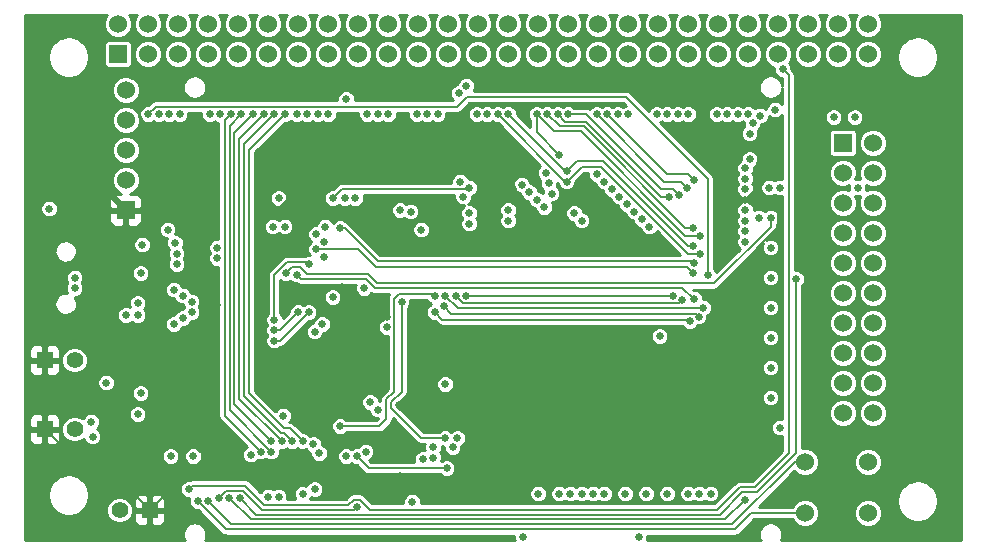
<source format=gbr>
G04 (created by PCBNEW (2013-04-19 BZR 4011)-stable) date 01/07/2013 10:58:15*
%MOIN*%
G04 Gerber Fmt 3.4, Leading zero omitted, Abs format*
%FSLAX34Y34*%
G01*
G70*
G90*
G04 APERTURE LIST*
%ADD10C,2.3622e-006*%
%ADD11C,0.06*%
%ADD12R,0.06X0.06*%
%ADD13R,0.055X0.055*%
%ADD14C,0.055*%
%ADD15C,0.025*%
%ADD16C,0.008*%
%ADD17C,0.02*%
%ADD18C,0.01*%
G04 APERTURE END LIST*
G54D10*
G54D11*
X102500Y-45450D03*
X101500Y-46450D03*
G54D12*
X101500Y-45450D03*
G54D11*
X102500Y-46450D03*
X101500Y-47450D03*
X102500Y-47450D03*
X101500Y-48450D03*
X102500Y-48450D03*
X101500Y-49450D03*
X102500Y-49450D03*
X101500Y-50450D03*
X102500Y-50450D03*
X101500Y-51450D03*
X102500Y-51450D03*
X101500Y-52450D03*
X102500Y-52450D03*
X101500Y-53450D03*
X102500Y-53450D03*
X101500Y-54450D03*
X102500Y-54450D03*
X100257Y-56100D03*
X102343Y-56100D03*
G54D13*
X74900Y-55000D03*
G54D14*
X75900Y-55000D03*
G54D13*
X74900Y-52700D03*
G54D14*
X75900Y-52700D03*
G54D13*
X78400Y-57700D03*
G54D14*
X77400Y-57700D03*
G54D12*
X77350Y-42500D03*
G54D11*
X77350Y-41500D03*
X78350Y-42500D03*
X78350Y-41500D03*
X79350Y-42500D03*
X79350Y-41500D03*
X80350Y-42500D03*
X80350Y-41500D03*
X81350Y-42500D03*
X81350Y-41500D03*
X82350Y-42500D03*
X82350Y-41500D03*
X83350Y-42500D03*
X83350Y-41500D03*
X84350Y-42500D03*
X84350Y-41500D03*
X85350Y-42500D03*
X85350Y-41500D03*
X86350Y-42500D03*
X86350Y-41500D03*
X87350Y-42500D03*
X87350Y-41500D03*
X88350Y-42500D03*
X88350Y-41500D03*
X89350Y-42500D03*
X89350Y-41500D03*
X90350Y-42500D03*
X90350Y-41500D03*
X91350Y-42500D03*
X91350Y-41500D03*
X92350Y-42500D03*
X92350Y-41500D03*
X93350Y-42500D03*
X93350Y-41500D03*
X94350Y-42500D03*
X94350Y-41500D03*
X95350Y-42500D03*
X95350Y-41500D03*
X96350Y-42500D03*
X96350Y-41500D03*
X97350Y-42500D03*
X97350Y-41500D03*
X98350Y-42500D03*
X98350Y-41500D03*
X99350Y-42500D03*
X99350Y-41500D03*
X100350Y-42500D03*
X100350Y-41500D03*
X101350Y-42500D03*
X101350Y-41500D03*
X102350Y-42500D03*
X102350Y-41500D03*
X100257Y-57800D03*
X102343Y-57800D03*
G54D12*
X77600Y-47700D03*
G54D11*
X77600Y-46700D03*
X77600Y-45700D03*
X77600Y-44700D03*
X77600Y-43700D03*
G54D15*
X75050Y-47650D03*
X85300Y-57600D03*
X80700Y-57300D03*
X81050Y-57300D03*
X98250Y-57350D03*
X99400Y-54950D03*
X95850Y-50550D03*
X88950Y-50550D03*
X99100Y-53950D03*
X96150Y-50700D03*
X88600Y-50550D03*
X97000Y-49850D03*
X78350Y-44500D03*
X79200Y-50350D03*
X79500Y-50550D03*
X78700Y-44500D03*
X83150Y-55400D03*
X82550Y-44500D03*
X83500Y-55400D03*
X82900Y-44500D03*
X83300Y-44500D03*
X91550Y-47600D03*
X91800Y-47150D03*
X83650Y-44500D03*
X91700Y-46800D03*
X84000Y-44500D03*
X91300Y-47350D03*
X91600Y-46450D03*
X84350Y-44500D03*
X91050Y-47100D03*
X88950Y-43550D03*
X84950Y-44000D03*
X92800Y-48050D03*
X85650Y-44500D03*
X89050Y-48150D03*
X89050Y-47800D03*
X92550Y-47800D03*
X86000Y-44500D03*
X88750Y-46750D03*
X78150Y-48850D03*
X86350Y-44500D03*
X79800Y-50750D03*
X79050Y-44500D03*
X79250Y-48800D03*
X87300Y-44500D03*
X87650Y-44500D03*
X79300Y-49150D03*
X88000Y-44500D03*
X79300Y-49500D03*
X88700Y-43800D03*
X79000Y-48350D03*
X89300Y-44500D03*
X82700Y-47300D03*
X82500Y-48250D03*
X89650Y-44500D03*
X79400Y-44500D03*
X79800Y-51100D03*
X80400Y-44500D03*
X79500Y-51300D03*
X80750Y-44500D03*
X79200Y-51500D03*
X81100Y-44500D03*
X82100Y-55750D03*
X81450Y-44500D03*
X82450Y-55750D03*
X82450Y-55400D03*
X81850Y-44500D03*
X82200Y-44500D03*
X82800Y-55400D03*
X84900Y-47300D03*
X98350Y-44500D03*
X96750Y-49150D03*
X90000Y-44500D03*
X92300Y-46750D03*
X86000Y-54350D03*
X92300Y-46400D03*
X90350Y-44500D03*
X96500Y-48900D03*
X85750Y-54100D03*
X98250Y-48050D03*
X95300Y-44500D03*
X94550Y-47750D03*
X98250Y-47700D03*
X94300Y-47500D03*
X95650Y-44500D03*
X88300Y-56300D03*
X85300Y-55900D03*
X98250Y-47000D03*
X85600Y-55750D03*
X96000Y-44500D03*
X87850Y-55950D03*
X94050Y-47250D03*
X93800Y-47000D03*
X98250Y-46650D03*
X96350Y-44500D03*
X98250Y-46300D03*
X93550Y-46750D03*
X97300Y-44500D03*
X93300Y-46500D03*
X98400Y-46000D03*
X97650Y-44500D03*
X92050Y-45850D03*
X96750Y-48550D03*
X91300Y-44500D03*
X87100Y-47750D03*
X96500Y-48300D03*
X91650Y-44500D03*
X85250Y-47300D03*
X95700Y-47250D03*
X92000Y-44500D03*
X83850Y-55500D03*
X96050Y-47200D03*
X92350Y-44500D03*
X84050Y-55800D03*
X83900Y-57000D03*
X96300Y-46950D03*
X93300Y-44500D03*
X96550Y-46700D03*
X93650Y-44500D03*
X84950Y-55900D03*
X94000Y-44500D03*
X98250Y-48750D03*
X95050Y-48250D03*
X94350Y-44500D03*
X98250Y-48400D03*
X94800Y-48000D03*
X101200Y-44600D03*
X84200Y-48750D03*
X96500Y-49800D03*
X83950Y-49000D03*
X88850Y-47250D03*
X84200Y-49250D03*
X82350Y-57250D03*
X82900Y-48250D03*
X90350Y-48050D03*
X80650Y-48950D03*
X98750Y-44550D03*
X96550Y-49450D03*
X98500Y-44800D03*
X84750Y-48300D03*
X90350Y-47700D03*
X80650Y-49300D03*
X99250Y-44350D03*
X83950Y-48500D03*
X98400Y-45150D03*
X89050Y-46950D03*
X98000Y-44500D03*
X84500Y-47300D03*
X90800Y-46850D03*
X101900Y-44600D03*
X80000Y-57400D03*
X99500Y-43000D03*
X79700Y-57000D03*
X102000Y-46950D03*
X88500Y-55600D03*
X99100Y-49950D03*
X83350Y-51100D03*
X82550Y-51700D03*
X83700Y-49500D03*
X82550Y-51350D03*
X88650Y-55300D03*
X99400Y-46950D03*
X86800Y-50750D03*
X88250Y-55300D03*
X99100Y-51950D03*
X84750Y-54900D03*
X87900Y-50550D03*
X99050Y-46950D03*
X86750Y-47700D03*
X82950Y-49800D03*
X99100Y-47950D03*
X99100Y-52950D03*
X87850Y-55600D03*
X83700Y-51100D03*
X82550Y-52050D03*
X87900Y-51100D03*
X96400Y-51400D03*
X88200Y-50900D03*
X96700Y-51250D03*
X80350Y-57400D03*
X87450Y-48350D03*
X85550Y-50300D03*
X81400Y-57300D03*
X99950Y-50000D03*
X96550Y-50650D03*
X83300Y-49850D03*
X88250Y-50550D03*
X99100Y-50950D03*
X96850Y-50950D03*
X82850Y-54550D03*
X99100Y-48950D03*
X78000Y-51200D03*
X83900Y-51750D03*
X84150Y-51500D03*
X78000Y-50800D03*
X78100Y-49800D03*
X95400Y-51900D03*
X76950Y-53450D03*
X76450Y-54750D03*
X83500Y-57150D03*
X81775Y-55850D03*
X84250Y-48250D03*
X94700Y-58600D03*
X79850Y-55900D03*
X86300Y-51600D03*
X79100Y-55900D03*
X98700Y-47950D03*
X77600Y-51200D03*
X88250Y-53500D03*
X84500Y-50600D03*
X78000Y-54500D03*
X87500Y-56000D03*
X94250Y-57150D03*
X92800Y-57150D03*
X91350Y-57150D03*
X95650Y-57150D03*
X82700Y-57250D03*
X75900Y-49950D03*
X78100Y-53800D03*
X75900Y-50300D03*
X76500Y-55250D03*
X94950Y-57150D03*
X87150Y-57425D03*
X93175Y-57150D03*
X92425Y-57150D03*
X92050Y-57150D03*
X96350Y-57150D03*
X97100Y-57150D03*
X90850Y-58600D03*
X96725Y-57150D03*
X93550Y-57150D03*
X90500Y-47000D03*
X98250Y-47350D03*
X93450Y-54600D03*
X97250Y-52200D03*
X86700Y-54200D03*
X88000Y-51750D03*
X98800Y-45950D03*
X86750Y-56550D03*
X89050Y-57350D03*
X82950Y-56950D03*
X80350Y-51500D03*
X76800Y-44450D03*
X84850Y-50750D03*
X78000Y-54900D03*
X84100Y-47300D03*
X84150Y-54250D03*
X86300Y-51250D03*
X80650Y-50850D03*
X84500Y-57200D03*
X84800Y-50250D03*
X82100Y-48250D03*
X82000Y-51850D03*
G54D16*
X85212Y-57688D02*
X85300Y-57600D01*
X82138Y-57688D02*
X85212Y-57688D01*
X81500Y-57050D02*
X82138Y-57688D01*
X80950Y-57050D02*
X80700Y-57300D01*
X80950Y-57050D02*
X81500Y-57050D01*
X81762Y-58012D02*
X97588Y-58012D01*
X81050Y-57300D02*
X81762Y-58012D01*
X97588Y-58012D02*
X98250Y-57350D01*
X88950Y-50550D02*
X95850Y-50550D01*
X88600Y-50550D02*
X88850Y-50800D01*
X96050Y-50800D02*
X96150Y-50700D01*
X88850Y-50800D02*
X96050Y-50800D01*
X88600Y-50550D02*
X88650Y-50600D01*
X88974Y-43926D02*
X88650Y-44250D01*
X94276Y-43926D02*
X88974Y-43926D01*
X97000Y-46650D02*
X94276Y-43926D01*
X78600Y-44250D02*
X78350Y-44500D01*
X97000Y-49850D02*
X97000Y-46650D01*
X88650Y-44250D02*
X78600Y-44250D01*
X82785Y-55135D02*
X81548Y-53898D01*
X82885Y-55135D02*
X82785Y-55135D01*
X83150Y-55400D02*
X82885Y-55135D01*
X81548Y-53898D02*
X81548Y-45502D01*
X82550Y-44500D02*
X81548Y-45502D01*
X83073Y-54973D02*
X82873Y-54973D01*
X82900Y-44500D02*
X81710Y-45690D01*
X82873Y-54973D02*
X81710Y-53810D01*
X83500Y-55400D02*
X83073Y-54973D01*
X81710Y-53810D02*
X81710Y-45690D01*
X81100Y-44500D02*
X80900Y-44700D01*
X80900Y-54550D02*
X80900Y-44700D01*
X82100Y-55750D02*
X80900Y-54550D01*
X81065Y-44884D02*
X81450Y-44500D01*
X81065Y-54365D02*
X81065Y-44884D01*
X82450Y-55750D02*
X81065Y-54365D01*
X81850Y-44500D02*
X81225Y-45124D01*
X81225Y-54175D02*
X82450Y-55400D01*
X81225Y-45124D02*
X81225Y-54175D01*
X81386Y-53986D02*
X82800Y-55400D01*
X82200Y-44500D02*
X81386Y-45314D01*
X81386Y-45314D02*
X81386Y-53986D01*
X92300Y-46750D02*
X92250Y-46750D01*
X92250Y-46750D02*
X90000Y-44500D01*
X92300Y-46750D02*
X92800Y-46250D01*
X93450Y-46250D02*
X92800Y-46250D01*
X96750Y-49150D02*
X96350Y-49150D01*
X96350Y-49150D02*
X93450Y-46250D01*
X92300Y-46400D02*
X92650Y-46050D01*
X92650Y-46050D02*
X93500Y-46050D01*
X92300Y-46400D02*
X92250Y-46400D01*
X92250Y-46400D02*
X90350Y-44500D01*
X96350Y-48900D02*
X93500Y-46050D01*
X96500Y-48900D02*
X96350Y-48900D01*
X88300Y-56300D02*
X85700Y-56300D01*
X85700Y-56300D02*
X85300Y-55900D01*
X87850Y-55950D02*
X87850Y-55950D01*
X92050Y-45850D02*
X91300Y-45100D01*
X91300Y-45100D02*
X91300Y-44500D01*
X96750Y-48550D02*
X96250Y-48550D01*
X96250Y-48550D02*
X92774Y-45074D01*
X91874Y-45074D02*
X92774Y-45074D01*
X91874Y-45074D02*
X91300Y-44500D01*
X96250Y-48300D02*
X92862Y-44912D01*
X92062Y-44912D02*
X92862Y-44912D01*
X92062Y-44912D02*
X91650Y-44500D01*
X96500Y-48300D02*
X96250Y-48300D01*
X92250Y-44750D02*
X92000Y-44500D01*
X92250Y-44750D02*
X92950Y-44750D01*
X92950Y-44750D02*
X95450Y-47250D01*
X95700Y-47250D02*
X95450Y-47250D01*
X92950Y-44500D02*
X92350Y-44500D01*
X92950Y-44500D02*
X95450Y-47000D01*
X95850Y-47000D02*
X95450Y-47000D01*
X95850Y-47000D02*
X96050Y-47200D01*
X95550Y-46750D02*
X93300Y-44500D01*
X95550Y-46750D02*
X96100Y-46750D01*
X96100Y-46750D02*
X96300Y-46950D01*
X95650Y-46500D02*
X93650Y-44500D01*
X95650Y-46500D02*
X96350Y-46500D01*
X96350Y-46500D02*
X96550Y-46700D01*
X83950Y-49000D02*
X85350Y-49000D01*
X96300Y-49600D02*
X96500Y-49800D01*
X85950Y-49600D02*
X96300Y-49600D01*
X85350Y-49000D02*
X85950Y-49600D01*
X96500Y-49400D02*
X96550Y-49450D01*
X86000Y-49400D02*
X96500Y-49400D01*
X96500Y-49450D02*
X96550Y-49450D01*
X84750Y-48300D02*
X84900Y-48300D01*
X84900Y-48300D02*
X86000Y-49400D01*
X89050Y-46950D02*
X89000Y-47000D01*
X89000Y-47000D02*
X84800Y-47000D01*
X84800Y-47000D02*
X84500Y-47300D01*
X80936Y-58336D02*
X97914Y-58336D01*
X100255Y-57798D02*
X100257Y-57800D01*
X100257Y-57800D02*
X98450Y-57800D01*
X98450Y-57800D02*
X97914Y-58336D01*
X80000Y-57400D02*
X80936Y-58336D01*
X79812Y-56888D02*
X81588Y-56888D01*
X82226Y-57526D02*
X85024Y-57526D01*
X85738Y-57688D02*
X97312Y-57688D01*
X85200Y-57350D02*
X85400Y-57350D01*
X81588Y-56888D02*
X82226Y-57526D01*
X85400Y-57350D02*
X85738Y-57688D01*
X99700Y-43200D02*
X99500Y-43000D01*
X97312Y-57688D02*
X98062Y-56938D01*
X98562Y-56938D02*
X98062Y-56938D01*
X98562Y-56938D02*
X99700Y-55800D01*
X99700Y-55800D02*
X99700Y-43200D01*
X85024Y-57526D02*
X85200Y-57350D01*
X79700Y-57000D02*
X79812Y-56888D01*
X82750Y-51700D02*
X83350Y-51100D01*
X82550Y-51700D02*
X82750Y-51700D01*
X83638Y-49438D02*
X82962Y-49438D01*
X82550Y-51350D02*
X82550Y-49850D01*
X83700Y-49500D02*
X83638Y-49438D01*
X82550Y-49850D02*
X82962Y-49438D01*
X87450Y-55300D02*
X88250Y-55300D01*
X86800Y-53750D02*
X86450Y-54100D01*
X86450Y-54300D02*
X87450Y-55300D01*
X86450Y-54100D02*
X86450Y-54300D01*
X86800Y-50750D02*
X86800Y-53750D01*
X86550Y-50650D02*
X86550Y-53750D01*
X86288Y-54012D02*
X86288Y-54662D01*
X86550Y-53750D02*
X86288Y-54012D01*
X86288Y-54662D02*
X86050Y-54900D01*
X87900Y-50550D02*
X87850Y-50500D01*
X86050Y-54900D02*
X84750Y-54900D01*
X87850Y-50500D02*
X86700Y-50500D01*
X86700Y-50500D02*
X86550Y-50650D01*
X85988Y-50138D02*
X97212Y-50138D01*
X97212Y-50138D02*
X99100Y-48250D01*
X99100Y-48250D02*
X99100Y-47950D01*
X82950Y-49800D02*
X83150Y-49600D01*
X83400Y-49600D02*
X83638Y-49838D01*
X83400Y-49600D02*
X83150Y-49600D01*
X85688Y-49838D02*
X85988Y-50138D01*
X83638Y-49838D02*
X85688Y-49838D01*
X99100Y-47950D02*
X99100Y-48250D01*
X82550Y-52050D02*
X82750Y-52050D01*
X82750Y-52050D02*
X83700Y-51100D01*
X88150Y-51350D02*
X87900Y-51100D01*
X96350Y-51350D02*
X96400Y-51400D01*
X88150Y-51350D02*
X96350Y-51350D01*
X88450Y-51150D02*
X96600Y-51150D01*
X96600Y-51150D02*
X96700Y-51250D01*
X88200Y-50900D02*
X88450Y-51150D01*
X80350Y-57400D02*
X81124Y-58174D01*
X99900Y-56100D02*
X97826Y-58174D01*
X100257Y-56100D02*
X99900Y-56100D01*
X97826Y-58174D02*
X81124Y-58174D01*
X98650Y-57100D02*
X98150Y-57100D01*
X99950Y-55800D02*
X98650Y-57100D01*
X97400Y-57850D02*
X98150Y-57100D01*
X99950Y-50000D02*
X99950Y-55800D01*
X81400Y-57300D02*
X81950Y-57850D01*
X81950Y-57850D02*
X97400Y-57850D01*
X83450Y-50000D02*
X85600Y-50000D01*
X96150Y-50300D02*
X96550Y-50650D01*
X83300Y-49850D02*
X83450Y-50000D01*
X85900Y-50300D02*
X85600Y-50000D01*
X96150Y-50300D02*
X85900Y-50300D01*
X88250Y-50550D02*
X88662Y-50962D01*
X96838Y-50962D02*
X96850Y-50950D01*
X88662Y-50962D02*
X96838Y-50962D01*
X90500Y-47000D02*
X89600Y-47900D01*
X89600Y-47900D02*
X89600Y-48739D01*
X98250Y-47350D02*
X99000Y-47350D01*
X98650Y-50800D02*
X97250Y-52200D01*
X98650Y-48950D02*
X98650Y-50800D01*
X99350Y-48250D02*
X98650Y-48950D01*
X99350Y-47700D02*
X99350Y-48250D01*
X99000Y-47350D02*
X99350Y-47700D01*
X98650Y-46950D02*
X98650Y-46100D01*
X98800Y-45950D02*
X98650Y-46100D01*
X98650Y-46950D02*
X98250Y-47350D01*
G54D17*
X94850Y-54600D02*
X97250Y-52200D01*
X93450Y-54600D02*
X94850Y-54600D01*
G54D16*
X93450Y-54600D02*
X90850Y-54600D01*
X90850Y-54600D02*
X88000Y-51750D01*
X88000Y-51750D02*
X88000Y-52900D01*
X88000Y-52900D02*
X86700Y-54200D01*
X89600Y-48739D02*
X89289Y-49050D01*
X86350Y-49050D02*
X85150Y-47850D01*
X89289Y-49050D02*
X86350Y-49050D01*
X84650Y-47850D02*
X84100Y-47300D01*
X85150Y-47850D02*
X84650Y-47850D01*
X86750Y-56550D02*
X87550Y-57350D01*
X87550Y-57350D02*
X89050Y-57350D01*
X85150Y-56550D02*
X86750Y-56550D01*
X79550Y-56550D02*
X82550Y-56550D01*
X82550Y-56550D02*
X82950Y-56950D01*
X83350Y-56550D02*
X82950Y-56950D01*
X83850Y-56550D02*
X83350Y-56550D01*
X84500Y-57200D02*
X83850Y-56550D01*
X74900Y-52700D02*
X74900Y-55000D01*
X79750Y-49250D02*
X79750Y-48300D01*
X84850Y-50750D02*
X84850Y-50300D01*
X84500Y-57200D02*
X85150Y-56550D01*
X76800Y-56100D02*
X78400Y-57700D01*
X80350Y-51500D02*
X80350Y-51150D01*
X79550Y-56550D02*
X78400Y-57700D01*
X76000Y-56100D02*
X76800Y-56100D01*
X79150Y-47700D02*
X77600Y-47700D01*
X78000Y-54900D02*
X78400Y-55300D01*
G54D17*
X76800Y-44450D02*
X76800Y-46900D01*
G54D16*
X84850Y-50750D02*
X85350Y-51250D01*
X79750Y-48300D02*
X79150Y-47700D01*
X78400Y-55300D02*
X78400Y-57700D01*
G54D17*
X76800Y-46900D02*
X77600Y-47700D01*
G54D16*
X74900Y-55000D02*
X76000Y-56100D01*
X82000Y-51850D02*
X82000Y-52100D01*
X82000Y-52100D02*
X84150Y-54250D01*
X84850Y-50300D02*
X84800Y-50250D01*
X81900Y-48450D02*
X82100Y-48250D01*
X85350Y-51250D02*
X86300Y-51250D01*
X80650Y-50850D02*
X80650Y-50150D01*
X80650Y-50150D02*
X79750Y-49250D01*
X83050Y-47300D02*
X84100Y-47300D01*
X82100Y-48250D02*
X83050Y-47300D01*
X82000Y-51850D02*
X81900Y-51750D01*
X80350Y-51150D02*
X80650Y-50850D01*
X81900Y-51750D02*
X81900Y-48450D01*
G54D10*
G36*
X105455Y-58705D02*
X104691Y-58705D01*
X104691Y-57437D01*
X104691Y-57400D01*
X104691Y-57362D01*
X104691Y-42637D01*
X104691Y-42600D01*
X104691Y-42562D01*
X104691Y-42561D01*
X104691Y-42561D01*
X104691Y-42561D01*
X104653Y-42370D01*
X104624Y-42300D01*
X104623Y-42299D01*
X104516Y-42138D01*
X104515Y-42137D01*
X104461Y-42084D01*
X104300Y-41976D01*
X104299Y-41975D01*
X104229Y-41946D01*
X104037Y-41908D01*
X103961Y-41908D01*
X103960Y-41909D01*
X103770Y-41946D01*
X103700Y-41975D01*
X103699Y-41976D01*
X103538Y-42083D01*
X103537Y-42084D01*
X103484Y-42138D01*
X103376Y-42299D01*
X103375Y-42300D01*
X103346Y-42370D01*
X103308Y-42562D01*
X103308Y-42600D01*
X103308Y-42637D01*
X103308Y-42638D01*
X103346Y-42829D01*
X103375Y-42899D01*
X103376Y-42900D01*
X103484Y-43061D01*
X103537Y-43115D01*
X103538Y-43116D01*
X103699Y-43223D01*
X103700Y-43224D01*
X103770Y-43253D01*
X103960Y-43290D01*
X103961Y-43291D01*
X104037Y-43291D01*
X104229Y-43253D01*
X104299Y-43224D01*
X104300Y-43223D01*
X104461Y-43115D01*
X104515Y-43062D01*
X104516Y-43061D01*
X104623Y-42900D01*
X104624Y-42899D01*
X104653Y-42829D01*
X104691Y-42638D01*
X104691Y-42638D01*
X104691Y-42638D01*
X104691Y-42637D01*
X104691Y-57362D01*
X104691Y-57361D01*
X104691Y-57361D01*
X104691Y-57361D01*
X104653Y-57170D01*
X104624Y-57100D01*
X104623Y-57099D01*
X104516Y-56938D01*
X104515Y-56937D01*
X104461Y-56884D01*
X104300Y-56776D01*
X104299Y-56775D01*
X104229Y-56746D01*
X104037Y-56708D01*
X103961Y-56708D01*
X103960Y-56709D01*
X103770Y-56746D01*
X103700Y-56775D01*
X103699Y-56776D01*
X103538Y-56883D01*
X103537Y-56884D01*
X103484Y-56938D01*
X103376Y-57099D01*
X103375Y-57100D01*
X103346Y-57170D01*
X103308Y-57362D01*
X103308Y-57400D01*
X103308Y-57437D01*
X103308Y-57438D01*
X103346Y-57629D01*
X103375Y-57699D01*
X103376Y-57700D01*
X103484Y-57861D01*
X103537Y-57915D01*
X103538Y-57916D01*
X103699Y-58023D01*
X103700Y-58024D01*
X103770Y-58053D01*
X103960Y-58090D01*
X103961Y-58091D01*
X104037Y-58091D01*
X104229Y-58053D01*
X104299Y-58024D01*
X104300Y-58023D01*
X104461Y-57915D01*
X104515Y-57862D01*
X104516Y-57861D01*
X104623Y-57700D01*
X104624Y-57699D01*
X104653Y-57629D01*
X104691Y-57438D01*
X104691Y-57438D01*
X104691Y-57438D01*
X104691Y-57437D01*
X104691Y-58705D01*
X102970Y-58705D01*
X102970Y-54356D01*
X102970Y-53356D01*
X102970Y-52356D01*
X102970Y-51356D01*
X102970Y-50356D01*
X102970Y-49356D01*
X102970Y-48356D01*
X102970Y-47356D01*
X102898Y-47184D01*
X102766Y-47051D01*
X102593Y-46980D01*
X102406Y-46979D01*
X102286Y-47029D01*
X102294Y-47008D01*
X102295Y-46891D01*
X102286Y-46870D01*
X102406Y-46919D01*
X102593Y-46920D01*
X102765Y-46848D01*
X102898Y-46716D01*
X102969Y-46543D01*
X102970Y-46356D01*
X102970Y-45356D01*
X102898Y-45184D01*
X102820Y-45105D01*
X102820Y-42406D01*
X102748Y-42234D01*
X102616Y-42101D01*
X102443Y-42030D01*
X102256Y-42029D01*
X102084Y-42101D01*
X101951Y-42233D01*
X101880Y-42406D01*
X101879Y-42593D01*
X101951Y-42765D01*
X102083Y-42898D01*
X102256Y-42969D01*
X102443Y-42970D01*
X102615Y-42898D01*
X102748Y-42766D01*
X102819Y-42593D01*
X102820Y-42406D01*
X102820Y-45105D01*
X102766Y-45051D01*
X102593Y-44980D01*
X102406Y-44979D01*
X102234Y-45051D01*
X102195Y-45090D01*
X102195Y-44541D01*
X102150Y-44433D01*
X102067Y-44350D01*
X101958Y-44305D01*
X101841Y-44304D01*
X101820Y-44313D01*
X101820Y-42406D01*
X101748Y-42234D01*
X101616Y-42101D01*
X101443Y-42030D01*
X101256Y-42029D01*
X101084Y-42101D01*
X100951Y-42233D01*
X100880Y-42406D01*
X100879Y-42593D01*
X100951Y-42765D01*
X101083Y-42898D01*
X101256Y-42969D01*
X101443Y-42970D01*
X101615Y-42898D01*
X101748Y-42766D01*
X101819Y-42593D01*
X101820Y-42406D01*
X101820Y-44313D01*
X101733Y-44349D01*
X101650Y-44432D01*
X101605Y-44541D01*
X101604Y-44658D01*
X101649Y-44766D01*
X101732Y-44849D01*
X101841Y-44894D01*
X101958Y-44895D01*
X102066Y-44850D01*
X102149Y-44767D01*
X102194Y-44658D01*
X102195Y-44541D01*
X102195Y-45090D01*
X102101Y-45183D01*
X102030Y-45356D01*
X102029Y-45543D01*
X102101Y-45715D01*
X102233Y-45848D01*
X102406Y-45919D01*
X102593Y-45920D01*
X102765Y-45848D01*
X102898Y-45716D01*
X102969Y-45543D01*
X102970Y-45356D01*
X102970Y-46356D01*
X102898Y-46184D01*
X102766Y-46051D01*
X102593Y-45980D01*
X102406Y-45979D01*
X102234Y-46051D01*
X102101Y-46183D01*
X102030Y-46356D01*
X102029Y-46543D01*
X102079Y-46663D01*
X102058Y-46655D01*
X101941Y-46654D01*
X101920Y-46663D01*
X101969Y-46543D01*
X101970Y-46356D01*
X101970Y-46356D01*
X101970Y-45716D01*
X101970Y-45116D01*
X101944Y-45053D01*
X101896Y-45005D01*
X101833Y-44980D01*
X101766Y-44979D01*
X101495Y-44979D01*
X101495Y-44541D01*
X101450Y-44433D01*
X101367Y-44350D01*
X101258Y-44305D01*
X101141Y-44304D01*
X101033Y-44349D01*
X100950Y-44432D01*
X100905Y-44541D01*
X100904Y-44658D01*
X100949Y-44766D01*
X101032Y-44849D01*
X101141Y-44894D01*
X101258Y-44895D01*
X101366Y-44850D01*
X101449Y-44767D01*
X101494Y-44658D01*
X101495Y-44541D01*
X101495Y-44979D01*
X101166Y-44979D01*
X101103Y-45005D01*
X101055Y-45053D01*
X101030Y-45116D01*
X101029Y-45183D01*
X101029Y-45783D01*
X101055Y-45846D01*
X101103Y-45894D01*
X101166Y-45919D01*
X101233Y-45920D01*
X101833Y-45920D01*
X101896Y-45894D01*
X101944Y-45846D01*
X101969Y-45783D01*
X101970Y-45716D01*
X101970Y-46356D01*
X101898Y-46184D01*
X101766Y-46051D01*
X101593Y-45980D01*
X101406Y-45979D01*
X101234Y-46051D01*
X101101Y-46183D01*
X101030Y-46356D01*
X101029Y-46543D01*
X101101Y-46715D01*
X101233Y-46848D01*
X101406Y-46919D01*
X101593Y-46920D01*
X101713Y-46870D01*
X101705Y-46891D01*
X101704Y-47008D01*
X101713Y-47029D01*
X101593Y-46980D01*
X101406Y-46979D01*
X101234Y-47051D01*
X101101Y-47183D01*
X101030Y-47356D01*
X101029Y-47543D01*
X101101Y-47715D01*
X101233Y-47848D01*
X101406Y-47919D01*
X101593Y-47920D01*
X101765Y-47848D01*
X101898Y-47716D01*
X101969Y-47543D01*
X101970Y-47356D01*
X101920Y-47236D01*
X101941Y-47244D01*
X102058Y-47245D01*
X102079Y-47236D01*
X102030Y-47356D01*
X102029Y-47543D01*
X102101Y-47715D01*
X102233Y-47848D01*
X102406Y-47919D01*
X102593Y-47920D01*
X102765Y-47848D01*
X102898Y-47716D01*
X102969Y-47543D01*
X102970Y-47356D01*
X102970Y-48356D01*
X102898Y-48184D01*
X102766Y-48051D01*
X102593Y-47980D01*
X102406Y-47979D01*
X102234Y-48051D01*
X102101Y-48183D01*
X102030Y-48356D01*
X102029Y-48543D01*
X102101Y-48715D01*
X102233Y-48848D01*
X102406Y-48919D01*
X102593Y-48920D01*
X102765Y-48848D01*
X102898Y-48716D01*
X102969Y-48543D01*
X102970Y-48356D01*
X102970Y-49356D01*
X102898Y-49184D01*
X102766Y-49051D01*
X102593Y-48980D01*
X102406Y-48979D01*
X102234Y-49051D01*
X102101Y-49183D01*
X102030Y-49356D01*
X102029Y-49543D01*
X102101Y-49715D01*
X102233Y-49848D01*
X102406Y-49919D01*
X102593Y-49920D01*
X102765Y-49848D01*
X102898Y-49716D01*
X102969Y-49543D01*
X102970Y-49356D01*
X102970Y-50356D01*
X102898Y-50184D01*
X102766Y-50051D01*
X102593Y-49980D01*
X102406Y-49979D01*
X102234Y-50051D01*
X102101Y-50183D01*
X102030Y-50356D01*
X102029Y-50543D01*
X102101Y-50715D01*
X102233Y-50848D01*
X102406Y-50919D01*
X102593Y-50920D01*
X102765Y-50848D01*
X102898Y-50716D01*
X102969Y-50543D01*
X102970Y-50356D01*
X102970Y-51356D01*
X102898Y-51184D01*
X102766Y-51051D01*
X102593Y-50980D01*
X102406Y-50979D01*
X102234Y-51051D01*
X102101Y-51183D01*
X102030Y-51356D01*
X102029Y-51543D01*
X102101Y-51715D01*
X102233Y-51848D01*
X102406Y-51919D01*
X102593Y-51920D01*
X102765Y-51848D01*
X102898Y-51716D01*
X102969Y-51543D01*
X102970Y-51356D01*
X102970Y-52356D01*
X102898Y-52184D01*
X102766Y-52051D01*
X102593Y-51980D01*
X102406Y-51979D01*
X102234Y-52051D01*
X102101Y-52183D01*
X102030Y-52356D01*
X102029Y-52543D01*
X102101Y-52715D01*
X102233Y-52848D01*
X102406Y-52919D01*
X102593Y-52920D01*
X102765Y-52848D01*
X102898Y-52716D01*
X102969Y-52543D01*
X102970Y-52356D01*
X102970Y-53356D01*
X102898Y-53184D01*
X102766Y-53051D01*
X102593Y-52980D01*
X102406Y-52979D01*
X102234Y-53051D01*
X102101Y-53183D01*
X102030Y-53356D01*
X102029Y-53543D01*
X102101Y-53715D01*
X102233Y-53848D01*
X102406Y-53919D01*
X102593Y-53920D01*
X102765Y-53848D01*
X102898Y-53716D01*
X102969Y-53543D01*
X102970Y-53356D01*
X102970Y-54356D01*
X102898Y-54184D01*
X102766Y-54051D01*
X102593Y-53980D01*
X102406Y-53979D01*
X102234Y-54051D01*
X102101Y-54183D01*
X102030Y-54356D01*
X102029Y-54543D01*
X102101Y-54715D01*
X102233Y-54848D01*
X102406Y-54919D01*
X102593Y-54920D01*
X102765Y-54848D01*
X102898Y-54716D01*
X102969Y-54543D01*
X102970Y-54356D01*
X102970Y-58705D01*
X102813Y-58705D01*
X102813Y-57706D01*
X102813Y-56006D01*
X102741Y-55834D01*
X102609Y-55701D01*
X102436Y-55630D01*
X102249Y-55629D01*
X102077Y-55701D01*
X101970Y-55808D01*
X101970Y-54356D01*
X101970Y-53356D01*
X101970Y-52356D01*
X101970Y-51356D01*
X101970Y-50356D01*
X101970Y-49356D01*
X101970Y-48356D01*
X101898Y-48184D01*
X101766Y-48051D01*
X101593Y-47980D01*
X101406Y-47979D01*
X101234Y-48051D01*
X101101Y-48183D01*
X101030Y-48356D01*
X101029Y-48543D01*
X101101Y-48715D01*
X101233Y-48848D01*
X101406Y-48919D01*
X101593Y-48920D01*
X101765Y-48848D01*
X101898Y-48716D01*
X101969Y-48543D01*
X101970Y-48356D01*
X101970Y-49356D01*
X101898Y-49184D01*
X101766Y-49051D01*
X101593Y-48980D01*
X101406Y-48979D01*
X101234Y-49051D01*
X101101Y-49183D01*
X101030Y-49356D01*
X101029Y-49543D01*
X101101Y-49715D01*
X101233Y-49848D01*
X101406Y-49919D01*
X101593Y-49920D01*
X101765Y-49848D01*
X101898Y-49716D01*
X101969Y-49543D01*
X101970Y-49356D01*
X101970Y-50356D01*
X101898Y-50184D01*
X101766Y-50051D01*
X101593Y-49980D01*
X101406Y-49979D01*
X101234Y-50051D01*
X101101Y-50183D01*
X101030Y-50356D01*
X101029Y-50543D01*
X101101Y-50715D01*
X101233Y-50848D01*
X101406Y-50919D01*
X101593Y-50920D01*
X101765Y-50848D01*
X101898Y-50716D01*
X101969Y-50543D01*
X101970Y-50356D01*
X101970Y-51356D01*
X101898Y-51184D01*
X101766Y-51051D01*
X101593Y-50980D01*
X101406Y-50979D01*
X101234Y-51051D01*
X101101Y-51183D01*
X101030Y-51356D01*
X101029Y-51543D01*
X101101Y-51715D01*
X101233Y-51848D01*
X101406Y-51919D01*
X101593Y-51920D01*
X101765Y-51848D01*
X101898Y-51716D01*
X101969Y-51543D01*
X101970Y-51356D01*
X101970Y-52356D01*
X101898Y-52184D01*
X101766Y-52051D01*
X101593Y-51980D01*
X101406Y-51979D01*
X101234Y-52051D01*
X101101Y-52183D01*
X101030Y-52356D01*
X101029Y-52543D01*
X101101Y-52715D01*
X101233Y-52848D01*
X101406Y-52919D01*
X101593Y-52920D01*
X101765Y-52848D01*
X101898Y-52716D01*
X101969Y-52543D01*
X101970Y-52356D01*
X101970Y-53356D01*
X101898Y-53184D01*
X101766Y-53051D01*
X101593Y-52980D01*
X101406Y-52979D01*
X101234Y-53051D01*
X101101Y-53183D01*
X101030Y-53356D01*
X101029Y-53543D01*
X101101Y-53715D01*
X101233Y-53848D01*
X101406Y-53919D01*
X101593Y-53920D01*
X101765Y-53848D01*
X101898Y-53716D01*
X101969Y-53543D01*
X101970Y-53356D01*
X101970Y-54356D01*
X101898Y-54184D01*
X101766Y-54051D01*
X101593Y-53980D01*
X101406Y-53979D01*
X101234Y-54051D01*
X101101Y-54183D01*
X101030Y-54356D01*
X101029Y-54543D01*
X101101Y-54715D01*
X101233Y-54848D01*
X101406Y-54919D01*
X101593Y-54920D01*
X101765Y-54848D01*
X101898Y-54716D01*
X101969Y-54543D01*
X101970Y-54356D01*
X101970Y-55808D01*
X101944Y-55833D01*
X101873Y-56006D01*
X101872Y-56193D01*
X101944Y-56365D01*
X102076Y-56498D01*
X102249Y-56569D01*
X102436Y-56570D01*
X102608Y-56498D01*
X102741Y-56366D01*
X102812Y-56193D01*
X102813Y-56006D01*
X102813Y-57706D01*
X102741Y-57534D01*
X102609Y-57401D01*
X102436Y-57330D01*
X102249Y-57329D01*
X102077Y-57401D01*
X101944Y-57533D01*
X101873Y-57706D01*
X101872Y-57893D01*
X101944Y-58065D01*
X102076Y-58198D01*
X102249Y-58269D01*
X102436Y-58270D01*
X102608Y-58198D01*
X102741Y-58066D01*
X102812Y-57893D01*
X102813Y-57706D01*
X102813Y-58705D01*
X100820Y-58705D01*
X100820Y-42406D01*
X100748Y-42234D01*
X100616Y-42101D01*
X100443Y-42030D01*
X100256Y-42029D01*
X100084Y-42101D01*
X99951Y-42233D01*
X99880Y-42406D01*
X99879Y-42593D01*
X99951Y-42765D01*
X100083Y-42898D01*
X100256Y-42969D01*
X100443Y-42970D01*
X100615Y-42898D01*
X100748Y-42766D01*
X100819Y-42593D01*
X100820Y-42406D01*
X100820Y-58705D01*
X99433Y-58705D01*
X99446Y-58685D01*
X99476Y-58614D01*
X99476Y-58614D01*
X99476Y-58614D01*
X99491Y-58538D01*
X99491Y-58538D01*
X99491Y-58538D01*
X99491Y-58537D01*
X99491Y-58500D01*
X99491Y-58462D01*
X99491Y-58461D01*
X99491Y-58461D01*
X99491Y-58461D01*
X99476Y-58385D01*
X99476Y-58385D01*
X99476Y-58385D01*
X99446Y-58314D01*
X99403Y-58250D01*
X99349Y-58196D01*
X99349Y-58196D01*
X99285Y-58153D01*
X99284Y-58153D01*
X99284Y-58152D01*
X99214Y-58123D01*
X99137Y-58108D01*
X99061Y-58108D01*
X99061Y-58108D01*
X98985Y-58123D01*
X98985Y-58123D01*
X98985Y-58123D01*
X98914Y-58153D01*
X98850Y-58196D01*
X98796Y-58250D01*
X98796Y-58250D01*
X98753Y-58314D01*
X98753Y-58315D01*
X98752Y-58315D01*
X98723Y-58385D01*
X98708Y-58462D01*
X98708Y-58500D01*
X98708Y-58537D01*
X98708Y-58538D01*
X98723Y-58614D01*
X98752Y-58684D01*
X98753Y-58684D01*
X98753Y-58685D01*
X98766Y-58705D01*
X94975Y-58705D01*
X94994Y-58658D01*
X94995Y-58546D01*
X97914Y-58546D01*
X97994Y-58530D01*
X98062Y-58484D01*
X98536Y-58010D01*
X99835Y-58010D01*
X99858Y-58065D01*
X99990Y-58198D01*
X100163Y-58269D01*
X100350Y-58270D01*
X100522Y-58198D01*
X100655Y-58066D01*
X100726Y-57893D01*
X100727Y-57706D01*
X100655Y-57534D01*
X100523Y-57401D01*
X100350Y-57330D01*
X100163Y-57329D01*
X99991Y-57401D01*
X99858Y-57533D01*
X99835Y-57590D01*
X98706Y-57590D01*
X99894Y-56402D01*
X99990Y-56498D01*
X100163Y-56569D01*
X100350Y-56570D01*
X100522Y-56498D01*
X100655Y-56366D01*
X100726Y-56193D01*
X100727Y-56006D01*
X100655Y-55834D01*
X100523Y-55701D01*
X100350Y-55630D01*
X100163Y-55629D01*
X100160Y-55631D01*
X100160Y-50207D01*
X100199Y-50167D01*
X100244Y-50058D01*
X100245Y-49941D01*
X100200Y-49833D01*
X100117Y-49750D01*
X100008Y-49705D01*
X99910Y-49704D01*
X99910Y-43200D01*
X99894Y-43119D01*
X99894Y-43119D01*
X99875Y-43092D01*
X99848Y-43051D01*
X99848Y-43051D01*
X99795Y-42998D01*
X99795Y-42941D01*
X99750Y-42833D01*
X99715Y-42798D01*
X99748Y-42766D01*
X99819Y-42593D01*
X99820Y-42406D01*
X99748Y-42234D01*
X99616Y-42101D01*
X99443Y-42030D01*
X99256Y-42029D01*
X99084Y-42101D01*
X98951Y-42233D01*
X98880Y-42406D01*
X98879Y-42593D01*
X98951Y-42765D01*
X99083Y-42898D01*
X99205Y-42948D01*
X99204Y-43058D01*
X99249Y-43166D01*
X99332Y-43249D01*
X99441Y-43294D01*
X99490Y-43294D01*
X99490Y-43555D01*
X99476Y-43485D01*
X99476Y-43485D01*
X99476Y-43485D01*
X99446Y-43414D01*
X99403Y-43350D01*
X99349Y-43296D01*
X99349Y-43296D01*
X99285Y-43253D01*
X99284Y-43253D01*
X99284Y-43252D01*
X99214Y-43223D01*
X99137Y-43208D01*
X99061Y-43208D01*
X99061Y-43208D01*
X98985Y-43223D01*
X98985Y-43223D01*
X98985Y-43223D01*
X98914Y-43253D01*
X98850Y-43296D01*
X98820Y-43326D01*
X98820Y-42406D01*
X98748Y-42234D01*
X98616Y-42101D01*
X98443Y-42030D01*
X98256Y-42029D01*
X98084Y-42101D01*
X97951Y-42233D01*
X97880Y-42406D01*
X97879Y-42593D01*
X97951Y-42765D01*
X98083Y-42898D01*
X98256Y-42969D01*
X98443Y-42970D01*
X98615Y-42898D01*
X98748Y-42766D01*
X98819Y-42593D01*
X98820Y-42406D01*
X98820Y-43326D01*
X98796Y-43350D01*
X98796Y-43350D01*
X98753Y-43414D01*
X98753Y-43415D01*
X98752Y-43415D01*
X98723Y-43485D01*
X98708Y-43562D01*
X98708Y-43600D01*
X98708Y-43637D01*
X98708Y-43638D01*
X98723Y-43714D01*
X98752Y-43784D01*
X98753Y-43784D01*
X98753Y-43785D01*
X98796Y-43849D01*
X98796Y-43849D01*
X98850Y-43903D01*
X98914Y-43946D01*
X98985Y-43976D01*
X98985Y-43976D01*
X98985Y-43976D01*
X99061Y-43991D01*
X99061Y-43991D01*
X99137Y-43991D01*
X99214Y-43976D01*
X99214Y-43975D01*
X99284Y-43947D01*
X99284Y-43946D01*
X99285Y-43946D01*
X99349Y-43903D01*
X99349Y-43903D01*
X99403Y-43849D01*
X99446Y-43785D01*
X99476Y-43714D01*
X99476Y-43714D01*
X99476Y-43714D01*
X99490Y-43644D01*
X99490Y-44172D01*
X99417Y-44100D01*
X99308Y-44055D01*
X99191Y-44054D01*
X99083Y-44099D01*
X99000Y-44182D01*
X98955Y-44291D01*
X98955Y-44337D01*
X98917Y-44300D01*
X98808Y-44255D01*
X98691Y-44254D01*
X98583Y-44299D01*
X98575Y-44307D01*
X98517Y-44250D01*
X98408Y-44205D01*
X98291Y-44204D01*
X98183Y-44249D01*
X98175Y-44257D01*
X98167Y-44250D01*
X98058Y-44205D01*
X97941Y-44204D01*
X97833Y-44249D01*
X97825Y-44257D01*
X97820Y-44252D01*
X97820Y-42406D01*
X97748Y-42234D01*
X97616Y-42101D01*
X97443Y-42030D01*
X97256Y-42029D01*
X97084Y-42101D01*
X96951Y-42233D01*
X96880Y-42406D01*
X96879Y-42593D01*
X96951Y-42765D01*
X97083Y-42898D01*
X97256Y-42969D01*
X97443Y-42970D01*
X97615Y-42898D01*
X97748Y-42766D01*
X97819Y-42593D01*
X97820Y-42406D01*
X97820Y-44252D01*
X97817Y-44250D01*
X97708Y-44205D01*
X97591Y-44204D01*
X97483Y-44249D01*
X97475Y-44257D01*
X97467Y-44250D01*
X97358Y-44205D01*
X97241Y-44204D01*
X97133Y-44249D01*
X97050Y-44332D01*
X97005Y-44441D01*
X97004Y-44558D01*
X97049Y-44666D01*
X97132Y-44749D01*
X97241Y-44794D01*
X97358Y-44795D01*
X97466Y-44750D01*
X97474Y-44742D01*
X97482Y-44749D01*
X97591Y-44794D01*
X97708Y-44795D01*
X97816Y-44750D01*
X97824Y-44742D01*
X97832Y-44749D01*
X97941Y-44794D01*
X98058Y-44795D01*
X98166Y-44750D01*
X98174Y-44742D01*
X98182Y-44749D01*
X98205Y-44759D01*
X98204Y-44858D01*
X98225Y-44907D01*
X98150Y-44982D01*
X98105Y-45091D01*
X98104Y-45208D01*
X98149Y-45316D01*
X98232Y-45399D01*
X98341Y-45444D01*
X98458Y-45445D01*
X98566Y-45400D01*
X98649Y-45317D01*
X98694Y-45208D01*
X98695Y-45091D01*
X98674Y-45042D01*
X98749Y-44967D01*
X98794Y-44858D01*
X98794Y-44845D01*
X98808Y-44845D01*
X98916Y-44800D01*
X98999Y-44717D01*
X99044Y-44608D01*
X99044Y-44562D01*
X99082Y-44599D01*
X99191Y-44644D01*
X99308Y-44645D01*
X99416Y-44600D01*
X99490Y-44527D01*
X99490Y-46667D01*
X99458Y-46655D01*
X99341Y-46654D01*
X99233Y-46699D01*
X99225Y-46707D01*
X99217Y-46700D01*
X99108Y-46655D01*
X98991Y-46654D01*
X98883Y-46699D01*
X98800Y-46782D01*
X98755Y-46891D01*
X98754Y-47008D01*
X98799Y-47116D01*
X98882Y-47199D01*
X98991Y-47244D01*
X99108Y-47245D01*
X99216Y-47200D01*
X99224Y-47192D01*
X99232Y-47199D01*
X99341Y-47244D01*
X99458Y-47245D01*
X99490Y-47232D01*
X99490Y-54667D01*
X99458Y-54655D01*
X99395Y-54654D01*
X99395Y-53891D01*
X99395Y-52891D01*
X99395Y-51891D01*
X99395Y-50891D01*
X99395Y-49891D01*
X99395Y-48891D01*
X99350Y-48783D01*
X99267Y-48700D01*
X99158Y-48655D01*
X99041Y-48654D01*
X98957Y-48689D01*
X99248Y-48398D01*
X99248Y-48398D01*
X99248Y-48398D01*
X99275Y-48357D01*
X99294Y-48330D01*
X99294Y-48330D01*
X99310Y-48250D01*
X99310Y-48157D01*
X99349Y-48117D01*
X99394Y-48008D01*
X99395Y-47891D01*
X99350Y-47783D01*
X99267Y-47700D01*
X99158Y-47655D01*
X99041Y-47654D01*
X98933Y-47699D01*
X98900Y-47732D01*
X98867Y-47700D01*
X98758Y-47655D01*
X98695Y-47654D01*
X98695Y-45941D01*
X98650Y-45833D01*
X98567Y-45750D01*
X98458Y-45705D01*
X98341Y-45704D01*
X98233Y-45749D01*
X98150Y-45832D01*
X98105Y-45941D01*
X98104Y-46040D01*
X98083Y-46049D01*
X98000Y-46132D01*
X97955Y-46241D01*
X97954Y-46358D01*
X97999Y-46466D01*
X98007Y-46474D01*
X98000Y-46482D01*
X97955Y-46591D01*
X97954Y-46708D01*
X97999Y-46816D01*
X98007Y-46824D01*
X98000Y-46832D01*
X97955Y-46941D01*
X97954Y-47058D01*
X97999Y-47166D01*
X98082Y-47249D01*
X98191Y-47294D01*
X98308Y-47295D01*
X98416Y-47250D01*
X98499Y-47167D01*
X98544Y-47058D01*
X98545Y-46941D01*
X98500Y-46833D01*
X98492Y-46825D01*
X98499Y-46817D01*
X98544Y-46708D01*
X98545Y-46591D01*
X98500Y-46483D01*
X98492Y-46475D01*
X98499Y-46467D01*
X98544Y-46358D01*
X98545Y-46259D01*
X98566Y-46250D01*
X98649Y-46167D01*
X98694Y-46058D01*
X98695Y-45941D01*
X98695Y-47654D01*
X98641Y-47654D01*
X98545Y-47694D01*
X98545Y-47641D01*
X98500Y-47533D01*
X98417Y-47450D01*
X98308Y-47405D01*
X98191Y-47404D01*
X98083Y-47449D01*
X98000Y-47532D01*
X97955Y-47641D01*
X97954Y-47758D01*
X97999Y-47866D01*
X98007Y-47874D01*
X98000Y-47882D01*
X97955Y-47991D01*
X97954Y-48108D01*
X97999Y-48216D01*
X98007Y-48224D01*
X98000Y-48232D01*
X97955Y-48341D01*
X97954Y-48458D01*
X97999Y-48566D01*
X98007Y-48574D01*
X98000Y-48582D01*
X97955Y-48691D01*
X97954Y-48808D01*
X97999Y-48916D01*
X98067Y-48985D01*
X97285Y-49767D01*
X97250Y-49683D01*
X97210Y-49642D01*
X97210Y-46650D01*
X97194Y-46569D01*
X97148Y-46501D01*
X96820Y-46173D01*
X96820Y-42406D01*
X96748Y-42234D01*
X96616Y-42101D01*
X96443Y-42030D01*
X96256Y-42029D01*
X96084Y-42101D01*
X95951Y-42233D01*
X95880Y-42406D01*
X95879Y-42593D01*
X95951Y-42765D01*
X96083Y-42898D01*
X96256Y-42969D01*
X96443Y-42970D01*
X96615Y-42898D01*
X96748Y-42766D01*
X96819Y-42593D01*
X96820Y-42406D01*
X96820Y-46173D01*
X95417Y-44770D01*
X95466Y-44750D01*
X95474Y-44742D01*
X95482Y-44749D01*
X95591Y-44794D01*
X95708Y-44795D01*
X95816Y-44750D01*
X95824Y-44742D01*
X95832Y-44749D01*
X95941Y-44794D01*
X96058Y-44795D01*
X96166Y-44750D01*
X96174Y-44742D01*
X96182Y-44749D01*
X96291Y-44794D01*
X96408Y-44795D01*
X96516Y-44750D01*
X96599Y-44667D01*
X96644Y-44558D01*
X96645Y-44441D01*
X96600Y-44333D01*
X96517Y-44250D01*
X96408Y-44205D01*
X96291Y-44204D01*
X96183Y-44249D01*
X96175Y-44257D01*
X96167Y-44250D01*
X96058Y-44205D01*
X95941Y-44204D01*
X95833Y-44249D01*
X95825Y-44257D01*
X95820Y-44252D01*
X95820Y-42406D01*
X95748Y-42234D01*
X95616Y-42101D01*
X95443Y-42030D01*
X95256Y-42029D01*
X95084Y-42101D01*
X94951Y-42233D01*
X94880Y-42406D01*
X94879Y-42593D01*
X94951Y-42765D01*
X95083Y-42898D01*
X95256Y-42969D01*
X95443Y-42970D01*
X95615Y-42898D01*
X95748Y-42766D01*
X95819Y-42593D01*
X95820Y-42406D01*
X95820Y-44252D01*
X95817Y-44250D01*
X95708Y-44205D01*
X95591Y-44204D01*
X95483Y-44249D01*
X95475Y-44257D01*
X95467Y-44250D01*
X95358Y-44205D01*
X95241Y-44204D01*
X95133Y-44249D01*
X95050Y-44332D01*
X95029Y-44382D01*
X94820Y-44173D01*
X94820Y-42406D01*
X94748Y-42234D01*
X94616Y-42101D01*
X94443Y-42030D01*
X94256Y-42029D01*
X94084Y-42101D01*
X93951Y-42233D01*
X93880Y-42406D01*
X93879Y-42593D01*
X93951Y-42765D01*
X94083Y-42898D01*
X94256Y-42969D01*
X94443Y-42970D01*
X94615Y-42898D01*
X94748Y-42766D01*
X94819Y-42593D01*
X94820Y-42406D01*
X94820Y-44173D01*
X94424Y-43777D01*
X94356Y-43731D01*
X94276Y-43716D01*
X93820Y-43716D01*
X93820Y-42406D01*
X93748Y-42234D01*
X93616Y-42101D01*
X93443Y-42030D01*
X93256Y-42029D01*
X93084Y-42101D01*
X92951Y-42233D01*
X92880Y-42406D01*
X92879Y-42593D01*
X92951Y-42765D01*
X93083Y-42898D01*
X93256Y-42969D01*
X93443Y-42970D01*
X93615Y-42898D01*
X93748Y-42766D01*
X93819Y-42593D01*
X93820Y-42406D01*
X93820Y-43716D01*
X92820Y-43716D01*
X92820Y-42406D01*
X92748Y-42234D01*
X92616Y-42101D01*
X92443Y-42030D01*
X92256Y-42029D01*
X92084Y-42101D01*
X91951Y-42233D01*
X91880Y-42406D01*
X91879Y-42593D01*
X91951Y-42765D01*
X92083Y-42898D01*
X92256Y-42969D01*
X92443Y-42970D01*
X92615Y-42898D01*
X92748Y-42766D01*
X92819Y-42593D01*
X92820Y-42406D01*
X92820Y-43716D01*
X91820Y-43716D01*
X91820Y-42406D01*
X91748Y-42234D01*
X91616Y-42101D01*
X91443Y-42030D01*
X91256Y-42029D01*
X91084Y-42101D01*
X90951Y-42233D01*
X90880Y-42406D01*
X90879Y-42593D01*
X90951Y-42765D01*
X91083Y-42898D01*
X91256Y-42969D01*
X91443Y-42970D01*
X91615Y-42898D01*
X91748Y-42766D01*
X91819Y-42593D01*
X91820Y-42406D01*
X91820Y-43716D01*
X90820Y-43716D01*
X90820Y-42406D01*
X90748Y-42234D01*
X90616Y-42101D01*
X90443Y-42030D01*
X90256Y-42029D01*
X90084Y-42101D01*
X89951Y-42233D01*
X89880Y-42406D01*
X89879Y-42593D01*
X89951Y-42765D01*
X90083Y-42898D01*
X90256Y-42969D01*
X90443Y-42970D01*
X90615Y-42898D01*
X90748Y-42766D01*
X90819Y-42593D01*
X90820Y-42406D01*
X90820Y-43716D01*
X89820Y-43716D01*
X89820Y-42406D01*
X89748Y-42234D01*
X89616Y-42101D01*
X89443Y-42030D01*
X89256Y-42029D01*
X89084Y-42101D01*
X88951Y-42233D01*
X88880Y-42406D01*
X88879Y-42593D01*
X88951Y-42765D01*
X89083Y-42898D01*
X89256Y-42969D01*
X89443Y-42970D01*
X89615Y-42898D01*
X89748Y-42766D01*
X89819Y-42593D01*
X89820Y-42406D01*
X89820Y-43716D01*
X89200Y-43716D01*
X89244Y-43608D01*
X89245Y-43491D01*
X89200Y-43383D01*
X89117Y-43300D01*
X89008Y-43255D01*
X88891Y-43254D01*
X88820Y-43284D01*
X88820Y-42406D01*
X88748Y-42234D01*
X88616Y-42101D01*
X88443Y-42030D01*
X88256Y-42029D01*
X88084Y-42101D01*
X87951Y-42233D01*
X87880Y-42406D01*
X87879Y-42593D01*
X87951Y-42765D01*
X88083Y-42898D01*
X88256Y-42969D01*
X88443Y-42970D01*
X88615Y-42898D01*
X88748Y-42766D01*
X88819Y-42593D01*
X88820Y-42406D01*
X88820Y-43284D01*
X88783Y-43299D01*
X88700Y-43382D01*
X88655Y-43491D01*
X88655Y-43504D01*
X88641Y-43504D01*
X88533Y-43549D01*
X88450Y-43632D01*
X88405Y-43741D01*
X88404Y-43858D01*
X88449Y-43966D01*
X88522Y-44040D01*
X87820Y-44040D01*
X87820Y-42406D01*
X87748Y-42234D01*
X87616Y-42101D01*
X87443Y-42030D01*
X87256Y-42029D01*
X87084Y-42101D01*
X86951Y-42233D01*
X86880Y-42406D01*
X86879Y-42593D01*
X86951Y-42765D01*
X87083Y-42898D01*
X87256Y-42969D01*
X87443Y-42970D01*
X87615Y-42898D01*
X87748Y-42766D01*
X87819Y-42593D01*
X87820Y-42406D01*
X87820Y-44040D01*
X86820Y-44040D01*
X86820Y-42406D01*
X86748Y-42234D01*
X86616Y-42101D01*
X86443Y-42030D01*
X86256Y-42029D01*
X86084Y-42101D01*
X85951Y-42233D01*
X85880Y-42406D01*
X85879Y-42593D01*
X85951Y-42765D01*
X86083Y-42898D01*
X86256Y-42969D01*
X86443Y-42970D01*
X86615Y-42898D01*
X86748Y-42766D01*
X86819Y-42593D01*
X86820Y-42406D01*
X86820Y-44040D01*
X85820Y-44040D01*
X85820Y-42406D01*
X85748Y-42234D01*
X85616Y-42101D01*
X85443Y-42030D01*
X85256Y-42029D01*
X85084Y-42101D01*
X84951Y-42233D01*
X84880Y-42406D01*
X84879Y-42593D01*
X84951Y-42765D01*
X85083Y-42898D01*
X85256Y-42969D01*
X85443Y-42970D01*
X85615Y-42898D01*
X85748Y-42766D01*
X85819Y-42593D01*
X85820Y-42406D01*
X85820Y-44040D01*
X85244Y-44040D01*
X85245Y-43941D01*
X85200Y-43833D01*
X85117Y-43750D01*
X85008Y-43705D01*
X84891Y-43704D01*
X84820Y-43734D01*
X84820Y-42406D01*
X84748Y-42234D01*
X84616Y-42101D01*
X84443Y-42030D01*
X84256Y-42029D01*
X84084Y-42101D01*
X83951Y-42233D01*
X83880Y-42406D01*
X83879Y-42593D01*
X83951Y-42765D01*
X84083Y-42898D01*
X84256Y-42969D01*
X84443Y-42970D01*
X84615Y-42898D01*
X84748Y-42766D01*
X84819Y-42593D01*
X84820Y-42406D01*
X84820Y-43734D01*
X84783Y-43749D01*
X84700Y-43832D01*
X84655Y-43941D01*
X84654Y-44040D01*
X83820Y-44040D01*
X83820Y-42406D01*
X83748Y-42234D01*
X83616Y-42101D01*
X83443Y-42030D01*
X83256Y-42029D01*
X83084Y-42101D01*
X82951Y-42233D01*
X82880Y-42406D01*
X82879Y-42593D01*
X82951Y-42765D01*
X83083Y-42898D01*
X83256Y-42969D01*
X83443Y-42970D01*
X83615Y-42898D01*
X83748Y-42766D01*
X83819Y-42593D01*
X83820Y-42406D01*
X83820Y-44040D01*
X82820Y-44040D01*
X82820Y-42406D01*
X82748Y-42234D01*
X82616Y-42101D01*
X82443Y-42030D01*
X82256Y-42029D01*
X82084Y-42101D01*
X81951Y-42233D01*
X81880Y-42406D01*
X81879Y-42593D01*
X81951Y-42765D01*
X82083Y-42898D01*
X82256Y-42969D01*
X82443Y-42970D01*
X82615Y-42898D01*
X82748Y-42766D01*
X82819Y-42593D01*
X82820Y-42406D01*
X82820Y-44040D01*
X81820Y-44040D01*
X81820Y-42406D01*
X81748Y-42234D01*
X81616Y-42101D01*
X81443Y-42030D01*
X81256Y-42029D01*
X81084Y-42101D01*
X80951Y-42233D01*
X80880Y-42406D01*
X80879Y-42593D01*
X80951Y-42765D01*
X81083Y-42898D01*
X81256Y-42969D01*
X81443Y-42970D01*
X81615Y-42898D01*
X81748Y-42766D01*
X81819Y-42593D01*
X81820Y-42406D01*
X81820Y-44040D01*
X80820Y-44040D01*
X80820Y-42406D01*
X80748Y-42234D01*
X80616Y-42101D01*
X80443Y-42030D01*
X80256Y-42029D01*
X80084Y-42101D01*
X79951Y-42233D01*
X79880Y-42406D01*
X79879Y-42593D01*
X79951Y-42765D01*
X80083Y-42898D01*
X80256Y-42969D01*
X80443Y-42970D01*
X80615Y-42898D01*
X80748Y-42766D01*
X80819Y-42593D01*
X80820Y-42406D01*
X80820Y-44040D01*
X80291Y-44040D01*
X80291Y-43637D01*
X80291Y-43600D01*
X80291Y-43562D01*
X80291Y-43561D01*
X80291Y-43561D01*
X80291Y-43561D01*
X80276Y-43485D01*
X80276Y-43485D01*
X80276Y-43485D01*
X80246Y-43414D01*
X80203Y-43350D01*
X80149Y-43296D01*
X80149Y-43296D01*
X80085Y-43253D01*
X80084Y-43253D01*
X80084Y-43252D01*
X80014Y-43223D01*
X79937Y-43208D01*
X79861Y-43208D01*
X79861Y-43208D01*
X79820Y-43217D01*
X79820Y-42406D01*
X79748Y-42234D01*
X79616Y-42101D01*
X79443Y-42030D01*
X79256Y-42029D01*
X79084Y-42101D01*
X78951Y-42233D01*
X78880Y-42406D01*
X78879Y-42593D01*
X78951Y-42765D01*
X79083Y-42898D01*
X79256Y-42969D01*
X79443Y-42970D01*
X79615Y-42898D01*
X79748Y-42766D01*
X79819Y-42593D01*
X79820Y-42406D01*
X79820Y-43217D01*
X79785Y-43223D01*
X79785Y-43223D01*
X79785Y-43223D01*
X79714Y-43253D01*
X79650Y-43296D01*
X79596Y-43350D01*
X79596Y-43350D01*
X79553Y-43414D01*
X79553Y-43415D01*
X79552Y-43415D01*
X79523Y-43485D01*
X79508Y-43562D01*
X79508Y-43600D01*
X79508Y-43637D01*
X79508Y-43638D01*
X79523Y-43714D01*
X79552Y-43784D01*
X79553Y-43784D01*
X79553Y-43785D01*
X79596Y-43849D01*
X79596Y-43849D01*
X79650Y-43903D01*
X79714Y-43946D01*
X79785Y-43976D01*
X79785Y-43976D01*
X79785Y-43976D01*
X79861Y-43991D01*
X79861Y-43991D01*
X79937Y-43991D01*
X80014Y-43976D01*
X80014Y-43975D01*
X80084Y-43947D01*
X80084Y-43946D01*
X80085Y-43946D01*
X80149Y-43903D01*
X80149Y-43903D01*
X80203Y-43849D01*
X80246Y-43785D01*
X80276Y-43714D01*
X80276Y-43714D01*
X80276Y-43714D01*
X80291Y-43638D01*
X80291Y-43638D01*
X80291Y-43638D01*
X80291Y-43637D01*
X80291Y-44040D01*
X78820Y-44040D01*
X78820Y-42406D01*
X78748Y-42234D01*
X78616Y-42101D01*
X78443Y-42030D01*
X78256Y-42029D01*
X78084Y-42101D01*
X77951Y-42233D01*
X77880Y-42406D01*
X77879Y-42593D01*
X77951Y-42765D01*
X78083Y-42898D01*
X78256Y-42969D01*
X78443Y-42970D01*
X78615Y-42898D01*
X78748Y-42766D01*
X78819Y-42593D01*
X78820Y-42406D01*
X78820Y-44040D01*
X78600Y-44040D01*
X78519Y-44055D01*
X78451Y-44101D01*
X78451Y-44101D01*
X78348Y-44204D01*
X78291Y-44204D01*
X78183Y-44249D01*
X78100Y-44332D01*
X78070Y-44404D01*
X78070Y-43606D01*
X77998Y-43434D01*
X77866Y-43301D01*
X77820Y-43282D01*
X77820Y-42766D01*
X77820Y-42166D01*
X77794Y-42103D01*
X77746Y-42055D01*
X77683Y-42030D01*
X77616Y-42029D01*
X77016Y-42029D01*
X76953Y-42055D01*
X76905Y-42103D01*
X76880Y-42166D01*
X76879Y-42233D01*
X76879Y-42833D01*
X76905Y-42896D01*
X76953Y-42944D01*
X77016Y-42969D01*
X77083Y-42970D01*
X77683Y-42970D01*
X77746Y-42944D01*
X77794Y-42896D01*
X77819Y-42833D01*
X77820Y-42766D01*
X77820Y-43282D01*
X77693Y-43230D01*
X77506Y-43229D01*
X77334Y-43301D01*
X77201Y-43433D01*
X77130Y-43606D01*
X77129Y-43793D01*
X77201Y-43965D01*
X77333Y-44098D01*
X77506Y-44169D01*
X77693Y-44170D01*
X77865Y-44098D01*
X77998Y-43966D01*
X78069Y-43793D01*
X78070Y-43606D01*
X78070Y-44404D01*
X78055Y-44441D01*
X78054Y-44558D01*
X78099Y-44666D01*
X78182Y-44749D01*
X78291Y-44794D01*
X78408Y-44795D01*
X78516Y-44750D01*
X78524Y-44742D01*
X78532Y-44749D01*
X78641Y-44794D01*
X78758Y-44795D01*
X78866Y-44750D01*
X78874Y-44742D01*
X78882Y-44749D01*
X78991Y-44794D01*
X79108Y-44795D01*
X79216Y-44750D01*
X79224Y-44742D01*
X79232Y-44749D01*
X79341Y-44794D01*
X79458Y-44795D01*
X79566Y-44750D01*
X79649Y-44667D01*
X79694Y-44558D01*
X79695Y-44460D01*
X80105Y-44460D01*
X80104Y-44558D01*
X80149Y-44666D01*
X80232Y-44749D01*
X80341Y-44794D01*
X80458Y-44795D01*
X80566Y-44750D01*
X80574Y-44742D01*
X80582Y-44749D01*
X80690Y-44794D01*
X80690Y-48655D01*
X80591Y-48654D01*
X80483Y-48699D01*
X80400Y-48782D01*
X80355Y-48891D01*
X80354Y-49008D01*
X80399Y-49116D01*
X80407Y-49124D01*
X80400Y-49132D01*
X80355Y-49241D01*
X80354Y-49358D01*
X80399Y-49466D01*
X80482Y-49549D01*
X80591Y-49594D01*
X80690Y-49595D01*
X80690Y-54550D01*
X80705Y-54630D01*
X80751Y-54698D01*
X81639Y-55586D01*
X81608Y-55599D01*
X81525Y-55682D01*
X81480Y-55791D01*
X81479Y-55908D01*
X81524Y-56016D01*
X81607Y-56099D01*
X81716Y-56144D01*
X81833Y-56145D01*
X81941Y-56100D01*
X82010Y-56032D01*
X82041Y-56044D01*
X82158Y-56045D01*
X82266Y-56000D01*
X82274Y-55992D01*
X82282Y-55999D01*
X82391Y-56044D01*
X82508Y-56045D01*
X82616Y-56000D01*
X82699Y-55917D01*
X82744Y-55808D01*
X82745Y-55694D01*
X82858Y-55695D01*
X82966Y-55650D01*
X82974Y-55642D01*
X82982Y-55649D01*
X83091Y-55694D01*
X83208Y-55695D01*
X83316Y-55650D01*
X83324Y-55642D01*
X83332Y-55649D01*
X83441Y-55694D01*
X83558Y-55695D01*
X83607Y-55674D01*
X83682Y-55749D01*
X83755Y-55779D01*
X83754Y-55858D01*
X83799Y-55966D01*
X83882Y-56049D01*
X83991Y-56094D01*
X84108Y-56095D01*
X84216Y-56050D01*
X84299Y-55967D01*
X84344Y-55858D01*
X84345Y-55741D01*
X84300Y-55633D01*
X84217Y-55550D01*
X84144Y-55520D01*
X84145Y-55441D01*
X84100Y-55333D01*
X84017Y-55250D01*
X83908Y-55205D01*
X83791Y-55204D01*
X83742Y-55225D01*
X83667Y-55150D01*
X83558Y-55105D01*
X83501Y-55105D01*
X83221Y-54824D01*
X83153Y-54778D01*
X83073Y-54763D01*
X83054Y-54763D01*
X83099Y-54717D01*
X83144Y-54608D01*
X83145Y-54491D01*
X83100Y-54383D01*
X83017Y-54300D01*
X82908Y-54255D01*
X82791Y-54254D01*
X82683Y-54299D01*
X82600Y-54382D01*
X82594Y-54397D01*
X81920Y-53723D01*
X81920Y-45776D01*
X82901Y-44795D01*
X82958Y-44795D01*
X83066Y-44750D01*
X83099Y-44717D01*
X83132Y-44749D01*
X83241Y-44794D01*
X83358Y-44795D01*
X83466Y-44750D01*
X83474Y-44742D01*
X83482Y-44749D01*
X83591Y-44794D01*
X83708Y-44795D01*
X83816Y-44750D01*
X83824Y-44742D01*
X83832Y-44749D01*
X83941Y-44794D01*
X84058Y-44795D01*
X84166Y-44750D01*
X84174Y-44742D01*
X84182Y-44749D01*
X84291Y-44794D01*
X84408Y-44795D01*
X84516Y-44750D01*
X84599Y-44667D01*
X84644Y-44558D01*
X84645Y-44460D01*
X85355Y-44460D01*
X85354Y-44558D01*
X85399Y-44666D01*
X85482Y-44749D01*
X85591Y-44794D01*
X85708Y-44795D01*
X85816Y-44750D01*
X85824Y-44742D01*
X85832Y-44749D01*
X85941Y-44794D01*
X86058Y-44795D01*
X86166Y-44750D01*
X86174Y-44742D01*
X86182Y-44749D01*
X86291Y-44794D01*
X86408Y-44795D01*
X86516Y-44750D01*
X86599Y-44667D01*
X86644Y-44558D01*
X86645Y-44460D01*
X87005Y-44460D01*
X87004Y-44558D01*
X87049Y-44666D01*
X87132Y-44749D01*
X87241Y-44794D01*
X87358Y-44795D01*
X87466Y-44750D01*
X87474Y-44742D01*
X87482Y-44749D01*
X87591Y-44794D01*
X87708Y-44795D01*
X87816Y-44750D01*
X87824Y-44742D01*
X87832Y-44749D01*
X87941Y-44794D01*
X88058Y-44795D01*
X88166Y-44750D01*
X88249Y-44667D01*
X88294Y-44558D01*
X88295Y-44460D01*
X88650Y-44460D01*
X88730Y-44444D01*
X88798Y-44398D01*
X89060Y-44136D01*
X94189Y-44136D01*
X94267Y-44214D01*
X94183Y-44249D01*
X94175Y-44257D01*
X94167Y-44250D01*
X94058Y-44205D01*
X93941Y-44204D01*
X93833Y-44249D01*
X93825Y-44257D01*
X93817Y-44250D01*
X93708Y-44205D01*
X93591Y-44204D01*
X93483Y-44249D01*
X93475Y-44257D01*
X93467Y-44250D01*
X93358Y-44205D01*
X93241Y-44204D01*
X93133Y-44249D01*
X93058Y-44324D01*
X93030Y-44305D01*
X92950Y-44290D01*
X92557Y-44290D01*
X92517Y-44250D01*
X92408Y-44205D01*
X92291Y-44204D01*
X92183Y-44249D01*
X92175Y-44257D01*
X92167Y-44250D01*
X92058Y-44205D01*
X91941Y-44204D01*
X91833Y-44249D01*
X91825Y-44257D01*
X91817Y-44250D01*
X91708Y-44205D01*
X91591Y-44204D01*
X91483Y-44249D01*
X91475Y-44257D01*
X91467Y-44250D01*
X91358Y-44205D01*
X91241Y-44204D01*
X91133Y-44249D01*
X91050Y-44332D01*
X91005Y-44441D01*
X91004Y-44558D01*
X91049Y-44666D01*
X91090Y-44707D01*
X91090Y-44943D01*
X90645Y-44498D01*
X90645Y-44441D01*
X90600Y-44333D01*
X90517Y-44250D01*
X90408Y-44205D01*
X90291Y-44204D01*
X90183Y-44249D01*
X90175Y-44257D01*
X90167Y-44250D01*
X90058Y-44205D01*
X89941Y-44204D01*
X89833Y-44249D01*
X89825Y-44257D01*
X89817Y-44250D01*
X89708Y-44205D01*
X89591Y-44204D01*
X89483Y-44249D01*
X89475Y-44257D01*
X89467Y-44250D01*
X89358Y-44205D01*
X89241Y-44204D01*
X89133Y-44249D01*
X89050Y-44332D01*
X89005Y-44441D01*
X89004Y-44558D01*
X89049Y-44666D01*
X89132Y-44749D01*
X89241Y-44794D01*
X89358Y-44795D01*
X89466Y-44750D01*
X89474Y-44742D01*
X89482Y-44749D01*
X89591Y-44794D01*
X89708Y-44795D01*
X89816Y-44750D01*
X89824Y-44742D01*
X89832Y-44749D01*
X89941Y-44794D01*
X89998Y-44794D01*
X91417Y-46214D01*
X91350Y-46282D01*
X91305Y-46391D01*
X91304Y-46508D01*
X91349Y-46616D01*
X91425Y-46692D01*
X91405Y-46741D01*
X91404Y-46858D01*
X91449Y-46966D01*
X91525Y-47042D01*
X91505Y-47091D01*
X91505Y-47137D01*
X91467Y-47100D01*
X91358Y-47055D01*
X91345Y-47055D01*
X91345Y-47041D01*
X91300Y-46933D01*
X91217Y-46850D01*
X91108Y-46805D01*
X91095Y-46805D01*
X91095Y-46791D01*
X91050Y-46683D01*
X90967Y-46600D01*
X90858Y-46555D01*
X90741Y-46554D01*
X90633Y-46599D01*
X90550Y-46682D01*
X90505Y-46791D01*
X90504Y-46908D01*
X90549Y-47016D01*
X90632Y-47099D01*
X90741Y-47144D01*
X90754Y-47144D01*
X90754Y-47158D01*
X90799Y-47266D01*
X90882Y-47349D01*
X90991Y-47394D01*
X91004Y-47394D01*
X91004Y-47408D01*
X91049Y-47516D01*
X91132Y-47599D01*
X91241Y-47644D01*
X91254Y-47644D01*
X91254Y-47658D01*
X91299Y-47766D01*
X91382Y-47849D01*
X91491Y-47894D01*
X91608Y-47895D01*
X91716Y-47850D01*
X91799Y-47767D01*
X91844Y-47658D01*
X91845Y-47541D01*
X91805Y-47445D01*
X91858Y-47445D01*
X91966Y-47400D01*
X92049Y-47317D01*
X92094Y-47208D01*
X92095Y-47091D01*
X92050Y-46983D01*
X91974Y-46907D01*
X91994Y-46858D01*
X91995Y-46791D01*
X92004Y-46801D01*
X92004Y-46808D01*
X92049Y-46916D01*
X92132Y-46999D01*
X92241Y-47044D01*
X92358Y-47045D01*
X92466Y-47000D01*
X92549Y-46917D01*
X92594Y-46808D01*
X92594Y-46751D01*
X92886Y-46460D01*
X93005Y-46460D01*
X93004Y-46558D01*
X93049Y-46666D01*
X93132Y-46749D01*
X93241Y-46794D01*
X93254Y-46794D01*
X93254Y-46808D01*
X93299Y-46916D01*
X93382Y-46999D01*
X93491Y-47044D01*
X93504Y-47044D01*
X93504Y-47058D01*
X93549Y-47166D01*
X93632Y-47249D01*
X93741Y-47294D01*
X93754Y-47294D01*
X93754Y-47308D01*
X93799Y-47416D01*
X93882Y-47499D01*
X93991Y-47544D01*
X94004Y-47544D01*
X94004Y-47558D01*
X94049Y-47666D01*
X94132Y-47749D01*
X94241Y-47794D01*
X94254Y-47794D01*
X94254Y-47808D01*
X94299Y-47916D01*
X94382Y-47999D01*
X94491Y-48044D01*
X94504Y-48044D01*
X94504Y-48058D01*
X94549Y-48166D01*
X94632Y-48249D01*
X94741Y-48294D01*
X94754Y-48294D01*
X94754Y-48308D01*
X94799Y-48416D01*
X94882Y-48499D01*
X94991Y-48544D01*
X95108Y-48545D01*
X95216Y-48500D01*
X95299Y-48417D01*
X95305Y-48402D01*
X96093Y-49190D01*
X93095Y-49190D01*
X93095Y-47991D01*
X93050Y-47883D01*
X92967Y-47800D01*
X92858Y-47755D01*
X92845Y-47755D01*
X92845Y-47741D01*
X92800Y-47633D01*
X92717Y-47550D01*
X92608Y-47505D01*
X92491Y-47504D01*
X92383Y-47549D01*
X92300Y-47632D01*
X92255Y-47741D01*
X92254Y-47858D01*
X92299Y-47966D01*
X92382Y-48049D01*
X92491Y-48094D01*
X92504Y-48094D01*
X92504Y-48108D01*
X92549Y-48216D01*
X92632Y-48299D01*
X92741Y-48344D01*
X92858Y-48345D01*
X92966Y-48300D01*
X93049Y-48217D01*
X93094Y-48108D01*
X93095Y-47991D01*
X93095Y-49190D01*
X90645Y-49190D01*
X90645Y-47991D01*
X90600Y-47883D01*
X90592Y-47875D01*
X90599Y-47867D01*
X90644Y-47758D01*
X90645Y-47641D01*
X90600Y-47533D01*
X90517Y-47450D01*
X90408Y-47405D01*
X90291Y-47404D01*
X90183Y-47449D01*
X90100Y-47532D01*
X90055Y-47641D01*
X90054Y-47758D01*
X90099Y-47866D01*
X90107Y-47874D01*
X90100Y-47882D01*
X90055Y-47991D01*
X90054Y-48108D01*
X90099Y-48216D01*
X90182Y-48299D01*
X90291Y-48344D01*
X90408Y-48345D01*
X90516Y-48300D01*
X90599Y-48217D01*
X90644Y-48108D01*
X90645Y-47991D01*
X90645Y-49190D01*
X89345Y-49190D01*
X89345Y-48091D01*
X89300Y-47983D01*
X89292Y-47975D01*
X89299Y-47967D01*
X89344Y-47858D01*
X89345Y-47741D01*
X89300Y-47633D01*
X89217Y-47550D01*
X89108Y-47505D01*
X89005Y-47504D01*
X89016Y-47500D01*
X89099Y-47417D01*
X89144Y-47308D01*
X89145Y-47229D01*
X89216Y-47200D01*
X89299Y-47117D01*
X89344Y-47008D01*
X89345Y-46891D01*
X89300Y-46783D01*
X89217Y-46700D01*
X89108Y-46655D01*
X89029Y-46654D01*
X89000Y-46583D01*
X88917Y-46500D01*
X88808Y-46455D01*
X88691Y-46454D01*
X88583Y-46499D01*
X88500Y-46582D01*
X88455Y-46691D01*
X88454Y-46790D01*
X84800Y-46790D01*
X84799Y-46790D01*
X84784Y-46793D01*
X84719Y-46805D01*
X84651Y-46851D01*
X84651Y-46851D01*
X84498Y-47004D01*
X84441Y-47004D01*
X84333Y-47049D01*
X84250Y-47132D01*
X84205Y-47241D01*
X84204Y-47358D01*
X84249Y-47466D01*
X84332Y-47549D01*
X84441Y-47594D01*
X84558Y-47595D01*
X84666Y-47550D01*
X84699Y-47517D01*
X84732Y-47549D01*
X84841Y-47594D01*
X84958Y-47595D01*
X85066Y-47550D01*
X85074Y-47542D01*
X85082Y-47549D01*
X85191Y-47594D01*
X85308Y-47595D01*
X85416Y-47550D01*
X85499Y-47467D01*
X85544Y-47358D01*
X85545Y-47241D01*
X85532Y-47210D01*
X88555Y-47210D01*
X88554Y-47308D01*
X88599Y-47416D01*
X88682Y-47499D01*
X88791Y-47544D01*
X88894Y-47545D01*
X88883Y-47549D01*
X88800Y-47632D01*
X88755Y-47741D01*
X88754Y-47858D01*
X88799Y-47966D01*
X88807Y-47974D01*
X88800Y-47982D01*
X88755Y-48091D01*
X88754Y-48208D01*
X88799Y-48316D01*
X88882Y-48399D01*
X88991Y-48444D01*
X89108Y-48445D01*
X89216Y-48400D01*
X89299Y-48317D01*
X89344Y-48208D01*
X89345Y-48091D01*
X89345Y-49190D01*
X87745Y-49190D01*
X87745Y-48291D01*
X87700Y-48183D01*
X87617Y-48100D01*
X87508Y-48055D01*
X87395Y-48054D01*
X87395Y-47691D01*
X87350Y-47583D01*
X87267Y-47500D01*
X87158Y-47455D01*
X87041Y-47454D01*
X86957Y-47489D01*
X86917Y-47450D01*
X86808Y-47405D01*
X86691Y-47404D01*
X86583Y-47449D01*
X86500Y-47532D01*
X86455Y-47641D01*
X86454Y-47758D01*
X86499Y-47866D01*
X86582Y-47949D01*
X86691Y-47994D01*
X86808Y-47995D01*
X86892Y-47960D01*
X86932Y-47999D01*
X87041Y-48044D01*
X87158Y-48045D01*
X87266Y-48000D01*
X87349Y-47917D01*
X87394Y-47808D01*
X87395Y-47691D01*
X87395Y-48054D01*
X87391Y-48054D01*
X87283Y-48099D01*
X87200Y-48182D01*
X87155Y-48291D01*
X87154Y-48408D01*
X87199Y-48516D01*
X87282Y-48599D01*
X87391Y-48644D01*
X87508Y-48645D01*
X87616Y-48600D01*
X87699Y-48517D01*
X87744Y-48408D01*
X87745Y-48291D01*
X87745Y-49190D01*
X86086Y-49190D01*
X85048Y-48151D01*
X84980Y-48105D01*
X84971Y-48104D01*
X84917Y-48050D01*
X84808Y-48005D01*
X84691Y-48004D01*
X84583Y-48049D01*
X84514Y-48118D01*
X84500Y-48083D01*
X84417Y-48000D01*
X84308Y-47955D01*
X84191Y-47954D01*
X84083Y-47999D01*
X84000Y-48082D01*
X83955Y-48191D01*
X83955Y-48205D01*
X83891Y-48204D01*
X83783Y-48249D01*
X83700Y-48332D01*
X83655Y-48441D01*
X83654Y-48558D01*
X83699Y-48666D01*
X83782Y-48749D01*
X83782Y-48750D01*
X83700Y-48832D01*
X83655Y-48941D01*
X83654Y-49058D01*
X83699Y-49166D01*
X83737Y-49205D01*
X83641Y-49204D01*
X83585Y-49228D01*
X83195Y-49228D01*
X83195Y-48191D01*
X83150Y-48083D01*
X83067Y-48000D01*
X82995Y-47970D01*
X82995Y-47241D01*
X82950Y-47133D01*
X82867Y-47050D01*
X82758Y-47005D01*
X82641Y-47004D01*
X82533Y-47049D01*
X82450Y-47132D01*
X82405Y-47241D01*
X82404Y-47358D01*
X82449Y-47466D01*
X82532Y-47549D01*
X82641Y-47594D01*
X82758Y-47595D01*
X82866Y-47550D01*
X82949Y-47467D01*
X82994Y-47358D01*
X82995Y-47241D01*
X82995Y-47970D01*
X82958Y-47955D01*
X82841Y-47954D01*
X82733Y-47999D01*
X82700Y-48032D01*
X82667Y-48000D01*
X82558Y-47955D01*
X82441Y-47954D01*
X82333Y-47999D01*
X82250Y-48082D01*
X82205Y-48191D01*
X82204Y-48308D01*
X82249Y-48416D01*
X82332Y-48499D01*
X82441Y-48544D01*
X82558Y-48545D01*
X82666Y-48500D01*
X82699Y-48467D01*
X82732Y-48499D01*
X82841Y-48544D01*
X82958Y-48545D01*
X83066Y-48500D01*
X83149Y-48417D01*
X83194Y-48308D01*
X83195Y-48191D01*
X83195Y-49228D01*
X82962Y-49228D01*
X82881Y-49243D01*
X82813Y-49289D01*
X82401Y-49701D01*
X82355Y-49769D01*
X82340Y-49850D01*
X82340Y-51142D01*
X82300Y-51182D01*
X82255Y-51291D01*
X82254Y-51408D01*
X82299Y-51516D01*
X82307Y-51524D01*
X82300Y-51532D01*
X82255Y-51641D01*
X82254Y-51758D01*
X82299Y-51866D01*
X82307Y-51874D01*
X82300Y-51882D01*
X82255Y-51991D01*
X82254Y-52108D01*
X82299Y-52216D01*
X82382Y-52299D01*
X82491Y-52344D01*
X82608Y-52345D01*
X82716Y-52300D01*
X82758Y-52258D01*
X82830Y-52244D01*
X82898Y-52198D01*
X83701Y-51395D01*
X83758Y-51395D01*
X83866Y-51350D01*
X83949Y-51267D01*
X83994Y-51158D01*
X83995Y-51041D01*
X83950Y-50933D01*
X83867Y-50850D01*
X83758Y-50805D01*
X83641Y-50804D01*
X83533Y-50849D01*
X83525Y-50857D01*
X83517Y-50850D01*
X83408Y-50805D01*
X83291Y-50804D01*
X83183Y-50849D01*
X83100Y-50932D01*
X83055Y-51041D01*
X83055Y-51098D01*
X82845Y-51307D01*
X82845Y-51291D01*
X82800Y-51183D01*
X82760Y-51142D01*
X82760Y-50027D01*
X82782Y-50049D01*
X82891Y-50094D01*
X83008Y-50095D01*
X83092Y-50060D01*
X83132Y-50099D01*
X83241Y-50144D01*
X83298Y-50144D01*
X83301Y-50148D01*
X83301Y-50148D01*
X83342Y-50175D01*
X83369Y-50194D01*
X83369Y-50194D01*
X83450Y-50210D01*
X85267Y-50210D01*
X85255Y-50241D01*
X85254Y-50358D01*
X85299Y-50466D01*
X85382Y-50549D01*
X85491Y-50594D01*
X85608Y-50595D01*
X85716Y-50550D01*
X85791Y-50475D01*
X85819Y-50494D01*
X85819Y-50494D01*
X85884Y-50506D01*
X85899Y-50510D01*
X85899Y-50509D01*
X85900Y-50510D01*
X86395Y-50510D01*
X86355Y-50569D01*
X86340Y-50650D01*
X86340Y-51305D01*
X86241Y-51304D01*
X86133Y-51349D01*
X86050Y-51432D01*
X86005Y-51541D01*
X86004Y-51658D01*
X86049Y-51766D01*
X86132Y-51849D01*
X86241Y-51894D01*
X86340Y-51895D01*
X86340Y-53663D01*
X86139Y-53863D01*
X86093Y-53931D01*
X86078Y-54012D01*
X86078Y-54062D01*
X86058Y-54055D01*
X86045Y-54055D01*
X86045Y-54041D01*
X86000Y-53933D01*
X85917Y-53850D01*
X85808Y-53805D01*
X85691Y-53804D01*
X85583Y-53849D01*
X85500Y-53932D01*
X85455Y-54041D01*
X85454Y-54158D01*
X85499Y-54266D01*
X85582Y-54349D01*
X85691Y-54394D01*
X85704Y-54394D01*
X85704Y-54408D01*
X85749Y-54516D01*
X85832Y-54599D01*
X85941Y-54644D01*
X86008Y-54645D01*
X85963Y-54690D01*
X84957Y-54690D01*
X84917Y-54650D01*
X84808Y-54605D01*
X84795Y-54605D01*
X84795Y-50541D01*
X84750Y-50433D01*
X84667Y-50350D01*
X84558Y-50305D01*
X84441Y-50304D01*
X84333Y-50349D01*
X84250Y-50432D01*
X84205Y-50541D01*
X84204Y-50658D01*
X84249Y-50766D01*
X84332Y-50849D01*
X84441Y-50894D01*
X84558Y-50895D01*
X84666Y-50850D01*
X84749Y-50767D01*
X84794Y-50658D01*
X84795Y-50541D01*
X84795Y-54605D01*
X84691Y-54604D01*
X84583Y-54649D01*
X84500Y-54732D01*
X84455Y-54841D01*
X84454Y-54958D01*
X84499Y-55066D01*
X84582Y-55149D01*
X84691Y-55194D01*
X84808Y-55195D01*
X84916Y-55150D01*
X84957Y-55110D01*
X86050Y-55110D01*
X86130Y-55094D01*
X86198Y-55048D01*
X86436Y-54810D01*
X86436Y-54810D01*
X86436Y-54810D01*
X86463Y-54769D01*
X86482Y-54742D01*
X86482Y-54742D01*
X86498Y-54662D01*
X86498Y-54644D01*
X87301Y-55448D01*
X87301Y-55448D01*
X87342Y-55475D01*
X87369Y-55494D01*
X87369Y-55494D01*
X87450Y-55510D01*
X87567Y-55510D01*
X87555Y-55541D01*
X87554Y-55658D01*
X87577Y-55712D01*
X87558Y-55705D01*
X87441Y-55704D01*
X87333Y-55749D01*
X87250Y-55832D01*
X87205Y-55941D01*
X87204Y-56058D01*
X87217Y-56090D01*
X85786Y-56090D01*
X85717Y-56020D01*
X85766Y-56000D01*
X85849Y-55917D01*
X85894Y-55808D01*
X85895Y-55691D01*
X85850Y-55583D01*
X85767Y-55500D01*
X85658Y-55455D01*
X85541Y-55454D01*
X85433Y-55499D01*
X85350Y-55582D01*
X85340Y-55605D01*
X85241Y-55604D01*
X85133Y-55649D01*
X85125Y-55657D01*
X85117Y-55650D01*
X85008Y-55605D01*
X84891Y-55604D01*
X84783Y-55649D01*
X84700Y-55732D01*
X84655Y-55841D01*
X84654Y-55958D01*
X84699Y-56066D01*
X84782Y-56149D01*
X84891Y-56194D01*
X85008Y-56195D01*
X85116Y-56150D01*
X85124Y-56142D01*
X85132Y-56149D01*
X85241Y-56194D01*
X85298Y-56194D01*
X85551Y-56448D01*
X85551Y-56448D01*
X85619Y-56494D01*
X85619Y-56494D01*
X85684Y-56506D01*
X85699Y-56510D01*
X85699Y-56509D01*
X85700Y-56510D01*
X88092Y-56510D01*
X88132Y-56549D01*
X88241Y-56594D01*
X88358Y-56595D01*
X88466Y-56550D01*
X88549Y-56467D01*
X88594Y-56358D01*
X88595Y-56241D01*
X88550Y-56133D01*
X88467Y-56050D01*
X88358Y-56005D01*
X88241Y-56004D01*
X88133Y-56049D01*
X88124Y-56058D01*
X88144Y-56008D01*
X88145Y-55891D01*
X88100Y-55783D01*
X88092Y-55775D01*
X88099Y-55767D01*
X88144Y-55658D01*
X88145Y-55575D01*
X88191Y-55594D01*
X88205Y-55594D01*
X88204Y-55658D01*
X88249Y-55766D01*
X88332Y-55849D01*
X88441Y-55894D01*
X88558Y-55895D01*
X88666Y-55850D01*
X88749Y-55767D01*
X88794Y-55658D01*
X88795Y-55559D01*
X88816Y-55550D01*
X88899Y-55467D01*
X88944Y-55358D01*
X88945Y-55241D01*
X88900Y-55133D01*
X88817Y-55050D01*
X88708Y-55005D01*
X88591Y-55004D01*
X88545Y-55024D01*
X88545Y-53441D01*
X88500Y-53333D01*
X88417Y-53250D01*
X88308Y-53205D01*
X88191Y-53204D01*
X88083Y-53249D01*
X88000Y-53332D01*
X87955Y-53441D01*
X87954Y-53558D01*
X87999Y-53666D01*
X88082Y-53749D01*
X88191Y-53794D01*
X88308Y-53795D01*
X88416Y-53750D01*
X88499Y-53667D01*
X88544Y-53558D01*
X88545Y-53441D01*
X88545Y-55024D01*
X88483Y-55049D01*
X88450Y-55082D01*
X88417Y-55050D01*
X88308Y-55005D01*
X88191Y-55004D01*
X88083Y-55049D01*
X88042Y-55090D01*
X87536Y-55090D01*
X86660Y-54213D01*
X86660Y-54186D01*
X86948Y-53898D01*
X86948Y-53898D01*
X86948Y-53898D01*
X86994Y-53830D01*
X86994Y-53830D01*
X87006Y-53765D01*
X87010Y-53750D01*
X87009Y-53750D01*
X87010Y-53750D01*
X87010Y-50957D01*
X87049Y-50917D01*
X87094Y-50808D01*
X87095Y-50710D01*
X87646Y-50710D01*
X87649Y-50716D01*
X87732Y-50799D01*
X87793Y-50825D01*
X87733Y-50849D01*
X87650Y-50932D01*
X87605Y-51041D01*
X87604Y-51158D01*
X87649Y-51266D01*
X87732Y-51349D01*
X87841Y-51394D01*
X87898Y-51394D01*
X88001Y-51498D01*
X88001Y-51498D01*
X88069Y-51544D01*
X88069Y-51544D01*
X88150Y-51560D01*
X96146Y-51560D01*
X96149Y-51566D01*
X96232Y-51649D01*
X96341Y-51694D01*
X96458Y-51695D01*
X96566Y-51650D01*
X96649Y-51567D01*
X96659Y-51544D01*
X96758Y-51545D01*
X96866Y-51500D01*
X96949Y-51417D01*
X96994Y-51308D01*
X96995Y-51209D01*
X97016Y-51200D01*
X97099Y-51117D01*
X97144Y-51008D01*
X97145Y-50891D01*
X97100Y-50783D01*
X97017Y-50700D01*
X96908Y-50655D01*
X96844Y-50654D01*
X96845Y-50591D01*
X96800Y-50483D01*
X96717Y-50400D01*
X96608Y-50355D01*
X96531Y-50354D01*
X96523Y-50348D01*
X97212Y-50348D01*
X97292Y-50332D01*
X97360Y-50286D01*
X98839Y-48807D01*
X98805Y-48891D01*
X98804Y-49008D01*
X98849Y-49116D01*
X98932Y-49199D01*
X99041Y-49244D01*
X99158Y-49245D01*
X99266Y-49200D01*
X99349Y-49117D01*
X99394Y-49008D01*
X99395Y-48891D01*
X99395Y-49891D01*
X99350Y-49783D01*
X99267Y-49700D01*
X99158Y-49655D01*
X99041Y-49654D01*
X98933Y-49699D01*
X98850Y-49782D01*
X98805Y-49891D01*
X98804Y-50008D01*
X98849Y-50116D01*
X98932Y-50199D01*
X99041Y-50244D01*
X99158Y-50245D01*
X99266Y-50200D01*
X99349Y-50117D01*
X99394Y-50008D01*
X99395Y-49891D01*
X99395Y-50891D01*
X99350Y-50783D01*
X99267Y-50700D01*
X99158Y-50655D01*
X99041Y-50654D01*
X98933Y-50699D01*
X98850Y-50782D01*
X98805Y-50891D01*
X98804Y-51008D01*
X98849Y-51116D01*
X98932Y-51199D01*
X99041Y-51244D01*
X99158Y-51245D01*
X99266Y-51200D01*
X99349Y-51117D01*
X99394Y-51008D01*
X99395Y-50891D01*
X99395Y-51891D01*
X99350Y-51783D01*
X99267Y-51700D01*
X99158Y-51655D01*
X99041Y-51654D01*
X98933Y-51699D01*
X98850Y-51782D01*
X98805Y-51891D01*
X98804Y-52008D01*
X98849Y-52116D01*
X98932Y-52199D01*
X99041Y-52244D01*
X99158Y-52245D01*
X99266Y-52200D01*
X99349Y-52117D01*
X99394Y-52008D01*
X99395Y-51891D01*
X99395Y-52891D01*
X99350Y-52783D01*
X99267Y-52700D01*
X99158Y-52655D01*
X99041Y-52654D01*
X98933Y-52699D01*
X98850Y-52782D01*
X98805Y-52891D01*
X98804Y-53008D01*
X98849Y-53116D01*
X98932Y-53199D01*
X99041Y-53244D01*
X99158Y-53245D01*
X99266Y-53200D01*
X99349Y-53117D01*
X99394Y-53008D01*
X99395Y-52891D01*
X99395Y-53891D01*
X99350Y-53783D01*
X99267Y-53700D01*
X99158Y-53655D01*
X99041Y-53654D01*
X98933Y-53699D01*
X98850Y-53782D01*
X98805Y-53891D01*
X98804Y-54008D01*
X98849Y-54116D01*
X98932Y-54199D01*
X99041Y-54244D01*
X99158Y-54245D01*
X99266Y-54200D01*
X99349Y-54117D01*
X99394Y-54008D01*
X99395Y-53891D01*
X99395Y-54654D01*
X99341Y-54654D01*
X99233Y-54699D01*
X99150Y-54782D01*
X99105Y-54891D01*
X99104Y-55008D01*
X99149Y-55116D01*
X99232Y-55199D01*
X99341Y-55244D01*
X99458Y-55245D01*
X99490Y-55232D01*
X99490Y-55713D01*
X98475Y-56728D01*
X98062Y-56728D01*
X98061Y-56728D01*
X98046Y-56731D01*
X97981Y-56743D01*
X97913Y-56789D01*
X97913Y-56789D01*
X97395Y-57307D01*
X97395Y-57091D01*
X97350Y-56983D01*
X97267Y-56900D01*
X97158Y-56855D01*
X97041Y-56854D01*
X96933Y-56899D01*
X96912Y-56920D01*
X96892Y-56900D01*
X96783Y-56855D01*
X96666Y-56854D01*
X96558Y-56899D01*
X96537Y-56920D01*
X96517Y-56900D01*
X96408Y-56855D01*
X96291Y-56854D01*
X96183Y-56899D01*
X96100Y-56982D01*
X96055Y-57091D01*
X96054Y-57208D01*
X96099Y-57316D01*
X96182Y-57399D01*
X96291Y-57444D01*
X96408Y-57445D01*
X96516Y-57400D01*
X96537Y-57379D01*
X96557Y-57399D01*
X96666Y-57444D01*
X96783Y-57445D01*
X96891Y-57400D01*
X96912Y-57379D01*
X96932Y-57399D01*
X97041Y-57444D01*
X97158Y-57445D01*
X97266Y-57400D01*
X97349Y-57317D01*
X97394Y-57208D01*
X97395Y-57091D01*
X97395Y-57307D01*
X97225Y-57478D01*
X95945Y-57478D01*
X95945Y-57091D01*
X95900Y-56983D01*
X95817Y-56900D01*
X95708Y-56855D01*
X95695Y-56855D01*
X95695Y-51841D01*
X95650Y-51733D01*
X95567Y-51650D01*
X95458Y-51605D01*
X95341Y-51604D01*
X95233Y-51649D01*
X95150Y-51732D01*
X95105Y-51841D01*
X95104Y-51958D01*
X95149Y-52066D01*
X95232Y-52149D01*
X95341Y-52194D01*
X95458Y-52195D01*
X95566Y-52150D01*
X95649Y-52067D01*
X95694Y-51958D01*
X95695Y-51841D01*
X95695Y-56855D01*
X95591Y-56854D01*
X95483Y-56899D01*
X95400Y-56982D01*
X95355Y-57091D01*
X95354Y-57208D01*
X95399Y-57316D01*
X95482Y-57399D01*
X95591Y-57444D01*
X95708Y-57445D01*
X95816Y-57400D01*
X95899Y-57317D01*
X95944Y-57208D01*
X95945Y-57091D01*
X95945Y-57478D01*
X95245Y-57478D01*
X95245Y-57091D01*
X95200Y-56983D01*
X95117Y-56900D01*
X95008Y-56855D01*
X94891Y-56854D01*
X94783Y-56899D01*
X94700Y-56982D01*
X94655Y-57091D01*
X94654Y-57208D01*
X94699Y-57316D01*
X94782Y-57399D01*
X94891Y-57444D01*
X95008Y-57445D01*
X95116Y-57400D01*
X95199Y-57317D01*
X95244Y-57208D01*
X95245Y-57091D01*
X95245Y-57478D01*
X94545Y-57478D01*
X94545Y-57091D01*
X94500Y-56983D01*
X94417Y-56900D01*
X94308Y-56855D01*
X94191Y-56854D01*
X94083Y-56899D01*
X94000Y-56982D01*
X93955Y-57091D01*
X93954Y-57208D01*
X93999Y-57316D01*
X94082Y-57399D01*
X94191Y-57444D01*
X94308Y-57445D01*
X94416Y-57400D01*
X94499Y-57317D01*
X94544Y-57208D01*
X94545Y-57091D01*
X94545Y-57478D01*
X93845Y-57478D01*
X93845Y-57091D01*
X93800Y-56983D01*
X93717Y-56900D01*
X93608Y-56855D01*
X93491Y-56854D01*
X93383Y-56899D01*
X93362Y-56920D01*
X93342Y-56900D01*
X93233Y-56855D01*
X93116Y-56854D01*
X93008Y-56899D01*
X92987Y-56920D01*
X92967Y-56900D01*
X92858Y-56855D01*
X92741Y-56854D01*
X92633Y-56899D01*
X92612Y-56920D01*
X92592Y-56900D01*
X92483Y-56855D01*
X92366Y-56854D01*
X92258Y-56899D01*
X92237Y-56920D01*
X92217Y-56900D01*
X92108Y-56855D01*
X91991Y-56854D01*
X91883Y-56899D01*
X91800Y-56982D01*
X91755Y-57091D01*
X91754Y-57208D01*
X91799Y-57316D01*
X91882Y-57399D01*
X91991Y-57444D01*
X92108Y-57445D01*
X92216Y-57400D01*
X92237Y-57379D01*
X92257Y-57399D01*
X92366Y-57444D01*
X92483Y-57445D01*
X92591Y-57400D01*
X92612Y-57379D01*
X92632Y-57399D01*
X92741Y-57444D01*
X92858Y-57445D01*
X92966Y-57400D01*
X92987Y-57379D01*
X93007Y-57399D01*
X93116Y-57444D01*
X93233Y-57445D01*
X93341Y-57400D01*
X93362Y-57379D01*
X93382Y-57399D01*
X93491Y-57444D01*
X93608Y-57445D01*
X93716Y-57400D01*
X93799Y-57317D01*
X93844Y-57208D01*
X93845Y-57091D01*
X93845Y-57478D01*
X91645Y-57478D01*
X91645Y-57091D01*
X91600Y-56983D01*
X91517Y-56900D01*
X91408Y-56855D01*
X91291Y-56854D01*
X91183Y-56899D01*
X91100Y-56982D01*
X91055Y-57091D01*
X91054Y-57208D01*
X91099Y-57316D01*
X91182Y-57399D01*
X91291Y-57444D01*
X91408Y-57445D01*
X91516Y-57400D01*
X91599Y-57317D01*
X91644Y-57208D01*
X91645Y-57091D01*
X91645Y-57478D01*
X87444Y-57478D01*
X87445Y-57366D01*
X87400Y-57258D01*
X87317Y-57175D01*
X87208Y-57130D01*
X87091Y-57129D01*
X86983Y-57174D01*
X86900Y-57257D01*
X86855Y-57366D01*
X86854Y-57478D01*
X85824Y-57478D01*
X85548Y-57201D01*
X85480Y-57155D01*
X85400Y-57140D01*
X85200Y-57140D01*
X85119Y-57155D01*
X85051Y-57201D01*
X84937Y-57316D01*
X84445Y-57316D01*
X84445Y-51441D01*
X84400Y-51333D01*
X84317Y-51250D01*
X84208Y-51205D01*
X84091Y-51204D01*
X83983Y-51249D01*
X83900Y-51332D01*
X83855Y-51441D01*
X83855Y-51454D01*
X83841Y-51454D01*
X83733Y-51499D01*
X83650Y-51582D01*
X83605Y-51691D01*
X83604Y-51808D01*
X83649Y-51916D01*
X83732Y-51999D01*
X83841Y-52044D01*
X83958Y-52045D01*
X84066Y-52000D01*
X84149Y-51917D01*
X84194Y-51808D01*
X84194Y-51795D01*
X84208Y-51795D01*
X84316Y-51750D01*
X84399Y-51667D01*
X84444Y-51558D01*
X84445Y-51441D01*
X84445Y-57316D01*
X83750Y-57316D01*
X83771Y-57265D01*
X83841Y-57294D01*
X83958Y-57295D01*
X84066Y-57250D01*
X84149Y-57167D01*
X84194Y-57058D01*
X84195Y-56941D01*
X84150Y-56833D01*
X84067Y-56750D01*
X83958Y-56705D01*
X83841Y-56704D01*
X83733Y-56749D01*
X83650Y-56832D01*
X83628Y-56884D01*
X83558Y-56855D01*
X83441Y-56854D01*
X83333Y-56899D01*
X83250Y-56982D01*
X83205Y-57091D01*
X83204Y-57208D01*
X83249Y-57316D01*
X82992Y-57316D01*
X82994Y-57308D01*
X82995Y-57191D01*
X82950Y-57083D01*
X82867Y-57000D01*
X82758Y-56955D01*
X82641Y-56954D01*
X82533Y-56999D01*
X82525Y-57007D01*
X82517Y-57000D01*
X82408Y-56955D01*
X82291Y-56954D01*
X82183Y-56999D01*
X82100Y-57082D01*
X82094Y-57097D01*
X81736Y-56739D01*
X81668Y-56693D01*
X81588Y-56678D01*
X80145Y-56678D01*
X80145Y-55841D01*
X80100Y-55733D01*
X80095Y-55727D01*
X80095Y-51041D01*
X80050Y-50933D01*
X80042Y-50925D01*
X80049Y-50917D01*
X80094Y-50808D01*
X80095Y-50691D01*
X80050Y-50583D01*
X79967Y-50500D01*
X79858Y-50455D01*
X79779Y-50454D01*
X79750Y-50383D01*
X79667Y-50300D01*
X79595Y-50270D01*
X79595Y-49441D01*
X79550Y-49333D01*
X79542Y-49325D01*
X79549Y-49317D01*
X79594Y-49208D01*
X79595Y-49091D01*
X79550Y-48983D01*
X79510Y-48942D01*
X79544Y-48858D01*
X79545Y-48741D01*
X79500Y-48633D01*
X79417Y-48550D01*
X79308Y-48505D01*
X79255Y-48505D01*
X79294Y-48408D01*
X79295Y-48291D01*
X79250Y-48183D01*
X79167Y-48100D01*
X79058Y-48055D01*
X78941Y-48054D01*
X78833Y-48099D01*
X78750Y-48182D01*
X78705Y-48291D01*
X78704Y-48408D01*
X78749Y-48516D01*
X78832Y-48599D01*
X78941Y-48644D01*
X78994Y-48644D01*
X78955Y-48741D01*
X78954Y-48858D01*
X78999Y-48966D01*
X79039Y-49007D01*
X79005Y-49091D01*
X79004Y-49208D01*
X79049Y-49316D01*
X79057Y-49324D01*
X79050Y-49332D01*
X79005Y-49441D01*
X79004Y-49558D01*
X79049Y-49666D01*
X79132Y-49749D01*
X79241Y-49794D01*
X79358Y-49795D01*
X79466Y-49750D01*
X79549Y-49667D01*
X79594Y-49558D01*
X79595Y-49441D01*
X79595Y-50270D01*
X79558Y-50255D01*
X79479Y-50254D01*
X79450Y-50183D01*
X79367Y-50100D01*
X79258Y-50055D01*
X79141Y-50054D01*
X79033Y-50099D01*
X78950Y-50182D01*
X78905Y-50291D01*
X78904Y-50408D01*
X78949Y-50516D01*
X79032Y-50599D01*
X79141Y-50644D01*
X79220Y-50645D01*
X79249Y-50716D01*
X79332Y-50799D01*
X79441Y-50844D01*
X79520Y-50845D01*
X79549Y-50916D01*
X79557Y-50924D01*
X79550Y-50932D01*
X79520Y-51005D01*
X79441Y-51004D01*
X79333Y-51049D01*
X79250Y-51132D01*
X79220Y-51205D01*
X79141Y-51204D01*
X79033Y-51249D01*
X78950Y-51332D01*
X78905Y-51441D01*
X78904Y-51558D01*
X78949Y-51666D01*
X79032Y-51749D01*
X79141Y-51794D01*
X79258Y-51795D01*
X79366Y-51750D01*
X79449Y-51667D01*
X79479Y-51594D01*
X79558Y-51595D01*
X79666Y-51550D01*
X79749Y-51467D01*
X79779Y-51394D01*
X79858Y-51395D01*
X79966Y-51350D01*
X80049Y-51267D01*
X80094Y-51158D01*
X80095Y-51041D01*
X80095Y-55727D01*
X80017Y-55650D01*
X79908Y-55605D01*
X79791Y-55604D01*
X79683Y-55649D01*
X79600Y-55732D01*
X79555Y-55841D01*
X79554Y-55958D01*
X79599Y-56066D01*
X79682Y-56149D01*
X79791Y-56194D01*
X79908Y-56195D01*
X80016Y-56150D01*
X80099Y-56067D01*
X80144Y-55958D01*
X80145Y-55841D01*
X80145Y-56678D01*
X79812Y-56678D01*
X79731Y-56693D01*
X79715Y-56705D01*
X79641Y-56704D01*
X79533Y-56749D01*
X79450Y-56832D01*
X79405Y-56941D01*
X79404Y-57058D01*
X79449Y-57166D01*
X79532Y-57249D01*
X79641Y-57294D01*
X79724Y-57295D01*
X79705Y-57341D01*
X79704Y-57458D01*
X79749Y-57566D01*
X79832Y-57649D01*
X79941Y-57694D01*
X79998Y-57694D01*
X80787Y-58484D01*
X80787Y-58484D01*
X80855Y-58530D01*
X80855Y-58530D01*
X80920Y-58542D01*
X80935Y-58546D01*
X80935Y-58545D01*
X80936Y-58546D01*
X90555Y-58546D01*
X90554Y-58658D01*
X90574Y-58705D01*
X80235Y-58705D01*
X80263Y-58652D01*
X80263Y-58651D01*
X80286Y-58577D01*
X80294Y-58501D01*
X80294Y-58500D01*
X80286Y-58423D01*
X80264Y-58350D01*
X80264Y-58350D01*
X80227Y-58281D01*
X80179Y-58222D01*
X80179Y-58222D01*
X80119Y-58172D01*
X80052Y-58136D01*
X80051Y-58136D01*
X79977Y-58113D01*
X79901Y-58105D01*
X79901Y-58105D01*
X79823Y-58113D01*
X79750Y-58135D01*
X79750Y-58135D01*
X79681Y-58172D01*
X79622Y-58220D01*
X79622Y-58220D01*
X79572Y-58280D01*
X79536Y-58347D01*
X79536Y-58348D01*
X79513Y-58422D01*
X79505Y-58498D01*
X79513Y-58576D01*
X79535Y-58649D01*
X79535Y-58649D01*
X79564Y-58705D01*
X79395Y-58705D01*
X79395Y-55841D01*
X79350Y-55733D01*
X79267Y-55650D01*
X79158Y-55605D01*
X79041Y-55604D01*
X78933Y-55649D01*
X78850Y-55732D01*
X78805Y-55841D01*
X78804Y-55958D01*
X78849Y-56066D01*
X78932Y-56149D01*
X79041Y-56194D01*
X79158Y-56195D01*
X79266Y-56150D01*
X79349Y-56067D01*
X79394Y-55958D01*
X79395Y-55841D01*
X79395Y-58705D01*
X78925Y-58705D01*
X78925Y-57925D01*
X78925Y-57474D01*
X78924Y-57375D01*
X78886Y-57283D01*
X78816Y-57212D01*
X78724Y-57174D01*
X78512Y-57175D01*
X78450Y-57237D01*
X78450Y-57650D01*
X78862Y-57650D01*
X78925Y-57587D01*
X78925Y-57474D01*
X78925Y-57925D01*
X78925Y-57812D01*
X78862Y-57750D01*
X78450Y-57750D01*
X78450Y-58162D01*
X78512Y-58225D01*
X78724Y-58225D01*
X78816Y-58187D01*
X78886Y-58116D01*
X78924Y-58024D01*
X78925Y-57925D01*
X78925Y-58705D01*
X78445Y-58705D01*
X78445Y-48791D01*
X78400Y-48683D01*
X78317Y-48600D01*
X78208Y-48555D01*
X78150Y-48554D01*
X78150Y-48049D01*
X78150Y-47350D01*
X78112Y-47258D01*
X78041Y-47188D01*
X77949Y-47150D01*
X77850Y-47149D01*
X77741Y-47149D01*
X77865Y-47098D01*
X77998Y-46966D01*
X78069Y-46793D01*
X78070Y-46606D01*
X78070Y-45606D01*
X78070Y-44606D01*
X77998Y-44434D01*
X77866Y-44301D01*
X77693Y-44230D01*
X77506Y-44229D01*
X77334Y-44301D01*
X77201Y-44433D01*
X77130Y-44606D01*
X77129Y-44793D01*
X77201Y-44965D01*
X77333Y-45098D01*
X77506Y-45169D01*
X77693Y-45170D01*
X77865Y-45098D01*
X77998Y-44966D01*
X78069Y-44793D01*
X78070Y-44606D01*
X78070Y-45606D01*
X77998Y-45434D01*
X77866Y-45301D01*
X77693Y-45230D01*
X77506Y-45229D01*
X77334Y-45301D01*
X77201Y-45433D01*
X77130Y-45606D01*
X77129Y-45793D01*
X77201Y-45965D01*
X77333Y-46098D01*
X77506Y-46169D01*
X77693Y-46170D01*
X77865Y-46098D01*
X77998Y-45966D01*
X78069Y-45793D01*
X78070Y-45606D01*
X78070Y-46606D01*
X77998Y-46434D01*
X77866Y-46301D01*
X77693Y-46230D01*
X77506Y-46229D01*
X77334Y-46301D01*
X77201Y-46433D01*
X77130Y-46606D01*
X77129Y-46793D01*
X77201Y-46965D01*
X77333Y-47098D01*
X77458Y-47149D01*
X77349Y-47149D01*
X77250Y-47150D01*
X77158Y-47188D01*
X77087Y-47258D01*
X77049Y-47350D01*
X77050Y-47587D01*
X77112Y-47650D01*
X77550Y-47650D01*
X77550Y-47642D01*
X77650Y-47642D01*
X77650Y-47650D01*
X78087Y-47650D01*
X78150Y-47587D01*
X78150Y-47350D01*
X78150Y-48049D01*
X78150Y-47812D01*
X78087Y-47750D01*
X77650Y-47750D01*
X77650Y-48187D01*
X77712Y-48250D01*
X77850Y-48250D01*
X77949Y-48249D01*
X78041Y-48211D01*
X78112Y-48141D01*
X78150Y-48049D01*
X78150Y-48554D01*
X78091Y-48554D01*
X77983Y-48599D01*
X77900Y-48682D01*
X77855Y-48791D01*
X77854Y-48908D01*
X77899Y-49016D01*
X77982Y-49099D01*
X78091Y-49144D01*
X78208Y-49145D01*
X78316Y-49100D01*
X78399Y-49017D01*
X78444Y-48908D01*
X78445Y-48791D01*
X78445Y-58705D01*
X78395Y-58705D01*
X78395Y-53741D01*
X78395Y-49741D01*
X78350Y-49633D01*
X78267Y-49550D01*
X78158Y-49505D01*
X78041Y-49504D01*
X77933Y-49549D01*
X77850Y-49632D01*
X77805Y-49741D01*
X77804Y-49858D01*
X77849Y-49966D01*
X77932Y-50049D01*
X78041Y-50094D01*
X78158Y-50095D01*
X78266Y-50050D01*
X78349Y-49967D01*
X78394Y-49858D01*
X78395Y-49741D01*
X78395Y-53741D01*
X78350Y-53633D01*
X78295Y-53577D01*
X78295Y-51141D01*
X78250Y-51033D01*
X78217Y-51000D01*
X78249Y-50967D01*
X78294Y-50858D01*
X78295Y-50741D01*
X78250Y-50633D01*
X78167Y-50550D01*
X78058Y-50505D01*
X77941Y-50504D01*
X77833Y-50549D01*
X77750Y-50632D01*
X77705Y-50741D01*
X77704Y-50858D01*
X77737Y-50937D01*
X77658Y-50905D01*
X77550Y-50904D01*
X77550Y-48187D01*
X77550Y-47750D01*
X77112Y-47750D01*
X77050Y-47812D01*
X77049Y-48049D01*
X77087Y-48141D01*
X77158Y-48211D01*
X77250Y-48249D01*
X77349Y-48250D01*
X77487Y-48250D01*
X77550Y-48187D01*
X77550Y-50904D01*
X77541Y-50904D01*
X77433Y-50949D01*
X77350Y-51032D01*
X77305Y-51141D01*
X77304Y-51258D01*
X77349Y-51366D01*
X77432Y-51449D01*
X77541Y-51494D01*
X77658Y-51495D01*
X77766Y-51450D01*
X77799Y-51417D01*
X77832Y-51449D01*
X77941Y-51494D01*
X78058Y-51495D01*
X78166Y-51450D01*
X78249Y-51367D01*
X78294Y-51258D01*
X78295Y-51141D01*
X78295Y-53577D01*
X78267Y-53550D01*
X78158Y-53505D01*
X78041Y-53504D01*
X77933Y-53549D01*
X77850Y-53632D01*
X77805Y-53741D01*
X77804Y-53858D01*
X77849Y-53966D01*
X77932Y-54049D01*
X78041Y-54094D01*
X78158Y-54095D01*
X78266Y-54050D01*
X78349Y-53967D01*
X78394Y-53858D01*
X78395Y-53741D01*
X78395Y-58705D01*
X78350Y-58705D01*
X78350Y-58162D01*
X78350Y-57750D01*
X78350Y-57650D01*
X78350Y-57237D01*
X78295Y-57182D01*
X78295Y-54441D01*
X78250Y-54333D01*
X78167Y-54250D01*
X78058Y-54205D01*
X77941Y-54204D01*
X77833Y-54249D01*
X77750Y-54332D01*
X77705Y-54441D01*
X77704Y-54558D01*
X77749Y-54666D01*
X77832Y-54749D01*
X77941Y-54794D01*
X78058Y-54795D01*
X78166Y-54750D01*
X78249Y-54667D01*
X78294Y-54558D01*
X78295Y-54441D01*
X78295Y-57182D01*
X78287Y-57175D01*
X78075Y-57174D01*
X77983Y-57212D01*
X77913Y-57283D01*
X77875Y-57375D01*
X77874Y-57474D01*
X77875Y-57587D01*
X77937Y-57650D01*
X78350Y-57650D01*
X78350Y-57750D01*
X77937Y-57750D01*
X77875Y-57812D01*
X77874Y-57925D01*
X77875Y-58024D01*
X77913Y-58116D01*
X77983Y-58187D01*
X78075Y-58225D01*
X78287Y-58225D01*
X78350Y-58162D01*
X78350Y-58705D01*
X77845Y-58705D01*
X77845Y-57611D01*
X77777Y-57448D01*
X77652Y-57322D01*
X77488Y-57255D01*
X77311Y-57254D01*
X77245Y-57282D01*
X77245Y-53391D01*
X77200Y-53283D01*
X77117Y-53200D01*
X77008Y-53155D01*
X76891Y-53154D01*
X76783Y-53199D01*
X76700Y-53282D01*
X76655Y-53391D01*
X76654Y-53508D01*
X76699Y-53616D01*
X76782Y-53699D01*
X76891Y-53744D01*
X77008Y-53745D01*
X77116Y-53700D01*
X77199Y-53617D01*
X77244Y-53508D01*
X77245Y-53391D01*
X77245Y-57282D01*
X77148Y-57322D01*
X77022Y-57447D01*
X76955Y-57611D01*
X76954Y-57788D01*
X77022Y-57951D01*
X77147Y-58077D01*
X77311Y-58144D01*
X77488Y-58145D01*
X77651Y-58077D01*
X77777Y-57952D01*
X77844Y-57788D01*
X77845Y-57611D01*
X77845Y-58705D01*
X76795Y-58705D01*
X76795Y-55191D01*
X76750Y-55083D01*
X76667Y-55000D01*
X76631Y-54985D01*
X76699Y-54917D01*
X76744Y-54808D01*
X76745Y-54691D01*
X76700Y-54583D01*
X76617Y-54500D01*
X76508Y-54455D01*
X76391Y-54454D01*
X76391Y-54455D01*
X76391Y-42637D01*
X76391Y-42600D01*
X76391Y-42562D01*
X76391Y-42561D01*
X76391Y-42561D01*
X76391Y-42561D01*
X76353Y-42370D01*
X76324Y-42300D01*
X76323Y-42299D01*
X76216Y-42138D01*
X76215Y-42137D01*
X76161Y-42084D01*
X76000Y-41976D01*
X75999Y-41975D01*
X75929Y-41946D01*
X75737Y-41908D01*
X75661Y-41908D01*
X75660Y-41909D01*
X75470Y-41946D01*
X75400Y-41975D01*
X75399Y-41976D01*
X75238Y-42083D01*
X75237Y-42084D01*
X75184Y-42138D01*
X75076Y-42299D01*
X75075Y-42300D01*
X75046Y-42370D01*
X75008Y-42562D01*
X75008Y-42600D01*
X75008Y-42637D01*
X75008Y-42638D01*
X75046Y-42829D01*
X75075Y-42899D01*
X75076Y-42900D01*
X75184Y-43061D01*
X75237Y-43115D01*
X75238Y-43116D01*
X75399Y-43223D01*
X75400Y-43224D01*
X75470Y-43253D01*
X75660Y-43290D01*
X75661Y-43291D01*
X75737Y-43291D01*
X75929Y-43253D01*
X75999Y-43224D01*
X76000Y-43223D01*
X76161Y-43115D01*
X76215Y-43062D01*
X76216Y-43061D01*
X76323Y-42900D01*
X76324Y-42899D01*
X76353Y-42829D01*
X76391Y-42638D01*
X76391Y-42638D01*
X76391Y-42638D01*
X76391Y-42637D01*
X76391Y-54455D01*
X76345Y-54474D01*
X76345Y-52611D01*
X76277Y-52448D01*
X76195Y-52365D01*
X76195Y-50241D01*
X76150Y-50133D01*
X76142Y-50125D01*
X76149Y-50117D01*
X76194Y-50008D01*
X76195Y-49891D01*
X76150Y-49783D01*
X76067Y-49700D01*
X75973Y-49660D01*
X75973Y-49062D01*
X75963Y-48993D01*
X75963Y-48992D01*
X75938Y-48921D01*
X75902Y-48860D01*
X75902Y-48860D01*
X75851Y-48803D01*
X75795Y-48761D01*
X75795Y-48761D01*
X75726Y-48728D01*
X75658Y-48711D01*
X75658Y-48711D01*
X75582Y-48706D01*
X75513Y-48716D01*
X75512Y-48716D01*
X75441Y-48741D01*
X75380Y-48777D01*
X75380Y-48777D01*
X75345Y-48809D01*
X75345Y-47591D01*
X75300Y-47483D01*
X75217Y-47400D01*
X75108Y-47355D01*
X74991Y-47354D01*
X74883Y-47399D01*
X74800Y-47482D01*
X74755Y-47591D01*
X74754Y-47708D01*
X74799Y-47816D01*
X74882Y-47899D01*
X74991Y-47944D01*
X75108Y-47945D01*
X75216Y-47900D01*
X75299Y-47817D01*
X75344Y-47708D01*
X75345Y-47591D01*
X75345Y-48809D01*
X75323Y-48828D01*
X75281Y-48884D01*
X75281Y-48884D01*
X75248Y-48953D01*
X75231Y-49021D01*
X75231Y-49021D01*
X75226Y-49097D01*
X75236Y-49166D01*
X75236Y-49167D01*
X75262Y-49238D01*
X75297Y-49299D01*
X75297Y-49299D01*
X75348Y-49356D01*
X75404Y-49398D01*
X75404Y-49398D01*
X75473Y-49431D01*
X75541Y-49448D01*
X75541Y-49448D01*
X75617Y-49453D01*
X75686Y-49443D01*
X75687Y-49443D01*
X75758Y-49417D01*
X75819Y-49382D01*
X75819Y-49382D01*
X75876Y-49331D01*
X75918Y-49275D01*
X75918Y-49275D01*
X75951Y-49206D01*
X75968Y-49138D01*
X75968Y-49138D01*
X75973Y-49062D01*
X75973Y-49660D01*
X75958Y-49655D01*
X75841Y-49654D01*
X75733Y-49699D01*
X75650Y-49782D01*
X75605Y-49891D01*
X75604Y-50008D01*
X75649Y-50116D01*
X75657Y-50124D01*
X75650Y-50132D01*
X75605Y-50241D01*
X75604Y-50358D01*
X75642Y-50448D01*
X75623Y-50445D01*
X75552Y-50447D01*
X75552Y-50447D01*
X75478Y-50464D01*
X75413Y-50493D01*
X75413Y-50493D01*
X75351Y-50538D01*
X75303Y-50589D01*
X75303Y-50589D01*
X75262Y-50654D01*
X75237Y-50721D01*
X75237Y-50721D01*
X75226Y-50785D01*
X75225Y-50796D01*
X75225Y-50796D01*
X75227Y-50867D01*
X75227Y-50867D01*
X75244Y-50941D01*
X75273Y-51006D01*
X75273Y-51006D01*
X75318Y-51068D01*
X75369Y-51116D01*
X75369Y-51116D01*
X75434Y-51157D01*
X75501Y-51182D01*
X75501Y-51182D01*
X75576Y-51194D01*
X75647Y-51192D01*
X75647Y-51192D01*
X75721Y-51175D01*
X75786Y-51146D01*
X75786Y-51146D01*
X75848Y-51101D01*
X75896Y-51050D01*
X75896Y-51050D01*
X75937Y-50985D01*
X75962Y-50919D01*
X75962Y-50918D01*
X75974Y-50843D01*
X75972Y-50772D01*
X75972Y-50772D01*
X75955Y-50698D01*
X75926Y-50633D01*
X75926Y-50633D01*
X75898Y-50594D01*
X75958Y-50595D01*
X76066Y-50550D01*
X76149Y-50467D01*
X76194Y-50358D01*
X76195Y-50241D01*
X76195Y-52365D01*
X76152Y-52322D01*
X75988Y-52255D01*
X75811Y-52254D01*
X75648Y-52322D01*
X75522Y-52447D01*
X75455Y-52611D01*
X75454Y-52788D01*
X75522Y-52951D01*
X75647Y-53077D01*
X75811Y-53144D01*
X75988Y-53145D01*
X76151Y-53077D01*
X76277Y-52952D01*
X76344Y-52788D01*
X76345Y-52611D01*
X76345Y-54474D01*
X76283Y-54499D01*
X76200Y-54582D01*
X76174Y-54644D01*
X76152Y-54622D01*
X75988Y-54555D01*
X75811Y-54554D01*
X75648Y-54622D01*
X75522Y-54747D01*
X75455Y-54911D01*
X75454Y-55088D01*
X75522Y-55251D01*
X75647Y-55377D01*
X75811Y-55444D01*
X75988Y-55445D01*
X76151Y-55377D01*
X76209Y-55319D01*
X76249Y-55416D01*
X76332Y-55499D01*
X76441Y-55544D01*
X76558Y-55545D01*
X76666Y-55500D01*
X76749Y-55417D01*
X76794Y-55308D01*
X76795Y-55191D01*
X76795Y-58705D01*
X76391Y-58705D01*
X76391Y-57237D01*
X76391Y-57200D01*
X76391Y-57162D01*
X76391Y-57161D01*
X76391Y-57161D01*
X76391Y-57161D01*
X76353Y-56970D01*
X76324Y-56900D01*
X76323Y-56899D01*
X76216Y-56738D01*
X76215Y-56737D01*
X76161Y-56684D01*
X76000Y-56576D01*
X75999Y-56575D01*
X75929Y-56546D01*
X75737Y-56508D01*
X75661Y-56508D01*
X75660Y-56509D01*
X75470Y-56546D01*
X75425Y-56565D01*
X75425Y-55225D01*
X75425Y-54774D01*
X75425Y-52925D01*
X75425Y-52474D01*
X75424Y-52375D01*
X75386Y-52283D01*
X75316Y-52212D01*
X75224Y-52174D01*
X75012Y-52175D01*
X74950Y-52237D01*
X74950Y-52650D01*
X75362Y-52650D01*
X75425Y-52587D01*
X75425Y-52474D01*
X75425Y-52925D01*
X75425Y-52812D01*
X75362Y-52750D01*
X74950Y-52750D01*
X74950Y-53162D01*
X75012Y-53225D01*
X75224Y-53225D01*
X75316Y-53187D01*
X75386Y-53116D01*
X75424Y-53024D01*
X75425Y-52925D01*
X75425Y-54774D01*
X75424Y-54675D01*
X75386Y-54583D01*
X75316Y-54512D01*
X75224Y-54474D01*
X75012Y-54475D01*
X74950Y-54537D01*
X74950Y-54950D01*
X75362Y-54950D01*
X75425Y-54887D01*
X75425Y-54774D01*
X75425Y-55225D01*
X75425Y-55112D01*
X75362Y-55050D01*
X74950Y-55050D01*
X74950Y-55462D01*
X75012Y-55525D01*
X75224Y-55525D01*
X75316Y-55487D01*
X75386Y-55416D01*
X75424Y-55324D01*
X75425Y-55225D01*
X75425Y-56565D01*
X75400Y-56575D01*
X75399Y-56576D01*
X75238Y-56683D01*
X75237Y-56684D01*
X75184Y-56738D01*
X75076Y-56899D01*
X75075Y-56900D01*
X75046Y-56970D01*
X75008Y-57162D01*
X75008Y-57200D01*
X75008Y-57237D01*
X75008Y-57238D01*
X75046Y-57429D01*
X75075Y-57499D01*
X75076Y-57500D01*
X75184Y-57661D01*
X75237Y-57715D01*
X75238Y-57716D01*
X75399Y-57823D01*
X75400Y-57824D01*
X75470Y-57853D01*
X75660Y-57890D01*
X75661Y-57891D01*
X75737Y-57891D01*
X75929Y-57853D01*
X75999Y-57824D01*
X76000Y-57823D01*
X76161Y-57715D01*
X76215Y-57662D01*
X76216Y-57661D01*
X76323Y-57500D01*
X76324Y-57499D01*
X76353Y-57429D01*
X76391Y-57238D01*
X76391Y-57238D01*
X76391Y-57238D01*
X76391Y-57237D01*
X76391Y-58705D01*
X74850Y-58705D01*
X74850Y-55462D01*
X74850Y-55050D01*
X74850Y-54950D01*
X74850Y-54537D01*
X74850Y-53162D01*
X74850Y-52750D01*
X74850Y-52650D01*
X74850Y-52237D01*
X74787Y-52175D01*
X74575Y-52174D01*
X74483Y-52212D01*
X74413Y-52283D01*
X74375Y-52375D01*
X74374Y-52474D01*
X74375Y-52587D01*
X74437Y-52650D01*
X74850Y-52650D01*
X74850Y-52750D01*
X74437Y-52750D01*
X74375Y-52812D01*
X74374Y-52925D01*
X74375Y-53024D01*
X74413Y-53116D01*
X74483Y-53187D01*
X74575Y-53225D01*
X74787Y-53225D01*
X74850Y-53162D01*
X74850Y-54537D01*
X74787Y-54475D01*
X74575Y-54474D01*
X74483Y-54512D01*
X74413Y-54583D01*
X74375Y-54675D01*
X74374Y-54774D01*
X74375Y-54887D01*
X74437Y-54950D01*
X74850Y-54950D01*
X74850Y-55050D01*
X74437Y-55050D01*
X74375Y-55112D01*
X74374Y-55225D01*
X74375Y-55324D01*
X74413Y-55416D01*
X74483Y-55487D01*
X74575Y-55525D01*
X74787Y-55525D01*
X74850Y-55462D01*
X74850Y-58705D01*
X74245Y-58705D01*
X74245Y-41195D01*
X76990Y-41195D01*
X76951Y-41233D01*
X76880Y-41406D01*
X76879Y-41593D01*
X76951Y-41765D01*
X77083Y-41898D01*
X77256Y-41969D01*
X77443Y-41970D01*
X77615Y-41898D01*
X77748Y-41766D01*
X77819Y-41593D01*
X77820Y-41406D01*
X77748Y-41234D01*
X77709Y-41195D01*
X77990Y-41195D01*
X77951Y-41233D01*
X77880Y-41406D01*
X77879Y-41593D01*
X77951Y-41765D01*
X78083Y-41898D01*
X78256Y-41969D01*
X78443Y-41970D01*
X78615Y-41898D01*
X78748Y-41766D01*
X78819Y-41593D01*
X78820Y-41406D01*
X78748Y-41234D01*
X78709Y-41195D01*
X78990Y-41195D01*
X78951Y-41233D01*
X78880Y-41406D01*
X78879Y-41593D01*
X78951Y-41765D01*
X79083Y-41898D01*
X79256Y-41969D01*
X79443Y-41970D01*
X79615Y-41898D01*
X79748Y-41766D01*
X79819Y-41593D01*
X79820Y-41406D01*
X79748Y-41234D01*
X79709Y-41195D01*
X79990Y-41195D01*
X79951Y-41233D01*
X79880Y-41406D01*
X79879Y-41593D01*
X79951Y-41765D01*
X80083Y-41898D01*
X80256Y-41969D01*
X80443Y-41970D01*
X80615Y-41898D01*
X80748Y-41766D01*
X80819Y-41593D01*
X80820Y-41406D01*
X80748Y-41234D01*
X80709Y-41195D01*
X80990Y-41195D01*
X80951Y-41233D01*
X80880Y-41406D01*
X80879Y-41593D01*
X80951Y-41765D01*
X81083Y-41898D01*
X81256Y-41969D01*
X81443Y-41970D01*
X81615Y-41898D01*
X81748Y-41766D01*
X81819Y-41593D01*
X81820Y-41406D01*
X81748Y-41234D01*
X81709Y-41195D01*
X81990Y-41195D01*
X81951Y-41233D01*
X81880Y-41406D01*
X81879Y-41593D01*
X81951Y-41765D01*
X82083Y-41898D01*
X82256Y-41969D01*
X82443Y-41970D01*
X82615Y-41898D01*
X82748Y-41766D01*
X82819Y-41593D01*
X82820Y-41406D01*
X82748Y-41234D01*
X82709Y-41195D01*
X82990Y-41195D01*
X82951Y-41233D01*
X82880Y-41406D01*
X82879Y-41593D01*
X82951Y-41765D01*
X83083Y-41898D01*
X83256Y-41969D01*
X83443Y-41970D01*
X83615Y-41898D01*
X83748Y-41766D01*
X83819Y-41593D01*
X83820Y-41406D01*
X83748Y-41234D01*
X83709Y-41195D01*
X83990Y-41195D01*
X83951Y-41233D01*
X83880Y-41406D01*
X83879Y-41593D01*
X83951Y-41765D01*
X84083Y-41898D01*
X84256Y-41969D01*
X84443Y-41970D01*
X84615Y-41898D01*
X84748Y-41766D01*
X84819Y-41593D01*
X84820Y-41406D01*
X84748Y-41234D01*
X84709Y-41195D01*
X84990Y-41195D01*
X84951Y-41233D01*
X84880Y-41406D01*
X84879Y-41593D01*
X84951Y-41765D01*
X85083Y-41898D01*
X85256Y-41969D01*
X85443Y-41970D01*
X85615Y-41898D01*
X85748Y-41766D01*
X85819Y-41593D01*
X85820Y-41406D01*
X85748Y-41234D01*
X85709Y-41195D01*
X85990Y-41195D01*
X85951Y-41233D01*
X85880Y-41406D01*
X85879Y-41593D01*
X85951Y-41765D01*
X86083Y-41898D01*
X86256Y-41969D01*
X86443Y-41970D01*
X86615Y-41898D01*
X86748Y-41766D01*
X86819Y-41593D01*
X86820Y-41406D01*
X86748Y-41234D01*
X86709Y-41195D01*
X86990Y-41195D01*
X86951Y-41233D01*
X86880Y-41406D01*
X86879Y-41593D01*
X86951Y-41765D01*
X87083Y-41898D01*
X87256Y-41969D01*
X87443Y-41970D01*
X87615Y-41898D01*
X87748Y-41766D01*
X87819Y-41593D01*
X87820Y-41406D01*
X87748Y-41234D01*
X87709Y-41195D01*
X87990Y-41195D01*
X87951Y-41233D01*
X87880Y-41406D01*
X87879Y-41593D01*
X87951Y-41765D01*
X88083Y-41898D01*
X88256Y-41969D01*
X88443Y-41970D01*
X88615Y-41898D01*
X88748Y-41766D01*
X88819Y-41593D01*
X88820Y-41406D01*
X88748Y-41234D01*
X88709Y-41195D01*
X88990Y-41195D01*
X88951Y-41233D01*
X88880Y-41406D01*
X88879Y-41593D01*
X88951Y-41765D01*
X89083Y-41898D01*
X89256Y-41969D01*
X89443Y-41970D01*
X89615Y-41898D01*
X89748Y-41766D01*
X89819Y-41593D01*
X89820Y-41406D01*
X89748Y-41234D01*
X89709Y-41195D01*
X89990Y-41195D01*
X89951Y-41233D01*
X89880Y-41406D01*
X89879Y-41593D01*
X89951Y-41765D01*
X90083Y-41898D01*
X90256Y-41969D01*
X90443Y-41970D01*
X90615Y-41898D01*
X90748Y-41766D01*
X90819Y-41593D01*
X90820Y-41406D01*
X90748Y-41234D01*
X90709Y-41195D01*
X90990Y-41195D01*
X90951Y-41233D01*
X90880Y-41406D01*
X90879Y-41593D01*
X90951Y-41765D01*
X91083Y-41898D01*
X91256Y-41969D01*
X91443Y-41970D01*
X91615Y-41898D01*
X91748Y-41766D01*
X91819Y-41593D01*
X91820Y-41406D01*
X91748Y-41234D01*
X91709Y-41195D01*
X91990Y-41195D01*
X91951Y-41233D01*
X91880Y-41406D01*
X91879Y-41593D01*
X91951Y-41765D01*
X92083Y-41898D01*
X92256Y-41969D01*
X92443Y-41970D01*
X92615Y-41898D01*
X92748Y-41766D01*
X92819Y-41593D01*
X92820Y-41406D01*
X92748Y-41234D01*
X92709Y-41195D01*
X92990Y-41195D01*
X92951Y-41233D01*
X92880Y-41406D01*
X92879Y-41593D01*
X92951Y-41765D01*
X93083Y-41898D01*
X93256Y-41969D01*
X93443Y-41970D01*
X93615Y-41898D01*
X93748Y-41766D01*
X93819Y-41593D01*
X93820Y-41406D01*
X93748Y-41234D01*
X93709Y-41195D01*
X93990Y-41195D01*
X93951Y-41233D01*
X93880Y-41406D01*
X93879Y-41593D01*
X93951Y-41765D01*
X94083Y-41898D01*
X94256Y-41969D01*
X94443Y-41970D01*
X94615Y-41898D01*
X94748Y-41766D01*
X94819Y-41593D01*
X94820Y-41406D01*
X94748Y-41234D01*
X94709Y-41195D01*
X94990Y-41195D01*
X94951Y-41233D01*
X94880Y-41406D01*
X94879Y-41593D01*
X94951Y-41765D01*
X95083Y-41898D01*
X95256Y-41969D01*
X95443Y-41970D01*
X95615Y-41898D01*
X95748Y-41766D01*
X95819Y-41593D01*
X95820Y-41406D01*
X95748Y-41234D01*
X95709Y-41195D01*
X95990Y-41195D01*
X95951Y-41233D01*
X95880Y-41406D01*
X95879Y-41593D01*
X95951Y-41765D01*
X96083Y-41898D01*
X96256Y-41969D01*
X96443Y-41970D01*
X96615Y-41898D01*
X96748Y-41766D01*
X96819Y-41593D01*
X96820Y-41406D01*
X96748Y-41234D01*
X96709Y-41195D01*
X96990Y-41195D01*
X96951Y-41233D01*
X96880Y-41406D01*
X96879Y-41593D01*
X96951Y-41765D01*
X97083Y-41898D01*
X97256Y-41969D01*
X97443Y-41970D01*
X97615Y-41898D01*
X97748Y-41766D01*
X97819Y-41593D01*
X97820Y-41406D01*
X97748Y-41234D01*
X97709Y-41195D01*
X97990Y-41195D01*
X97951Y-41233D01*
X97880Y-41406D01*
X97879Y-41593D01*
X97951Y-41765D01*
X98083Y-41898D01*
X98256Y-41969D01*
X98443Y-41970D01*
X98615Y-41898D01*
X98748Y-41766D01*
X98819Y-41593D01*
X98820Y-41406D01*
X98748Y-41234D01*
X98709Y-41195D01*
X98990Y-41195D01*
X98951Y-41233D01*
X98880Y-41406D01*
X98879Y-41593D01*
X98951Y-41765D01*
X99083Y-41898D01*
X99256Y-41969D01*
X99443Y-41970D01*
X99615Y-41898D01*
X99748Y-41766D01*
X99819Y-41593D01*
X99820Y-41406D01*
X99748Y-41234D01*
X99709Y-41195D01*
X99990Y-41195D01*
X99951Y-41233D01*
X99880Y-41406D01*
X99879Y-41593D01*
X99951Y-41765D01*
X100083Y-41898D01*
X100256Y-41969D01*
X100443Y-41970D01*
X100615Y-41898D01*
X100748Y-41766D01*
X100819Y-41593D01*
X100820Y-41406D01*
X100748Y-41234D01*
X100709Y-41195D01*
X100990Y-41195D01*
X100951Y-41233D01*
X100880Y-41406D01*
X100879Y-41593D01*
X100951Y-41765D01*
X101083Y-41898D01*
X101256Y-41969D01*
X101443Y-41970D01*
X101615Y-41898D01*
X101748Y-41766D01*
X101819Y-41593D01*
X101820Y-41406D01*
X101748Y-41234D01*
X101709Y-41195D01*
X101990Y-41195D01*
X101951Y-41233D01*
X101880Y-41406D01*
X101879Y-41593D01*
X101951Y-41765D01*
X102083Y-41898D01*
X102256Y-41969D01*
X102443Y-41970D01*
X102615Y-41898D01*
X102748Y-41766D01*
X102819Y-41593D01*
X102820Y-41406D01*
X102748Y-41234D01*
X102709Y-41195D01*
X105455Y-41195D01*
X105455Y-58705D01*
X105455Y-58705D01*
G37*
G54D18*
X105455Y-58705D02*
X104691Y-58705D01*
X104691Y-57437D01*
X104691Y-57400D01*
X104691Y-57362D01*
X104691Y-42637D01*
X104691Y-42600D01*
X104691Y-42562D01*
X104691Y-42561D01*
X104691Y-42561D01*
X104691Y-42561D01*
X104653Y-42370D01*
X104624Y-42300D01*
X104623Y-42299D01*
X104516Y-42138D01*
X104515Y-42137D01*
X104461Y-42084D01*
X104300Y-41976D01*
X104299Y-41975D01*
X104229Y-41946D01*
X104037Y-41908D01*
X103961Y-41908D01*
X103960Y-41909D01*
X103770Y-41946D01*
X103700Y-41975D01*
X103699Y-41976D01*
X103538Y-42083D01*
X103537Y-42084D01*
X103484Y-42138D01*
X103376Y-42299D01*
X103375Y-42300D01*
X103346Y-42370D01*
X103308Y-42562D01*
X103308Y-42600D01*
X103308Y-42637D01*
X103308Y-42638D01*
X103346Y-42829D01*
X103375Y-42899D01*
X103376Y-42900D01*
X103484Y-43061D01*
X103537Y-43115D01*
X103538Y-43116D01*
X103699Y-43223D01*
X103700Y-43224D01*
X103770Y-43253D01*
X103960Y-43290D01*
X103961Y-43291D01*
X104037Y-43291D01*
X104229Y-43253D01*
X104299Y-43224D01*
X104300Y-43223D01*
X104461Y-43115D01*
X104515Y-43062D01*
X104516Y-43061D01*
X104623Y-42900D01*
X104624Y-42899D01*
X104653Y-42829D01*
X104691Y-42638D01*
X104691Y-42638D01*
X104691Y-42638D01*
X104691Y-42637D01*
X104691Y-57362D01*
X104691Y-57361D01*
X104691Y-57361D01*
X104691Y-57361D01*
X104653Y-57170D01*
X104624Y-57100D01*
X104623Y-57099D01*
X104516Y-56938D01*
X104515Y-56937D01*
X104461Y-56884D01*
X104300Y-56776D01*
X104299Y-56775D01*
X104229Y-56746D01*
X104037Y-56708D01*
X103961Y-56708D01*
X103960Y-56709D01*
X103770Y-56746D01*
X103700Y-56775D01*
X103699Y-56776D01*
X103538Y-56883D01*
X103537Y-56884D01*
X103484Y-56938D01*
X103376Y-57099D01*
X103375Y-57100D01*
X103346Y-57170D01*
X103308Y-57362D01*
X103308Y-57400D01*
X103308Y-57437D01*
X103308Y-57438D01*
X103346Y-57629D01*
X103375Y-57699D01*
X103376Y-57700D01*
X103484Y-57861D01*
X103537Y-57915D01*
X103538Y-57916D01*
X103699Y-58023D01*
X103700Y-58024D01*
X103770Y-58053D01*
X103960Y-58090D01*
X103961Y-58091D01*
X104037Y-58091D01*
X104229Y-58053D01*
X104299Y-58024D01*
X104300Y-58023D01*
X104461Y-57915D01*
X104515Y-57862D01*
X104516Y-57861D01*
X104623Y-57700D01*
X104624Y-57699D01*
X104653Y-57629D01*
X104691Y-57438D01*
X104691Y-57438D01*
X104691Y-57438D01*
X104691Y-57437D01*
X104691Y-58705D01*
X102970Y-58705D01*
X102970Y-54356D01*
X102970Y-53356D01*
X102970Y-52356D01*
X102970Y-51356D01*
X102970Y-50356D01*
X102970Y-49356D01*
X102970Y-48356D01*
X102970Y-47356D01*
X102898Y-47184D01*
X102766Y-47051D01*
X102593Y-46980D01*
X102406Y-46979D01*
X102286Y-47029D01*
X102294Y-47008D01*
X102295Y-46891D01*
X102286Y-46870D01*
X102406Y-46919D01*
X102593Y-46920D01*
X102765Y-46848D01*
X102898Y-46716D01*
X102969Y-46543D01*
X102970Y-46356D01*
X102970Y-45356D01*
X102898Y-45184D01*
X102820Y-45105D01*
X102820Y-42406D01*
X102748Y-42234D01*
X102616Y-42101D01*
X102443Y-42030D01*
X102256Y-42029D01*
X102084Y-42101D01*
X101951Y-42233D01*
X101880Y-42406D01*
X101879Y-42593D01*
X101951Y-42765D01*
X102083Y-42898D01*
X102256Y-42969D01*
X102443Y-42970D01*
X102615Y-42898D01*
X102748Y-42766D01*
X102819Y-42593D01*
X102820Y-42406D01*
X102820Y-45105D01*
X102766Y-45051D01*
X102593Y-44980D01*
X102406Y-44979D01*
X102234Y-45051D01*
X102195Y-45090D01*
X102195Y-44541D01*
X102150Y-44433D01*
X102067Y-44350D01*
X101958Y-44305D01*
X101841Y-44304D01*
X101820Y-44313D01*
X101820Y-42406D01*
X101748Y-42234D01*
X101616Y-42101D01*
X101443Y-42030D01*
X101256Y-42029D01*
X101084Y-42101D01*
X100951Y-42233D01*
X100880Y-42406D01*
X100879Y-42593D01*
X100951Y-42765D01*
X101083Y-42898D01*
X101256Y-42969D01*
X101443Y-42970D01*
X101615Y-42898D01*
X101748Y-42766D01*
X101819Y-42593D01*
X101820Y-42406D01*
X101820Y-44313D01*
X101733Y-44349D01*
X101650Y-44432D01*
X101605Y-44541D01*
X101604Y-44658D01*
X101649Y-44766D01*
X101732Y-44849D01*
X101841Y-44894D01*
X101958Y-44895D01*
X102066Y-44850D01*
X102149Y-44767D01*
X102194Y-44658D01*
X102195Y-44541D01*
X102195Y-45090D01*
X102101Y-45183D01*
X102030Y-45356D01*
X102029Y-45543D01*
X102101Y-45715D01*
X102233Y-45848D01*
X102406Y-45919D01*
X102593Y-45920D01*
X102765Y-45848D01*
X102898Y-45716D01*
X102969Y-45543D01*
X102970Y-45356D01*
X102970Y-46356D01*
X102898Y-46184D01*
X102766Y-46051D01*
X102593Y-45980D01*
X102406Y-45979D01*
X102234Y-46051D01*
X102101Y-46183D01*
X102030Y-46356D01*
X102029Y-46543D01*
X102079Y-46663D01*
X102058Y-46655D01*
X101941Y-46654D01*
X101920Y-46663D01*
X101969Y-46543D01*
X101970Y-46356D01*
X101970Y-46356D01*
X101970Y-45716D01*
X101970Y-45116D01*
X101944Y-45053D01*
X101896Y-45005D01*
X101833Y-44980D01*
X101766Y-44979D01*
X101495Y-44979D01*
X101495Y-44541D01*
X101450Y-44433D01*
X101367Y-44350D01*
X101258Y-44305D01*
X101141Y-44304D01*
X101033Y-44349D01*
X100950Y-44432D01*
X100905Y-44541D01*
X100904Y-44658D01*
X100949Y-44766D01*
X101032Y-44849D01*
X101141Y-44894D01*
X101258Y-44895D01*
X101366Y-44850D01*
X101449Y-44767D01*
X101494Y-44658D01*
X101495Y-44541D01*
X101495Y-44979D01*
X101166Y-44979D01*
X101103Y-45005D01*
X101055Y-45053D01*
X101030Y-45116D01*
X101029Y-45183D01*
X101029Y-45783D01*
X101055Y-45846D01*
X101103Y-45894D01*
X101166Y-45919D01*
X101233Y-45920D01*
X101833Y-45920D01*
X101896Y-45894D01*
X101944Y-45846D01*
X101969Y-45783D01*
X101970Y-45716D01*
X101970Y-46356D01*
X101898Y-46184D01*
X101766Y-46051D01*
X101593Y-45980D01*
X101406Y-45979D01*
X101234Y-46051D01*
X101101Y-46183D01*
X101030Y-46356D01*
X101029Y-46543D01*
X101101Y-46715D01*
X101233Y-46848D01*
X101406Y-46919D01*
X101593Y-46920D01*
X101713Y-46870D01*
X101705Y-46891D01*
X101704Y-47008D01*
X101713Y-47029D01*
X101593Y-46980D01*
X101406Y-46979D01*
X101234Y-47051D01*
X101101Y-47183D01*
X101030Y-47356D01*
X101029Y-47543D01*
X101101Y-47715D01*
X101233Y-47848D01*
X101406Y-47919D01*
X101593Y-47920D01*
X101765Y-47848D01*
X101898Y-47716D01*
X101969Y-47543D01*
X101970Y-47356D01*
X101920Y-47236D01*
X101941Y-47244D01*
X102058Y-47245D01*
X102079Y-47236D01*
X102030Y-47356D01*
X102029Y-47543D01*
X102101Y-47715D01*
X102233Y-47848D01*
X102406Y-47919D01*
X102593Y-47920D01*
X102765Y-47848D01*
X102898Y-47716D01*
X102969Y-47543D01*
X102970Y-47356D01*
X102970Y-48356D01*
X102898Y-48184D01*
X102766Y-48051D01*
X102593Y-47980D01*
X102406Y-47979D01*
X102234Y-48051D01*
X102101Y-48183D01*
X102030Y-48356D01*
X102029Y-48543D01*
X102101Y-48715D01*
X102233Y-48848D01*
X102406Y-48919D01*
X102593Y-48920D01*
X102765Y-48848D01*
X102898Y-48716D01*
X102969Y-48543D01*
X102970Y-48356D01*
X102970Y-49356D01*
X102898Y-49184D01*
X102766Y-49051D01*
X102593Y-48980D01*
X102406Y-48979D01*
X102234Y-49051D01*
X102101Y-49183D01*
X102030Y-49356D01*
X102029Y-49543D01*
X102101Y-49715D01*
X102233Y-49848D01*
X102406Y-49919D01*
X102593Y-49920D01*
X102765Y-49848D01*
X102898Y-49716D01*
X102969Y-49543D01*
X102970Y-49356D01*
X102970Y-50356D01*
X102898Y-50184D01*
X102766Y-50051D01*
X102593Y-49980D01*
X102406Y-49979D01*
X102234Y-50051D01*
X102101Y-50183D01*
X102030Y-50356D01*
X102029Y-50543D01*
X102101Y-50715D01*
X102233Y-50848D01*
X102406Y-50919D01*
X102593Y-50920D01*
X102765Y-50848D01*
X102898Y-50716D01*
X102969Y-50543D01*
X102970Y-50356D01*
X102970Y-51356D01*
X102898Y-51184D01*
X102766Y-51051D01*
X102593Y-50980D01*
X102406Y-50979D01*
X102234Y-51051D01*
X102101Y-51183D01*
X102030Y-51356D01*
X102029Y-51543D01*
X102101Y-51715D01*
X102233Y-51848D01*
X102406Y-51919D01*
X102593Y-51920D01*
X102765Y-51848D01*
X102898Y-51716D01*
X102969Y-51543D01*
X102970Y-51356D01*
X102970Y-52356D01*
X102898Y-52184D01*
X102766Y-52051D01*
X102593Y-51980D01*
X102406Y-51979D01*
X102234Y-52051D01*
X102101Y-52183D01*
X102030Y-52356D01*
X102029Y-52543D01*
X102101Y-52715D01*
X102233Y-52848D01*
X102406Y-52919D01*
X102593Y-52920D01*
X102765Y-52848D01*
X102898Y-52716D01*
X102969Y-52543D01*
X102970Y-52356D01*
X102970Y-53356D01*
X102898Y-53184D01*
X102766Y-53051D01*
X102593Y-52980D01*
X102406Y-52979D01*
X102234Y-53051D01*
X102101Y-53183D01*
X102030Y-53356D01*
X102029Y-53543D01*
X102101Y-53715D01*
X102233Y-53848D01*
X102406Y-53919D01*
X102593Y-53920D01*
X102765Y-53848D01*
X102898Y-53716D01*
X102969Y-53543D01*
X102970Y-53356D01*
X102970Y-54356D01*
X102898Y-54184D01*
X102766Y-54051D01*
X102593Y-53980D01*
X102406Y-53979D01*
X102234Y-54051D01*
X102101Y-54183D01*
X102030Y-54356D01*
X102029Y-54543D01*
X102101Y-54715D01*
X102233Y-54848D01*
X102406Y-54919D01*
X102593Y-54920D01*
X102765Y-54848D01*
X102898Y-54716D01*
X102969Y-54543D01*
X102970Y-54356D01*
X102970Y-58705D01*
X102813Y-58705D01*
X102813Y-57706D01*
X102813Y-56006D01*
X102741Y-55834D01*
X102609Y-55701D01*
X102436Y-55630D01*
X102249Y-55629D01*
X102077Y-55701D01*
X101970Y-55808D01*
X101970Y-54356D01*
X101970Y-53356D01*
X101970Y-52356D01*
X101970Y-51356D01*
X101970Y-50356D01*
X101970Y-49356D01*
X101970Y-48356D01*
X101898Y-48184D01*
X101766Y-48051D01*
X101593Y-47980D01*
X101406Y-47979D01*
X101234Y-48051D01*
X101101Y-48183D01*
X101030Y-48356D01*
X101029Y-48543D01*
X101101Y-48715D01*
X101233Y-48848D01*
X101406Y-48919D01*
X101593Y-48920D01*
X101765Y-48848D01*
X101898Y-48716D01*
X101969Y-48543D01*
X101970Y-48356D01*
X101970Y-49356D01*
X101898Y-49184D01*
X101766Y-49051D01*
X101593Y-48980D01*
X101406Y-48979D01*
X101234Y-49051D01*
X101101Y-49183D01*
X101030Y-49356D01*
X101029Y-49543D01*
X101101Y-49715D01*
X101233Y-49848D01*
X101406Y-49919D01*
X101593Y-49920D01*
X101765Y-49848D01*
X101898Y-49716D01*
X101969Y-49543D01*
X101970Y-49356D01*
X101970Y-50356D01*
X101898Y-50184D01*
X101766Y-50051D01*
X101593Y-49980D01*
X101406Y-49979D01*
X101234Y-50051D01*
X101101Y-50183D01*
X101030Y-50356D01*
X101029Y-50543D01*
X101101Y-50715D01*
X101233Y-50848D01*
X101406Y-50919D01*
X101593Y-50920D01*
X101765Y-50848D01*
X101898Y-50716D01*
X101969Y-50543D01*
X101970Y-50356D01*
X101970Y-51356D01*
X101898Y-51184D01*
X101766Y-51051D01*
X101593Y-50980D01*
X101406Y-50979D01*
X101234Y-51051D01*
X101101Y-51183D01*
X101030Y-51356D01*
X101029Y-51543D01*
X101101Y-51715D01*
X101233Y-51848D01*
X101406Y-51919D01*
X101593Y-51920D01*
X101765Y-51848D01*
X101898Y-51716D01*
X101969Y-51543D01*
X101970Y-51356D01*
X101970Y-52356D01*
X101898Y-52184D01*
X101766Y-52051D01*
X101593Y-51980D01*
X101406Y-51979D01*
X101234Y-52051D01*
X101101Y-52183D01*
X101030Y-52356D01*
X101029Y-52543D01*
X101101Y-52715D01*
X101233Y-52848D01*
X101406Y-52919D01*
X101593Y-52920D01*
X101765Y-52848D01*
X101898Y-52716D01*
X101969Y-52543D01*
X101970Y-52356D01*
X101970Y-53356D01*
X101898Y-53184D01*
X101766Y-53051D01*
X101593Y-52980D01*
X101406Y-52979D01*
X101234Y-53051D01*
X101101Y-53183D01*
X101030Y-53356D01*
X101029Y-53543D01*
X101101Y-53715D01*
X101233Y-53848D01*
X101406Y-53919D01*
X101593Y-53920D01*
X101765Y-53848D01*
X101898Y-53716D01*
X101969Y-53543D01*
X101970Y-53356D01*
X101970Y-54356D01*
X101898Y-54184D01*
X101766Y-54051D01*
X101593Y-53980D01*
X101406Y-53979D01*
X101234Y-54051D01*
X101101Y-54183D01*
X101030Y-54356D01*
X101029Y-54543D01*
X101101Y-54715D01*
X101233Y-54848D01*
X101406Y-54919D01*
X101593Y-54920D01*
X101765Y-54848D01*
X101898Y-54716D01*
X101969Y-54543D01*
X101970Y-54356D01*
X101970Y-55808D01*
X101944Y-55833D01*
X101873Y-56006D01*
X101872Y-56193D01*
X101944Y-56365D01*
X102076Y-56498D01*
X102249Y-56569D01*
X102436Y-56570D01*
X102608Y-56498D01*
X102741Y-56366D01*
X102812Y-56193D01*
X102813Y-56006D01*
X102813Y-57706D01*
X102741Y-57534D01*
X102609Y-57401D01*
X102436Y-57330D01*
X102249Y-57329D01*
X102077Y-57401D01*
X101944Y-57533D01*
X101873Y-57706D01*
X101872Y-57893D01*
X101944Y-58065D01*
X102076Y-58198D01*
X102249Y-58269D01*
X102436Y-58270D01*
X102608Y-58198D01*
X102741Y-58066D01*
X102812Y-57893D01*
X102813Y-57706D01*
X102813Y-58705D01*
X100820Y-58705D01*
X100820Y-42406D01*
X100748Y-42234D01*
X100616Y-42101D01*
X100443Y-42030D01*
X100256Y-42029D01*
X100084Y-42101D01*
X99951Y-42233D01*
X99880Y-42406D01*
X99879Y-42593D01*
X99951Y-42765D01*
X100083Y-42898D01*
X100256Y-42969D01*
X100443Y-42970D01*
X100615Y-42898D01*
X100748Y-42766D01*
X100819Y-42593D01*
X100820Y-42406D01*
X100820Y-58705D01*
X99433Y-58705D01*
X99446Y-58685D01*
X99476Y-58614D01*
X99476Y-58614D01*
X99476Y-58614D01*
X99491Y-58538D01*
X99491Y-58538D01*
X99491Y-58538D01*
X99491Y-58537D01*
X99491Y-58500D01*
X99491Y-58462D01*
X99491Y-58461D01*
X99491Y-58461D01*
X99491Y-58461D01*
X99476Y-58385D01*
X99476Y-58385D01*
X99476Y-58385D01*
X99446Y-58314D01*
X99403Y-58250D01*
X99349Y-58196D01*
X99349Y-58196D01*
X99285Y-58153D01*
X99284Y-58153D01*
X99284Y-58152D01*
X99214Y-58123D01*
X99137Y-58108D01*
X99061Y-58108D01*
X99061Y-58108D01*
X98985Y-58123D01*
X98985Y-58123D01*
X98985Y-58123D01*
X98914Y-58153D01*
X98850Y-58196D01*
X98796Y-58250D01*
X98796Y-58250D01*
X98753Y-58314D01*
X98753Y-58315D01*
X98752Y-58315D01*
X98723Y-58385D01*
X98708Y-58462D01*
X98708Y-58500D01*
X98708Y-58537D01*
X98708Y-58538D01*
X98723Y-58614D01*
X98752Y-58684D01*
X98753Y-58684D01*
X98753Y-58685D01*
X98766Y-58705D01*
X94975Y-58705D01*
X94994Y-58658D01*
X94995Y-58546D01*
X97914Y-58546D01*
X97994Y-58530D01*
X98062Y-58484D01*
X98536Y-58010D01*
X99835Y-58010D01*
X99858Y-58065D01*
X99990Y-58198D01*
X100163Y-58269D01*
X100350Y-58270D01*
X100522Y-58198D01*
X100655Y-58066D01*
X100726Y-57893D01*
X100727Y-57706D01*
X100655Y-57534D01*
X100523Y-57401D01*
X100350Y-57330D01*
X100163Y-57329D01*
X99991Y-57401D01*
X99858Y-57533D01*
X99835Y-57590D01*
X98706Y-57590D01*
X99894Y-56402D01*
X99990Y-56498D01*
X100163Y-56569D01*
X100350Y-56570D01*
X100522Y-56498D01*
X100655Y-56366D01*
X100726Y-56193D01*
X100727Y-56006D01*
X100655Y-55834D01*
X100523Y-55701D01*
X100350Y-55630D01*
X100163Y-55629D01*
X100160Y-55631D01*
X100160Y-50207D01*
X100199Y-50167D01*
X100244Y-50058D01*
X100245Y-49941D01*
X100200Y-49833D01*
X100117Y-49750D01*
X100008Y-49705D01*
X99910Y-49704D01*
X99910Y-43200D01*
X99894Y-43119D01*
X99894Y-43119D01*
X99875Y-43092D01*
X99848Y-43051D01*
X99848Y-43051D01*
X99795Y-42998D01*
X99795Y-42941D01*
X99750Y-42833D01*
X99715Y-42798D01*
X99748Y-42766D01*
X99819Y-42593D01*
X99820Y-42406D01*
X99748Y-42234D01*
X99616Y-42101D01*
X99443Y-42030D01*
X99256Y-42029D01*
X99084Y-42101D01*
X98951Y-42233D01*
X98880Y-42406D01*
X98879Y-42593D01*
X98951Y-42765D01*
X99083Y-42898D01*
X99205Y-42948D01*
X99204Y-43058D01*
X99249Y-43166D01*
X99332Y-43249D01*
X99441Y-43294D01*
X99490Y-43294D01*
X99490Y-43555D01*
X99476Y-43485D01*
X99476Y-43485D01*
X99476Y-43485D01*
X99446Y-43414D01*
X99403Y-43350D01*
X99349Y-43296D01*
X99349Y-43296D01*
X99285Y-43253D01*
X99284Y-43253D01*
X99284Y-43252D01*
X99214Y-43223D01*
X99137Y-43208D01*
X99061Y-43208D01*
X99061Y-43208D01*
X98985Y-43223D01*
X98985Y-43223D01*
X98985Y-43223D01*
X98914Y-43253D01*
X98850Y-43296D01*
X98820Y-43326D01*
X98820Y-42406D01*
X98748Y-42234D01*
X98616Y-42101D01*
X98443Y-42030D01*
X98256Y-42029D01*
X98084Y-42101D01*
X97951Y-42233D01*
X97880Y-42406D01*
X97879Y-42593D01*
X97951Y-42765D01*
X98083Y-42898D01*
X98256Y-42969D01*
X98443Y-42970D01*
X98615Y-42898D01*
X98748Y-42766D01*
X98819Y-42593D01*
X98820Y-42406D01*
X98820Y-43326D01*
X98796Y-43350D01*
X98796Y-43350D01*
X98753Y-43414D01*
X98753Y-43415D01*
X98752Y-43415D01*
X98723Y-43485D01*
X98708Y-43562D01*
X98708Y-43600D01*
X98708Y-43637D01*
X98708Y-43638D01*
X98723Y-43714D01*
X98752Y-43784D01*
X98753Y-43784D01*
X98753Y-43785D01*
X98796Y-43849D01*
X98796Y-43849D01*
X98850Y-43903D01*
X98914Y-43946D01*
X98985Y-43976D01*
X98985Y-43976D01*
X98985Y-43976D01*
X99061Y-43991D01*
X99061Y-43991D01*
X99137Y-43991D01*
X99214Y-43976D01*
X99214Y-43975D01*
X99284Y-43947D01*
X99284Y-43946D01*
X99285Y-43946D01*
X99349Y-43903D01*
X99349Y-43903D01*
X99403Y-43849D01*
X99446Y-43785D01*
X99476Y-43714D01*
X99476Y-43714D01*
X99476Y-43714D01*
X99490Y-43644D01*
X99490Y-44172D01*
X99417Y-44100D01*
X99308Y-44055D01*
X99191Y-44054D01*
X99083Y-44099D01*
X99000Y-44182D01*
X98955Y-44291D01*
X98955Y-44337D01*
X98917Y-44300D01*
X98808Y-44255D01*
X98691Y-44254D01*
X98583Y-44299D01*
X98575Y-44307D01*
X98517Y-44250D01*
X98408Y-44205D01*
X98291Y-44204D01*
X98183Y-44249D01*
X98175Y-44257D01*
X98167Y-44250D01*
X98058Y-44205D01*
X97941Y-44204D01*
X97833Y-44249D01*
X97825Y-44257D01*
X97820Y-44252D01*
X97820Y-42406D01*
X97748Y-42234D01*
X97616Y-42101D01*
X97443Y-42030D01*
X97256Y-42029D01*
X97084Y-42101D01*
X96951Y-42233D01*
X96880Y-42406D01*
X96879Y-42593D01*
X96951Y-42765D01*
X97083Y-42898D01*
X97256Y-42969D01*
X97443Y-42970D01*
X97615Y-42898D01*
X97748Y-42766D01*
X97819Y-42593D01*
X97820Y-42406D01*
X97820Y-44252D01*
X97817Y-44250D01*
X97708Y-44205D01*
X97591Y-44204D01*
X97483Y-44249D01*
X97475Y-44257D01*
X97467Y-44250D01*
X97358Y-44205D01*
X97241Y-44204D01*
X97133Y-44249D01*
X97050Y-44332D01*
X97005Y-44441D01*
X97004Y-44558D01*
X97049Y-44666D01*
X97132Y-44749D01*
X97241Y-44794D01*
X97358Y-44795D01*
X97466Y-44750D01*
X97474Y-44742D01*
X97482Y-44749D01*
X97591Y-44794D01*
X97708Y-44795D01*
X97816Y-44750D01*
X97824Y-44742D01*
X97832Y-44749D01*
X97941Y-44794D01*
X98058Y-44795D01*
X98166Y-44750D01*
X98174Y-44742D01*
X98182Y-44749D01*
X98205Y-44759D01*
X98204Y-44858D01*
X98225Y-44907D01*
X98150Y-44982D01*
X98105Y-45091D01*
X98104Y-45208D01*
X98149Y-45316D01*
X98232Y-45399D01*
X98341Y-45444D01*
X98458Y-45445D01*
X98566Y-45400D01*
X98649Y-45317D01*
X98694Y-45208D01*
X98695Y-45091D01*
X98674Y-45042D01*
X98749Y-44967D01*
X98794Y-44858D01*
X98794Y-44845D01*
X98808Y-44845D01*
X98916Y-44800D01*
X98999Y-44717D01*
X99044Y-44608D01*
X99044Y-44562D01*
X99082Y-44599D01*
X99191Y-44644D01*
X99308Y-44645D01*
X99416Y-44600D01*
X99490Y-44527D01*
X99490Y-46667D01*
X99458Y-46655D01*
X99341Y-46654D01*
X99233Y-46699D01*
X99225Y-46707D01*
X99217Y-46700D01*
X99108Y-46655D01*
X98991Y-46654D01*
X98883Y-46699D01*
X98800Y-46782D01*
X98755Y-46891D01*
X98754Y-47008D01*
X98799Y-47116D01*
X98882Y-47199D01*
X98991Y-47244D01*
X99108Y-47245D01*
X99216Y-47200D01*
X99224Y-47192D01*
X99232Y-47199D01*
X99341Y-47244D01*
X99458Y-47245D01*
X99490Y-47232D01*
X99490Y-54667D01*
X99458Y-54655D01*
X99395Y-54654D01*
X99395Y-53891D01*
X99395Y-52891D01*
X99395Y-51891D01*
X99395Y-50891D01*
X99395Y-49891D01*
X99395Y-48891D01*
X99350Y-48783D01*
X99267Y-48700D01*
X99158Y-48655D01*
X99041Y-48654D01*
X98957Y-48689D01*
X99248Y-48398D01*
X99248Y-48398D01*
X99248Y-48398D01*
X99275Y-48357D01*
X99294Y-48330D01*
X99294Y-48330D01*
X99310Y-48250D01*
X99310Y-48157D01*
X99349Y-48117D01*
X99394Y-48008D01*
X99395Y-47891D01*
X99350Y-47783D01*
X99267Y-47700D01*
X99158Y-47655D01*
X99041Y-47654D01*
X98933Y-47699D01*
X98900Y-47732D01*
X98867Y-47700D01*
X98758Y-47655D01*
X98695Y-47654D01*
X98695Y-45941D01*
X98650Y-45833D01*
X98567Y-45750D01*
X98458Y-45705D01*
X98341Y-45704D01*
X98233Y-45749D01*
X98150Y-45832D01*
X98105Y-45941D01*
X98104Y-46040D01*
X98083Y-46049D01*
X98000Y-46132D01*
X97955Y-46241D01*
X97954Y-46358D01*
X97999Y-46466D01*
X98007Y-46474D01*
X98000Y-46482D01*
X97955Y-46591D01*
X97954Y-46708D01*
X97999Y-46816D01*
X98007Y-46824D01*
X98000Y-46832D01*
X97955Y-46941D01*
X97954Y-47058D01*
X97999Y-47166D01*
X98082Y-47249D01*
X98191Y-47294D01*
X98308Y-47295D01*
X98416Y-47250D01*
X98499Y-47167D01*
X98544Y-47058D01*
X98545Y-46941D01*
X98500Y-46833D01*
X98492Y-46825D01*
X98499Y-46817D01*
X98544Y-46708D01*
X98545Y-46591D01*
X98500Y-46483D01*
X98492Y-46475D01*
X98499Y-46467D01*
X98544Y-46358D01*
X98545Y-46259D01*
X98566Y-46250D01*
X98649Y-46167D01*
X98694Y-46058D01*
X98695Y-45941D01*
X98695Y-47654D01*
X98641Y-47654D01*
X98545Y-47694D01*
X98545Y-47641D01*
X98500Y-47533D01*
X98417Y-47450D01*
X98308Y-47405D01*
X98191Y-47404D01*
X98083Y-47449D01*
X98000Y-47532D01*
X97955Y-47641D01*
X97954Y-47758D01*
X97999Y-47866D01*
X98007Y-47874D01*
X98000Y-47882D01*
X97955Y-47991D01*
X97954Y-48108D01*
X97999Y-48216D01*
X98007Y-48224D01*
X98000Y-48232D01*
X97955Y-48341D01*
X97954Y-48458D01*
X97999Y-48566D01*
X98007Y-48574D01*
X98000Y-48582D01*
X97955Y-48691D01*
X97954Y-48808D01*
X97999Y-48916D01*
X98067Y-48985D01*
X97285Y-49767D01*
X97250Y-49683D01*
X97210Y-49642D01*
X97210Y-46650D01*
X97194Y-46569D01*
X97148Y-46501D01*
X96820Y-46173D01*
X96820Y-42406D01*
X96748Y-42234D01*
X96616Y-42101D01*
X96443Y-42030D01*
X96256Y-42029D01*
X96084Y-42101D01*
X95951Y-42233D01*
X95880Y-42406D01*
X95879Y-42593D01*
X95951Y-42765D01*
X96083Y-42898D01*
X96256Y-42969D01*
X96443Y-42970D01*
X96615Y-42898D01*
X96748Y-42766D01*
X96819Y-42593D01*
X96820Y-42406D01*
X96820Y-46173D01*
X95417Y-44770D01*
X95466Y-44750D01*
X95474Y-44742D01*
X95482Y-44749D01*
X95591Y-44794D01*
X95708Y-44795D01*
X95816Y-44750D01*
X95824Y-44742D01*
X95832Y-44749D01*
X95941Y-44794D01*
X96058Y-44795D01*
X96166Y-44750D01*
X96174Y-44742D01*
X96182Y-44749D01*
X96291Y-44794D01*
X96408Y-44795D01*
X96516Y-44750D01*
X96599Y-44667D01*
X96644Y-44558D01*
X96645Y-44441D01*
X96600Y-44333D01*
X96517Y-44250D01*
X96408Y-44205D01*
X96291Y-44204D01*
X96183Y-44249D01*
X96175Y-44257D01*
X96167Y-44250D01*
X96058Y-44205D01*
X95941Y-44204D01*
X95833Y-44249D01*
X95825Y-44257D01*
X95820Y-44252D01*
X95820Y-42406D01*
X95748Y-42234D01*
X95616Y-42101D01*
X95443Y-42030D01*
X95256Y-42029D01*
X95084Y-42101D01*
X94951Y-42233D01*
X94880Y-42406D01*
X94879Y-42593D01*
X94951Y-42765D01*
X95083Y-42898D01*
X95256Y-42969D01*
X95443Y-42970D01*
X95615Y-42898D01*
X95748Y-42766D01*
X95819Y-42593D01*
X95820Y-42406D01*
X95820Y-44252D01*
X95817Y-44250D01*
X95708Y-44205D01*
X95591Y-44204D01*
X95483Y-44249D01*
X95475Y-44257D01*
X95467Y-44250D01*
X95358Y-44205D01*
X95241Y-44204D01*
X95133Y-44249D01*
X95050Y-44332D01*
X95029Y-44382D01*
X94820Y-44173D01*
X94820Y-42406D01*
X94748Y-42234D01*
X94616Y-42101D01*
X94443Y-42030D01*
X94256Y-42029D01*
X94084Y-42101D01*
X93951Y-42233D01*
X93880Y-42406D01*
X93879Y-42593D01*
X93951Y-42765D01*
X94083Y-42898D01*
X94256Y-42969D01*
X94443Y-42970D01*
X94615Y-42898D01*
X94748Y-42766D01*
X94819Y-42593D01*
X94820Y-42406D01*
X94820Y-44173D01*
X94424Y-43777D01*
X94356Y-43731D01*
X94276Y-43716D01*
X93820Y-43716D01*
X93820Y-42406D01*
X93748Y-42234D01*
X93616Y-42101D01*
X93443Y-42030D01*
X93256Y-42029D01*
X93084Y-42101D01*
X92951Y-42233D01*
X92880Y-42406D01*
X92879Y-42593D01*
X92951Y-42765D01*
X93083Y-42898D01*
X93256Y-42969D01*
X93443Y-42970D01*
X93615Y-42898D01*
X93748Y-42766D01*
X93819Y-42593D01*
X93820Y-42406D01*
X93820Y-43716D01*
X92820Y-43716D01*
X92820Y-42406D01*
X92748Y-42234D01*
X92616Y-42101D01*
X92443Y-42030D01*
X92256Y-42029D01*
X92084Y-42101D01*
X91951Y-42233D01*
X91880Y-42406D01*
X91879Y-42593D01*
X91951Y-42765D01*
X92083Y-42898D01*
X92256Y-42969D01*
X92443Y-42970D01*
X92615Y-42898D01*
X92748Y-42766D01*
X92819Y-42593D01*
X92820Y-42406D01*
X92820Y-43716D01*
X91820Y-43716D01*
X91820Y-42406D01*
X91748Y-42234D01*
X91616Y-42101D01*
X91443Y-42030D01*
X91256Y-42029D01*
X91084Y-42101D01*
X90951Y-42233D01*
X90880Y-42406D01*
X90879Y-42593D01*
X90951Y-42765D01*
X91083Y-42898D01*
X91256Y-42969D01*
X91443Y-42970D01*
X91615Y-42898D01*
X91748Y-42766D01*
X91819Y-42593D01*
X91820Y-42406D01*
X91820Y-43716D01*
X90820Y-43716D01*
X90820Y-42406D01*
X90748Y-42234D01*
X90616Y-42101D01*
X90443Y-42030D01*
X90256Y-42029D01*
X90084Y-42101D01*
X89951Y-42233D01*
X89880Y-42406D01*
X89879Y-42593D01*
X89951Y-42765D01*
X90083Y-42898D01*
X90256Y-42969D01*
X90443Y-42970D01*
X90615Y-42898D01*
X90748Y-42766D01*
X90819Y-42593D01*
X90820Y-42406D01*
X90820Y-43716D01*
X89820Y-43716D01*
X89820Y-42406D01*
X89748Y-42234D01*
X89616Y-42101D01*
X89443Y-42030D01*
X89256Y-42029D01*
X89084Y-42101D01*
X88951Y-42233D01*
X88880Y-42406D01*
X88879Y-42593D01*
X88951Y-42765D01*
X89083Y-42898D01*
X89256Y-42969D01*
X89443Y-42970D01*
X89615Y-42898D01*
X89748Y-42766D01*
X89819Y-42593D01*
X89820Y-42406D01*
X89820Y-43716D01*
X89200Y-43716D01*
X89244Y-43608D01*
X89245Y-43491D01*
X89200Y-43383D01*
X89117Y-43300D01*
X89008Y-43255D01*
X88891Y-43254D01*
X88820Y-43284D01*
X88820Y-42406D01*
X88748Y-42234D01*
X88616Y-42101D01*
X88443Y-42030D01*
X88256Y-42029D01*
X88084Y-42101D01*
X87951Y-42233D01*
X87880Y-42406D01*
X87879Y-42593D01*
X87951Y-42765D01*
X88083Y-42898D01*
X88256Y-42969D01*
X88443Y-42970D01*
X88615Y-42898D01*
X88748Y-42766D01*
X88819Y-42593D01*
X88820Y-42406D01*
X88820Y-43284D01*
X88783Y-43299D01*
X88700Y-43382D01*
X88655Y-43491D01*
X88655Y-43504D01*
X88641Y-43504D01*
X88533Y-43549D01*
X88450Y-43632D01*
X88405Y-43741D01*
X88404Y-43858D01*
X88449Y-43966D01*
X88522Y-44040D01*
X87820Y-44040D01*
X87820Y-42406D01*
X87748Y-42234D01*
X87616Y-42101D01*
X87443Y-42030D01*
X87256Y-42029D01*
X87084Y-42101D01*
X86951Y-42233D01*
X86880Y-42406D01*
X86879Y-42593D01*
X86951Y-42765D01*
X87083Y-42898D01*
X87256Y-42969D01*
X87443Y-42970D01*
X87615Y-42898D01*
X87748Y-42766D01*
X87819Y-42593D01*
X87820Y-42406D01*
X87820Y-44040D01*
X86820Y-44040D01*
X86820Y-42406D01*
X86748Y-42234D01*
X86616Y-42101D01*
X86443Y-42030D01*
X86256Y-42029D01*
X86084Y-42101D01*
X85951Y-42233D01*
X85880Y-42406D01*
X85879Y-42593D01*
X85951Y-42765D01*
X86083Y-42898D01*
X86256Y-42969D01*
X86443Y-42970D01*
X86615Y-42898D01*
X86748Y-42766D01*
X86819Y-42593D01*
X86820Y-42406D01*
X86820Y-44040D01*
X85820Y-44040D01*
X85820Y-42406D01*
X85748Y-42234D01*
X85616Y-42101D01*
X85443Y-42030D01*
X85256Y-42029D01*
X85084Y-42101D01*
X84951Y-42233D01*
X84880Y-42406D01*
X84879Y-42593D01*
X84951Y-42765D01*
X85083Y-42898D01*
X85256Y-42969D01*
X85443Y-42970D01*
X85615Y-42898D01*
X85748Y-42766D01*
X85819Y-42593D01*
X85820Y-42406D01*
X85820Y-44040D01*
X85244Y-44040D01*
X85245Y-43941D01*
X85200Y-43833D01*
X85117Y-43750D01*
X85008Y-43705D01*
X84891Y-43704D01*
X84820Y-43734D01*
X84820Y-42406D01*
X84748Y-42234D01*
X84616Y-42101D01*
X84443Y-42030D01*
X84256Y-42029D01*
X84084Y-42101D01*
X83951Y-42233D01*
X83880Y-42406D01*
X83879Y-42593D01*
X83951Y-42765D01*
X84083Y-42898D01*
X84256Y-42969D01*
X84443Y-42970D01*
X84615Y-42898D01*
X84748Y-42766D01*
X84819Y-42593D01*
X84820Y-42406D01*
X84820Y-43734D01*
X84783Y-43749D01*
X84700Y-43832D01*
X84655Y-43941D01*
X84654Y-44040D01*
X83820Y-44040D01*
X83820Y-42406D01*
X83748Y-42234D01*
X83616Y-42101D01*
X83443Y-42030D01*
X83256Y-42029D01*
X83084Y-42101D01*
X82951Y-42233D01*
X82880Y-42406D01*
X82879Y-42593D01*
X82951Y-42765D01*
X83083Y-42898D01*
X83256Y-42969D01*
X83443Y-42970D01*
X83615Y-42898D01*
X83748Y-42766D01*
X83819Y-42593D01*
X83820Y-42406D01*
X83820Y-44040D01*
X82820Y-44040D01*
X82820Y-42406D01*
X82748Y-42234D01*
X82616Y-42101D01*
X82443Y-42030D01*
X82256Y-42029D01*
X82084Y-42101D01*
X81951Y-42233D01*
X81880Y-42406D01*
X81879Y-42593D01*
X81951Y-42765D01*
X82083Y-42898D01*
X82256Y-42969D01*
X82443Y-42970D01*
X82615Y-42898D01*
X82748Y-42766D01*
X82819Y-42593D01*
X82820Y-42406D01*
X82820Y-44040D01*
X81820Y-44040D01*
X81820Y-42406D01*
X81748Y-42234D01*
X81616Y-42101D01*
X81443Y-42030D01*
X81256Y-42029D01*
X81084Y-42101D01*
X80951Y-42233D01*
X80880Y-42406D01*
X80879Y-42593D01*
X80951Y-42765D01*
X81083Y-42898D01*
X81256Y-42969D01*
X81443Y-42970D01*
X81615Y-42898D01*
X81748Y-42766D01*
X81819Y-42593D01*
X81820Y-42406D01*
X81820Y-44040D01*
X80820Y-44040D01*
X80820Y-42406D01*
X80748Y-42234D01*
X80616Y-42101D01*
X80443Y-42030D01*
X80256Y-42029D01*
X80084Y-42101D01*
X79951Y-42233D01*
X79880Y-42406D01*
X79879Y-42593D01*
X79951Y-42765D01*
X80083Y-42898D01*
X80256Y-42969D01*
X80443Y-42970D01*
X80615Y-42898D01*
X80748Y-42766D01*
X80819Y-42593D01*
X80820Y-42406D01*
X80820Y-44040D01*
X80291Y-44040D01*
X80291Y-43637D01*
X80291Y-43600D01*
X80291Y-43562D01*
X80291Y-43561D01*
X80291Y-43561D01*
X80291Y-43561D01*
X80276Y-43485D01*
X80276Y-43485D01*
X80276Y-43485D01*
X80246Y-43414D01*
X80203Y-43350D01*
X80149Y-43296D01*
X80149Y-43296D01*
X80085Y-43253D01*
X80084Y-43253D01*
X80084Y-43252D01*
X80014Y-43223D01*
X79937Y-43208D01*
X79861Y-43208D01*
X79861Y-43208D01*
X79820Y-43217D01*
X79820Y-42406D01*
X79748Y-42234D01*
X79616Y-42101D01*
X79443Y-42030D01*
X79256Y-42029D01*
X79084Y-42101D01*
X78951Y-42233D01*
X78880Y-42406D01*
X78879Y-42593D01*
X78951Y-42765D01*
X79083Y-42898D01*
X79256Y-42969D01*
X79443Y-42970D01*
X79615Y-42898D01*
X79748Y-42766D01*
X79819Y-42593D01*
X79820Y-42406D01*
X79820Y-43217D01*
X79785Y-43223D01*
X79785Y-43223D01*
X79785Y-43223D01*
X79714Y-43253D01*
X79650Y-43296D01*
X79596Y-43350D01*
X79596Y-43350D01*
X79553Y-43414D01*
X79553Y-43415D01*
X79552Y-43415D01*
X79523Y-43485D01*
X79508Y-43562D01*
X79508Y-43600D01*
X79508Y-43637D01*
X79508Y-43638D01*
X79523Y-43714D01*
X79552Y-43784D01*
X79553Y-43784D01*
X79553Y-43785D01*
X79596Y-43849D01*
X79596Y-43849D01*
X79650Y-43903D01*
X79714Y-43946D01*
X79785Y-43976D01*
X79785Y-43976D01*
X79785Y-43976D01*
X79861Y-43991D01*
X79861Y-43991D01*
X79937Y-43991D01*
X80014Y-43976D01*
X80014Y-43975D01*
X80084Y-43947D01*
X80084Y-43946D01*
X80085Y-43946D01*
X80149Y-43903D01*
X80149Y-43903D01*
X80203Y-43849D01*
X80246Y-43785D01*
X80276Y-43714D01*
X80276Y-43714D01*
X80276Y-43714D01*
X80291Y-43638D01*
X80291Y-43638D01*
X80291Y-43638D01*
X80291Y-43637D01*
X80291Y-44040D01*
X78820Y-44040D01*
X78820Y-42406D01*
X78748Y-42234D01*
X78616Y-42101D01*
X78443Y-42030D01*
X78256Y-42029D01*
X78084Y-42101D01*
X77951Y-42233D01*
X77880Y-42406D01*
X77879Y-42593D01*
X77951Y-42765D01*
X78083Y-42898D01*
X78256Y-42969D01*
X78443Y-42970D01*
X78615Y-42898D01*
X78748Y-42766D01*
X78819Y-42593D01*
X78820Y-42406D01*
X78820Y-44040D01*
X78600Y-44040D01*
X78519Y-44055D01*
X78451Y-44101D01*
X78451Y-44101D01*
X78348Y-44204D01*
X78291Y-44204D01*
X78183Y-44249D01*
X78100Y-44332D01*
X78070Y-44404D01*
X78070Y-43606D01*
X77998Y-43434D01*
X77866Y-43301D01*
X77820Y-43282D01*
X77820Y-42766D01*
X77820Y-42166D01*
X77794Y-42103D01*
X77746Y-42055D01*
X77683Y-42030D01*
X77616Y-42029D01*
X77016Y-42029D01*
X76953Y-42055D01*
X76905Y-42103D01*
X76880Y-42166D01*
X76879Y-42233D01*
X76879Y-42833D01*
X76905Y-42896D01*
X76953Y-42944D01*
X77016Y-42969D01*
X77083Y-42970D01*
X77683Y-42970D01*
X77746Y-42944D01*
X77794Y-42896D01*
X77819Y-42833D01*
X77820Y-42766D01*
X77820Y-43282D01*
X77693Y-43230D01*
X77506Y-43229D01*
X77334Y-43301D01*
X77201Y-43433D01*
X77130Y-43606D01*
X77129Y-43793D01*
X77201Y-43965D01*
X77333Y-44098D01*
X77506Y-44169D01*
X77693Y-44170D01*
X77865Y-44098D01*
X77998Y-43966D01*
X78069Y-43793D01*
X78070Y-43606D01*
X78070Y-44404D01*
X78055Y-44441D01*
X78054Y-44558D01*
X78099Y-44666D01*
X78182Y-44749D01*
X78291Y-44794D01*
X78408Y-44795D01*
X78516Y-44750D01*
X78524Y-44742D01*
X78532Y-44749D01*
X78641Y-44794D01*
X78758Y-44795D01*
X78866Y-44750D01*
X78874Y-44742D01*
X78882Y-44749D01*
X78991Y-44794D01*
X79108Y-44795D01*
X79216Y-44750D01*
X79224Y-44742D01*
X79232Y-44749D01*
X79341Y-44794D01*
X79458Y-44795D01*
X79566Y-44750D01*
X79649Y-44667D01*
X79694Y-44558D01*
X79695Y-44460D01*
X80105Y-44460D01*
X80104Y-44558D01*
X80149Y-44666D01*
X80232Y-44749D01*
X80341Y-44794D01*
X80458Y-44795D01*
X80566Y-44750D01*
X80574Y-44742D01*
X80582Y-44749D01*
X80690Y-44794D01*
X80690Y-48655D01*
X80591Y-48654D01*
X80483Y-48699D01*
X80400Y-48782D01*
X80355Y-48891D01*
X80354Y-49008D01*
X80399Y-49116D01*
X80407Y-49124D01*
X80400Y-49132D01*
X80355Y-49241D01*
X80354Y-49358D01*
X80399Y-49466D01*
X80482Y-49549D01*
X80591Y-49594D01*
X80690Y-49595D01*
X80690Y-54550D01*
X80705Y-54630D01*
X80751Y-54698D01*
X81639Y-55586D01*
X81608Y-55599D01*
X81525Y-55682D01*
X81480Y-55791D01*
X81479Y-55908D01*
X81524Y-56016D01*
X81607Y-56099D01*
X81716Y-56144D01*
X81833Y-56145D01*
X81941Y-56100D01*
X82010Y-56032D01*
X82041Y-56044D01*
X82158Y-56045D01*
X82266Y-56000D01*
X82274Y-55992D01*
X82282Y-55999D01*
X82391Y-56044D01*
X82508Y-56045D01*
X82616Y-56000D01*
X82699Y-55917D01*
X82744Y-55808D01*
X82745Y-55694D01*
X82858Y-55695D01*
X82966Y-55650D01*
X82974Y-55642D01*
X82982Y-55649D01*
X83091Y-55694D01*
X83208Y-55695D01*
X83316Y-55650D01*
X83324Y-55642D01*
X83332Y-55649D01*
X83441Y-55694D01*
X83558Y-55695D01*
X83607Y-55674D01*
X83682Y-55749D01*
X83755Y-55779D01*
X83754Y-55858D01*
X83799Y-55966D01*
X83882Y-56049D01*
X83991Y-56094D01*
X84108Y-56095D01*
X84216Y-56050D01*
X84299Y-55967D01*
X84344Y-55858D01*
X84345Y-55741D01*
X84300Y-55633D01*
X84217Y-55550D01*
X84144Y-55520D01*
X84145Y-55441D01*
X84100Y-55333D01*
X84017Y-55250D01*
X83908Y-55205D01*
X83791Y-55204D01*
X83742Y-55225D01*
X83667Y-55150D01*
X83558Y-55105D01*
X83501Y-55105D01*
X83221Y-54824D01*
X83153Y-54778D01*
X83073Y-54763D01*
X83054Y-54763D01*
X83099Y-54717D01*
X83144Y-54608D01*
X83145Y-54491D01*
X83100Y-54383D01*
X83017Y-54300D01*
X82908Y-54255D01*
X82791Y-54254D01*
X82683Y-54299D01*
X82600Y-54382D01*
X82594Y-54397D01*
X81920Y-53723D01*
X81920Y-45776D01*
X82901Y-44795D01*
X82958Y-44795D01*
X83066Y-44750D01*
X83099Y-44717D01*
X83132Y-44749D01*
X83241Y-44794D01*
X83358Y-44795D01*
X83466Y-44750D01*
X83474Y-44742D01*
X83482Y-44749D01*
X83591Y-44794D01*
X83708Y-44795D01*
X83816Y-44750D01*
X83824Y-44742D01*
X83832Y-44749D01*
X83941Y-44794D01*
X84058Y-44795D01*
X84166Y-44750D01*
X84174Y-44742D01*
X84182Y-44749D01*
X84291Y-44794D01*
X84408Y-44795D01*
X84516Y-44750D01*
X84599Y-44667D01*
X84644Y-44558D01*
X84645Y-44460D01*
X85355Y-44460D01*
X85354Y-44558D01*
X85399Y-44666D01*
X85482Y-44749D01*
X85591Y-44794D01*
X85708Y-44795D01*
X85816Y-44750D01*
X85824Y-44742D01*
X85832Y-44749D01*
X85941Y-44794D01*
X86058Y-44795D01*
X86166Y-44750D01*
X86174Y-44742D01*
X86182Y-44749D01*
X86291Y-44794D01*
X86408Y-44795D01*
X86516Y-44750D01*
X86599Y-44667D01*
X86644Y-44558D01*
X86645Y-44460D01*
X87005Y-44460D01*
X87004Y-44558D01*
X87049Y-44666D01*
X87132Y-44749D01*
X87241Y-44794D01*
X87358Y-44795D01*
X87466Y-44750D01*
X87474Y-44742D01*
X87482Y-44749D01*
X87591Y-44794D01*
X87708Y-44795D01*
X87816Y-44750D01*
X87824Y-44742D01*
X87832Y-44749D01*
X87941Y-44794D01*
X88058Y-44795D01*
X88166Y-44750D01*
X88249Y-44667D01*
X88294Y-44558D01*
X88295Y-44460D01*
X88650Y-44460D01*
X88730Y-44444D01*
X88798Y-44398D01*
X89060Y-44136D01*
X94189Y-44136D01*
X94267Y-44214D01*
X94183Y-44249D01*
X94175Y-44257D01*
X94167Y-44250D01*
X94058Y-44205D01*
X93941Y-44204D01*
X93833Y-44249D01*
X93825Y-44257D01*
X93817Y-44250D01*
X93708Y-44205D01*
X93591Y-44204D01*
X93483Y-44249D01*
X93475Y-44257D01*
X93467Y-44250D01*
X93358Y-44205D01*
X93241Y-44204D01*
X93133Y-44249D01*
X93058Y-44324D01*
X93030Y-44305D01*
X92950Y-44290D01*
X92557Y-44290D01*
X92517Y-44250D01*
X92408Y-44205D01*
X92291Y-44204D01*
X92183Y-44249D01*
X92175Y-44257D01*
X92167Y-44250D01*
X92058Y-44205D01*
X91941Y-44204D01*
X91833Y-44249D01*
X91825Y-44257D01*
X91817Y-44250D01*
X91708Y-44205D01*
X91591Y-44204D01*
X91483Y-44249D01*
X91475Y-44257D01*
X91467Y-44250D01*
X91358Y-44205D01*
X91241Y-44204D01*
X91133Y-44249D01*
X91050Y-44332D01*
X91005Y-44441D01*
X91004Y-44558D01*
X91049Y-44666D01*
X91090Y-44707D01*
X91090Y-44943D01*
X90645Y-44498D01*
X90645Y-44441D01*
X90600Y-44333D01*
X90517Y-44250D01*
X90408Y-44205D01*
X90291Y-44204D01*
X90183Y-44249D01*
X90175Y-44257D01*
X90167Y-44250D01*
X90058Y-44205D01*
X89941Y-44204D01*
X89833Y-44249D01*
X89825Y-44257D01*
X89817Y-44250D01*
X89708Y-44205D01*
X89591Y-44204D01*
X89483Y-44249D01*
X89475Y-44257D01*
X89467Y-44250D01*
X89358Y-44205D01*
X89241Y-44204D01*
X89133Y-44249D01*
X89050Y-44332D01*
X89005Y-44441D01*
X89004Y-44558D01*
X89049Y-44666D01*
X89132Y-44749D01*
X89241Y-44794D01*
X89358Y-44795D01*
X89466Y-44750D01*
X89474Y-44742D01*
X89482Y-44749D01*
X89591Y-44794D01*
X89708Y-44795D01*
X89816Y-44750D01*
X89824Y-44742D01*
X89832Y-44749D01*
X89941Y-44794D01*
X89998Y-44794D01*
X91417Y-46214D01*
X91350Y-46282D01*
X91305Y-46391D01*
X91304Y-46508D01*
X91349Y-46616D01*
X91425Y-46692D01*
X91405Y-46741D01*
X91404Y-46858D01*
X91449Y-46966D01*
X91525Y-47042D01*
X91505Y-47091D01*
X91505Y-47137D01*
X91467Y-47100D01*
X91358Y-47055D01*
X91345Y-47055D01*
X91345Y-47041D01*
X91300Y-46933D01*
X91217Y-46850D01*
X91108Y-46805D01*
X91095Y-46805D01*
X91095Y-46791D01*
X91050Y-46683D01*
X90967Y-46600D01*
X90858Y-46555D01*
X90741Y-46554D01*
X90633Y-46599D01*
X90550Y-46682D01*
X90505Y-46791D01*
X90504Y-46908D01*
X90549Y-47016D01*
X90632Y-47099D01*
X90741Y-47144D01*
X90754Y-47144D01*
X90754Y-47158D01*
X90799Y-47266D01*
X90882Y-47349D01*
X90991Y-47394D01*
X91004Y-47394D01*
X91004Y-47408D01*
X91049Y-47516D01*
X91132Y-47599D01*
X91241Y-47644D01*
X91254Y-47644D01*
X91254Y-47658D01*
X91299Y-47766D01*
X91382Y-47849D01*
X91491Y-47894D01*
X91608Y-47895D01*
X91716Y-47850D01*
X91799Y-47767D01*
X91844Y-47658D01*
X91845Y-47541D01*
X91805Y-47445D01*
X91858Y-47445D01*
X91966Y-47400D01*
X92049Y-47317D01*
X92094Y-47208D01*
X92095Y-47091D01*
X92050Y-46983D01*
X91974Y-46907D01*
X91994Y-46858D01*
X91995Y-46791D01*
X92004Y-46801D01*
X92004Y-46808D01*
X92049Y-46916D01*
X92132Y-46999D01*
X92241Y-47044D01*
X92358Y-47045D01*
X92466Y-47000D01*
X92549Y-46917D01*
X92594Y-46808D01*
X92594Y-46751D01*
X92886Y-46460D01*
X93005Y-46460D01*
X93004Y-46558D01*
X93049Y-46666D01*
X93132Y-46749D01*
X93241Y-46794D01*
X93254Y-46794D01*
X93254Y-46808D01*
X93299Y-46916D01*
X93382Y-46999D01*
X93491Y-47044D01*
X93504Y-47044D01*
X93504Y-47058D01*
X93549Y-47166D01*
X93632Y-47249D01*
X93741Y-47294D01*
X93754Y-47294D01*
X93754Y-47308D01*
X93799Y-47416D01*
X93882Y-47499D01*
X93991Y-47544D01*
X94004Y-47544D01*
X94004Y-47558D01*
X94049Y-47666D01*
X94132Y-47749D01*
X94241Y-47794D01*
X94254Y-47794D01*
X94254Y-47808D01*
X94299Y-47916D01*
X94382Y-47999D01*
X94491Y-48044D01*
X94504Y-48044D01*
X94504Y-48058D01*
X94549Y-48166D01*
X94632Y-48249D01*
X94741Y-48294D01*
X94754Y-48294D01*
X94754Y-48308D01*
X94799Y-48416D01*
X94882Y-48499D01*
X94991Y-48544D01*
X95108Y-48545D01*
X95216Y-48500D01*
X95299Y-48417D01*
X95305Y-48402D01*
X96093Y-49190D01*
X93095Y-49190D01*
X93095Y-47991D01*
X93050Y-47883D01*
X92967Y-47800D01*
X92858Y-47755D01*
X92845Y-47755D01*
X92845Y-47741D01*
X92800Y-47633D01*
X92717Y-47550D01*
X92608Y-47505D01*
X92491Y-47504D01*
X92383Y-47549D01*
X92300Y-47632D01*
X92255Y-47741D01*
X92254Y-47858D01*
X92299Y-47966D01*
X92382Y-48049D01*
X92491Y-48094D01*
X92504Y-48094D01*
X92504Y-48108D01*
X92549Y-48216D01*
X92632Y-48299D01*
X92741Y-48344D01*
X92858Y-48345D01*
X92966Y-48300D01*
X93049Y-48217D01*
X93094Y-48108D01*
X93095Y-47991D01*
X93095Y-49190D01*
X90645Y-49190D01*
X90645Y-47991D01*
X90600Y-47883D01*
X90592Y-47875D01*
X90599Y-47867D01*
X90644Y-47758D01*
X90645Y-47641D01*
X90600Y-47533D01*
X90517Y-47450D01*
X90408Y-47405D01*
X90291Y-47404D01*
X90183Y-47449D01*
X90100Y-47532D01*
X90055Y-47641D01*
X90054Y-47758D01*
X90099Y-47866D01*
X90107Y-47874D01*
X90100Y-47882D01*
X90055Y-47991D01*
X90054Y-48108D01*
X90099Y-48216D01*
X90182Y-48299D01*
X90291Y-48344D01*
X90408Y-48345D01*
X90516Y-48300D01*
X90599Y-48217D01*
X90644Y-48108D01*
X90645Y-47991D01*
X90645Y-49190D01*
X89345Y-49190D01*
X89345Y-48091D01*
X89300Y-47983D01*
X89292Y-47975D01*
X89299Y-47967D01*
X89344Y-47858D01*
X89345Y-47741D01*
X89300Y-47633D01*
X89217Y-47550D01*
X89108Y-47505D01*
X89005Y-47504D01*
X89016Y-47500D01*
X89099Y-47417D01*
X89144Y-47308D01*
X89145Y-47229D01*
X89216Y-47200D01*
X89299Y-47117D01*
X89344Y-47008D01*
X89345Y-46891D01*
X89300Y-46783D01*
X89217Y-46700D01*
X89108Y-46655D01*
X89029Y-46654D01*
X89000Y-46583D01*
X88917Y-46500D01*
X88808Y-46455D01*
X88691Y-46454D01*
X88583Y-46499D01*
X88500Y-46582D01*
X88455Y-46691D01*
X88454Y-46790D01*
X84800Y-46790D01*
X84799Y-46790D01*
X84784Y-46793D01*
X84719Y-46805D01*
X84651Y-46851D01*
X84651Y-46851D01*
X84498Y-47004D01*
X84441Y-47004D01*
X84333Y-47049D01*
X84250Y-47132D01*
X84205Y-47241D01*
X84204Y-47358D01*
X84249Y-47466D01*
X84332Y-47549D01*
X84441Y-47594D01*
X84558Y-47595D01*
X84666Y-47550D01*
X84699Y-47517D01*
X84732Y-47549D01*
X84841Y-47594D01*
X84958Y-47595D01*
X85066Y-47550D01*
X85074Y-47542D01*
X85082Y-47549D01*
X85191Y-47594D01*
X85308Y-47595D01*
X85416Y-47550D01*
X85499Y-47467D01*
X85544Y-47358D01*
X85545Y-47241D01*
X85532Y-47210D01*
X88555Y-47210D01*
X88554Y-47308D01*
X88599Y-47416D01*
X88682Y-47499D01*
X88791Y-47544D01*
X88894Y-47545D01*
X88883Y-47549D01*
X88800Y-47632D01*
X88755Y-47741D01*
X88754Y-47858D01*
X88799Y-47966D01*
X88807Y-47974D01*
X88800Y-47982D01*
X88755Y-48091D01*
X88754Y-48208D01*
X88799Y-48316D01*
X88882Y-48399D01*
X88991Y-48444D01*
X89108Y-48445D01*
X89216Y-48400D01*
X89299Y-48317D01*
X89344Y-48208D01*
X89345Y-48091D01*
X89345Y-49190D01*
X87745Y-49190D01*
X87745Y-48291D01*
X87700Y-48183D01*
X87617Y-48100D01*
X87508Y-48055D01*
X87395Y-48054D01*
X87395Y-47691D01*
X87350Y-47583D01*
X87267Y-47500D01*
X87158Y-47455D01*
X87041Y-47454D01*
X86957Y-47489D01*
X86917Y-47450D01*
X86808Y-47405D01*
X86691Y-47404D01*
X86583Y-47449D01*
X86500Y-47532D01*
X86455Y-47641D01*
X86454Y-47758D01*
X86499Y-47866D01*
X86582Y-47949D01*
X86691Y-47994D01*
X86808Y-47995D01*
X86892Y-47960D01*
X86932Y-47999D01*
X87041Y-48044D01*
X87158Y-48045D01*
X87266Y-48000D01*
X87349Y-47917D01*
X87394Y-47808D01*
X87395Y-47691D01*
X87395Y-48054D01*
X87391Y-48054D01*
X87283Y-48099D01*
X87200Y-48182D01*
X87155Y-48291D01*
X87154Y-48408D01*
X87199Y-48516D01*
X87282Y-48599D01*
X87391Y-48644D01*
X87508Y-48645D01*
X87616Y-48600D01*
X87699Y-48517D01*
X87744Y-48408D01*
X87745Y-48291D01*
X87745Y-49190D01*
X86086Y-49190D01*
X85048Y-48151D01*
X84980Y-48105D01*
X84971Y-48104D01*
X84917Y-48050D01*
X84808Y-48005D01*
X84691Y-48004D01*
X84583Y-48049D01*
X84514Y-48118D01*
X84500Y-48083D01*
X84417Y-48000D01*
X84308Y-47955D01*
X84191Y-47954D01*
X84083Y-47999D01*
X84000Y-48082D01*
X83955Y-48191D01*
X83955Y-48205D01*
X83891Y-48204D01*
X83783Y-48249D01*
X83700Y-48332D01*
X83655Y-48441D01*
X83654Y-48558D01*
X83699Y-48666D01*
X83782Y-48749D01*
X83782Y-48750D01*
X83700Y-48832D01*
X83655Y-48941D01*
X83654Y-49058D01*
X83699Y-49166D01*
X83737Y-49205D01*
X83641Y-49204D01*
X83585Y-49228D01*
X83195Y-49228D01*
X83195Y-48191D01*
X83150Y-48083D01*
X83067Y-48000D01*
X82995Y-47970D01*
X82995Y-47241D01*
X82950Y-47133D01*
X82867Y-47050D01*
X82758Y-47005D01*
X82641Y-47004D01*
X82533Y-47049D01*
X82450Y-47132D01*
X82405Y-47241D01*
X82404Y-47358D01*
X82449Y-47466D01*
X82532Y-47549D01*
X82641Y-47594D01*
X82758Y-47595D01*
X82866Y-47550D01*
X82949Y-47467D01*
X82994Y-47358D01*
X82995Y-47241D01*
X82995Y-47970D01*
X82958Y-47955D01*
X82841Y-47954D01*
X82733Y-47999D01*
X82700Y-48032D01*
X82667Y-48000D01*
X82558Y-47955D01*
X82441Y-47954D01*
X82333Y-47999D01*
X82250Y-48082D01*
X82205Y-48191D01*
X82204Y-48308D01*
X82249Y-48416D01*
X82332Y-48499D01*
X82441Y-48544D01*
X82558Y-48545D01*
X82666Y-48500D01*
X82699Y-48467D01*
X82732Y-48499D01*
X82841Y-48544D01*
X82958Y-48545D01*
X83066Y-48500D01*
X83149Y-48417D01*
X83194Y-48308D01*
X83195Y-48191D01*
X83195Y-49228D01*
X82962Y-49228D01*
X82881Y-49243D01*
X82813Y-49289D01*
X82401Y-49701D01*
X82355Y-49769D01*
X82340Y-49850D01*
X82340Y-51142D01*
X82300Y-51182D01*
X82255Y-51291D01*
X82254Y-51408D01*
X82299Y-51516D01*
X82307Y-51524D01*
X82300Y-51532D01*
X82255Y-51641D01*
X82254Y-51758D01*
X82299Y-51866D01*
X82307Y-51874D01*
X82300Y-51882D01*
X82255Y-51991D01*
X82254Y-52108D01*
X82299Y-52216D01*
X82382Y-52299D01*
X82491Y-52344D01*
X82608Y-52345D01*
X82716Y-52300D01*
X82758Y-52258D01*
X82830Y-52244D01*
X82898Y-52198D01*
X83701Y-51395D01*
X83758Y-51395D01*
X83866Y-51350D01*
X83949Y-51267D01*
X83994Y-51158D01*
X83995Y-51041D01*
X83950Y-50933D01*
X83867Y-50850D01*
X83758Y-50805D01*
X83641Y-50804D01*
X83533Y-50849D01*
X83525Y-50857D01*
X83517Y-50850D01*
X83408Y-50805D01*
X83291Y-50804D01*
X83183Y-50849D01*
X83100Y-50932D01*
X83055Y-51041D01*
X83055Y-51098D01*
X82845Y-51307D01*
X82845Y-51291D01*
X82800Y-51183D01*
X82760Y-51142D01*
X82760Y-50027D01*
X82782Y-50049D01*
X82891Y-50094D01*
X83008Y-50095D01*
X83092Y-50060D01*
X83132Y-50099D01*
X83241Y-50144D01*
X83298Y-50144D01*
X83301Y-50148D01*
X83301Y-50148D01*
X83342Y-50175D01*
X83369Y-50194D01*
X83369Y-50194D01*
X83450Y-50210D01*
X85267Y-50210D01*
X85255Y-50241D01*
X85254Y-50358D01*
X85299Y-50466D01*
X85382Y-50549D01*
X85491Y-50594D01*
X85608Y-50595D01*
X85716Y-50550D01*
X85791Y-50475D01*
X85819Y-50494D01*
X85819Y-50494D01*
X85884Y-50506D01*
X85899Y-50510D01*
X85899Y-50509D01*
X85900Y-50510D01*
X86395Y-50510D01*
X86355Y-50569D01*
X86340Y-50650D01*
X86340Y-51305D01*
X86241Y-51304D01*
X86133Y-51349D01*
X86050Y-51432D01*
X86005Y-51541D01*
X86004Y-51658D01*
X86049Y-51766D01*
X86132Y-51849D01*
X86241Y-51894D01*
X86340Y-51895D01*
X86340Y-53663D01*
X86139Y-53863D01*
X86093Y-53931D01*
X86078Y-54012D01*
X86078Y-54062D01*
X86058Y-54055D01*
X86045Y-54055D01*
X86045Y-54041D01*
X86000Y-53933D01*
X85917Y-53850D01*
X85808Y-53805D01*
X85691Y-53804D01*
X85583Y-53849D01*
X85500Y-53932D01*
X85455Y-54041D01*
X85454Y-54158D01*
X85499Y-54266D01*
X85582Y-54349D01*
X85691Y-54394D01*
X85704Y-54394D01*
X85704Y-54408D01*
X85749Y-54516D01*
X85832Y-54599D01*
X85941Y-54644D01*
X86008Y-54645D01*
X85963Y-54690D01*
X84957Y-54690D01*
X84917Y-54650D01*
X84808Y-54605D01*
X84795Y-54605D01*
X84795Y-50541D01*
X84750Y-50433D01*
X84667Y-50350D01*
X84558Y-50305D01*
X84441Y-50304D01*
X84333Y-50349D01*
X84250Y-50432D01*
X84205Y-50541D01*
X84204Y-50658D01*
X84249Y-50766D01*
X84332Y-50849D01*
X84441Y-50894D01*
X84558Y-50895D01*
X84666Y-50850D01*
X84749Y-50767D01*
X84794Y-50658D01*
X84795Y-50541D01*
X84795Y-54605D01*
X84691Y-54604D01*
X84583Y-54649D01*
X84500Y-54732D01*
X84455Y-54841D01*
X84454Y-54958D01*
X84499Y-55066D01*
X84582Y-55149D01*
X84691Y-55194D01*
X84808Y-55195D01*
X84916Y-55150D01*
X84957Y-55110D01*
X86050Y-55110D01*
X86130Y-55094D01*
X86198Y-55048D01*
X86436Y-54810D01*
X86436Y-54810D01*
X86436Y-54810D01*
X86463Y-54769D01*
X86482Y-54742D01*
X86482Y-54742D01*
X86498Y-54662D01*
X86498Y-54644D01*
X87301Y-55448D01*
X87301Y-55448D01*
X87342Y-55475D01*
X87369Y-55494D01*
X87369Y-55494D01*
X87450Y-55510D01*
X87567Y-55510D01*
X87555Y-55541D01*
X87554Y-55658D01*
X87577Y-55712D01*
X87558Y-55705D01*
X87441Y-55704D01*
X87333Y-55749D01*
X87250Y-55832D01*
X87205Y-55941D01*
X87204Y-56058D01*
X87217Y-56090D01*
X85786Y-56090D01*
X85717Y-56020D01*
X85766Y-56000D01*
X85849Y-55917D01*
X85894Y-55808D01*
X85895Y-55691D01*
X85850Y-55583D01*
X85767Y-55500D01*
X85658Y-55455D01*
X85541Y-55454D01*
X85433Y-55499D01*
X85350Y-55582D01*
X85340Y-55605D01*
X85241Y-55604D01*
X85133Y-55649D01*
X85125Y-55657D01*
X85117Y-55650D01*
X85008Y-55605D01*
X84891Y-55604D01*
X84783Y-55649D01*
X84700Y-55732D01*
X84655Y-55841D01*
X84654Y-55958D01*
X84699Y-56066D01*
X84782Y-56149D01*
X84891Y-56194D01*
X85008Y-56195D01*
X85116Y-56150D01*
X85124Y-56142D01*
X85132Y-56149D01*
X85241Y-56194D01*
X85298Y-56194D01*
X85551Y-56448D01*
X85551Y-56448D01*
X85619Y-56494D01*
X85619Y-56494D01*
X85684Y-56506D01*
X85699Y-56510D01*
X85699Y-56509D01*
X85700Y-56510D01*
X88092Y-56510D01*
X88132Y-56549D01*
X88241Y-56594D01*
X88358Y-56595D01*
X88466Y-56550D01*
X88549Y-56467D01*
X88594Y-56358D01*
X88595Y-56241D01*
X88550Y-56133D01*
X88467Y-56050D01*
X88358Y-56005D01*
X88241Y-56004D01*
X88133Y-56049D01*
X88124Y-56058D01*
X88144Y-56008D01*
X88145Y-55891D01*
X88100Y-55783D01*
X88092Y-55775D01*
X88099Y-55767D01*
X88144Y-55658D01*
X88145Y-55575D01*
X88191Y-55594D01*
X88205Y-55594D01*
X88204Y-55658D01*
X88249Y-55766D01*
X88332Y-55849D01*
X88441Y-55894D01*
X88558Y-55895D01*
X88666Y-55850D01*
X88749Y-55767D01*
X88794Y-55658D01*
X88795Y-55559D01*
X88816Y-55550D01*
X88899Y-55467D01*
X88944Y-55358D01*
X88945Y-55241D01*
X88900Y-55133D01*
X88817Y-55050D01*
X88708Y-55005D01*
X88591Y-55004D01*
X88545Y-55024D01*
X88545Y-53441D01*
X88500Y-53333D01*
X88417Y-53250D01*
X88308Y-53205D01*
X88191Y-53204D01*
X88083Y-53249D01*
X88000Y-53332D01*
X87955Y-53441D01*
X87954Y-53558D01*
X87999Y-53666D01*
X88082Y-53749D01*
X88191Y-53794D01*
X88308Y-53795D01*
X88416Y-53750D01*
X88499Y-53667D01*
X88544Y-53558D01*
X88545Y-53441D01*
X88545Y-55024D01*
X88483Y-55049D01*
X88450Y-55082D01*
X88417Y-55050D01*
X88308Y-55005D01*
X88191Y-55004D01*
X88083Y-55049D01*
X88042Y-55090D01*
X87536Y-55090D01*
X86660Y-54213D01*
X86660Y-54186D01*
X86948Y-53898D01*
X86948Y-53898D01*
X86948Y-53898D01*
X86994Y-53830D01*
X86994Y-53830D01*
X87006Y-53765D01*
X87010Y-53750D01*
X87009Y-53750D01*
X87010Y-53750D01*
X87010Y-50957D01*
X87049Y-50917D01*
X87094Y-50808D01*
X87095Y-50710D01*
X87646Y-50710D01*
X87649Y-50716D01*
X87732Y-50799D01*
X87793Y-50825D01*
X87733Y-50849D01*
X87650Y-50932D01*
X87605Y-51041D01*
X87604Y-51158D01*
X87649Y-51266D01*
X87732Y-51349D01*
X87841Y-51394D01*
X87898Y-51394D01*
X88001Y-51498D01*
X88001Y-51498D01*
X88069Y-51544D01*
X88069Y-51544D01*
X88150Y-51560D01*
X96146Y-51560D01*
X96149Y-51566D01*
X96232Y-51649D01*
X96341Y-51694D01*
X96458Y-51695D01*
X96566Y-51650D01*
X96649Y-51567D01*
X96659Y-51544D01*
X96758Y-51545D01*
X96866Y-51500D01*
X96949Y-51417D01*
X96994Y-51308D01*
X96995Y-51209D01*
X97016Y-51200D01*
X97099Y-51117D01*
X97144Y-51008D01*
X97145Y-50891D01*
X97100Y-50783D01*
X97017Y-50700D01*
X96908Y-50655D01*
X96844Y-50654D01*
X96845Y-50591D01*
X96800Y-50483D01*
X96717Y-50400D01*
X96608Y-50355D01*
X96531Y-50354D01*
X96523Y-50348D01*
X97212Y-50348D01*
X97292Y-50332D01*
X97360Y-50286D01*
X98839Y-48807D01*
X98805Y-48891D01*
X98804Y-49008D01*
X98849Y-49116D01*
X98932Y-49199D01*
X99041Y-49244D01*
X99158Y-49245D01*
X99266Y-49200D01*
X99349Y-49117D01*
X99394Y-49008D01*
X99395Y-48891D01*
X99395Y-49891D01*
X99350Y-49783D01*
X99267Y-49700D01*
X99158Y-49655D01*
X99041Y-49654D01*
X98933Y-49699D01*
X98850Y-49782D01*
X98805Y-49891D01*
X98804Y-50008D01*
X98849Y-50116D01*
X98932Y-50199D01*
X99041Y-50244D01*
X99158Y-50245D01*
X99266Y-50200D01*
X99349Y-50117D01*
X99394Y-50008D01*
X99395Y-49891D01*
X99395Y-50891D01*
X99350Y-50783D01*
X99267Y-50700D01*
X99158Y-50655D01*
X99041Y-50654D01*
X98933Y-50699D01*
X98850Y-50782D01*
X98805Y-50891D01*
X98804Y-51008D01*
X98849Y-51116D01*
X98932Y-51199D01*
X99041Y-51244D01*
X99158Y-51245D01*
X99266Y-51200D01*
X99349Y-51117D01*
X99394Y-51008D01*
X99395Y-50891D01*
X99395Y-51891D01*
X99350Y-51783D01*
X99267Y-51700D01*
X99158Y-51655D01*
X99041Y-51654D01*
X98933Y-51699D01*
X98850Y-51782D01*
X98805Y-51891D01*
X98804Y-52008D01*
X98849Y-52116D01*
X98932Y-52199D01*
X99041Y-52244D01*
X99158Y-52245D01*
X99266Y-52200D01*
X99349Y-52117D01*
X99394Y-52008D01*
X99395Y-51891D01*
X99395Y-52891D01*
X99350Y-52783D01*
X99267Y-52700D01*
X99158Y-52655D01*
X99041Y-52654D01*
X98933Y-52699D01*
X98850Y-52782D01*
X98805Y-52891D01*
X98804Y-53008D01*
X98849Y-53116D01*
X98932Y-53199D01*
X99041Y-53244D01*
X99158Y-53245D01*
X99266Y-53200D01*
X99349Y-53117D01*
X99394Y-53008D01*
X99395Y-52891D01*
X99395Y-53891D01*
X99350Y-53783D01*
X99267Y-53700D01*
X99158Y-53655D01*
X99041Y-53654D01*
X98933Y-53699D01*
X98850Y-53782D01*
X98805Y-53891D01*
X98804Y-54008D01*
X98849Y-54116D01*
X98932Y-54199D01*
X99041Y-54244D01*
X99158Y-54245D01*
X99266Y-54200D01*
X99349Y-54117D01*
X99394Y-54008D01*
X99395Y-53891D01*
X99395Y-54654D01*
X99341Y-54654D01*
X99233Y-54699D01*
X99150Y-54782D01*
X99105Y-54891D01*
X99104Y-55008D01*
X99149Y-55116D01*
X99232Y-55199D01*
X99341Y-55244D01*
X99458Y-55245D01*
X99490Y-55232D01*
X99490Y-55713D01*
X98475Y-56728D01*
X98062Y-56728D01*
X98061Y-56728D01*
X98046Y-56731D01*
X97981Y-56743D01*
X97913Y-56789D01*
X97913Y-56789D01*
X97395Y-57307D01*
X97395Y-57091D01*
X97350Y-56983D01*
X97267Y-56900D01*
X97158Y-56855D01*
X97041Y-56854D01*
X96933Y-56899D01*
X96912Y-56920D01*
X96892Y-56900D01*
X96783Y-56855D01*
X96666Y-56854D01*
X96558Y-56899D01*
X96537Y-56920D01*
X96517Y-56900D01*
X96408Y-56855D01*
X96291Y-56854D01*
X96183Y-56899D01*
X96100Y-56982D01*
X96055Y-57091D01*
X96054Y-57208D01*
X96099Y-57316D01*
X96182Y-57399D01*
X96291Y-57444D01*
X96408Y-57445D01*
X96516Y-57400D01*
X96537Y-57379D01*
X96557Y-57399D01*
X96666Y-57444D01*
X96783Y-57445D01*
X96891Y-57400D01*
X96912Y-57379D01*
X96932Y-57399D01*
X97041Y-57444D01*
X97158Y-57445D01*
X97266Y-57400D01*
X97349Y-57317D01*
X97394Y-57208D01*
X97395Y-57091D01*
X97395Y-57307D01*
X97225Y-57478D01*
X95945Y-57478D01*
X95945Y-57091D01*
X95900Y-56983D01*
X95817Y-56900D01*
X95708Y-56855D01*
X95695Y-56855D01*
X95695Y-51841D01*
X95650Y-51733D01*
X95567Y-51650D01*
X95458Y-51605D01*
X95341Y-51604D01*
X95233Y-51649D01*
X95150Y-51732D01*
X95105Y-51841D01*
X95104Y-51958D01*
X95149Y-52066D01*
X95232Y-52149D01*
X95341Y-52194D01*
X95458Y-52195D01*
X95566Y-52150D01*
X95649Y-52067D01*
X95694Y-51958D01*
X95695Y-51841D01*
X95695Y-56855D01*
X95591Y-56854D01*
X95483Y-56899D01*
X95400Y-56982D01*
X95355Y-57091D01*
X95354Y-57208D01*
X95399Y-57316D01*
X95482Y-57399D01*
X95591Y-57444D01*
X95708Y-57445D01*
X95816Y-57400D01*
X95899Y-57317D01*
X95944Y-57208D01*
X95945Y-57091D01*
X95945Y-57478D01*
X95245Y-57478D01*
X95245Y-57091D01*
X95200Y-56983D01*
X95117Y-56900D01*
X95008Y-56855D01*
X94891Y-56854D01*
X94783Y-56899D01*
X94700Y-56982D01*
X94655Y-57091D01*
X94654Y-57208D01*
X94699Y-57316D01*
X94782Y-57399D01*
X94891Y-57444D01*
X95008Y-57445D01*
X95116Y-57400D01*
X95199Y-57317D01*
X95244Y-57208D01*
X95245Y-57091D01*
X95245Y-57478D01*
X94545Y-57478D01*
X94545Y-57091D01*
X94500Y-56983D01*
X94417Y-56900D01*
X94308Y-56855D01*
X94191Y-56854D01*
X94083Y-56899D01*
X94000Y-56982D01*
X93955Y-57091D01*
X93954Y-57208D01*
X93999Y-57316D01*
X94082Y-57399D01*
X94191Y-57444D01*
X94308Y-57445D01*
X94416Y-57400D01*
X94499Y-57317D01*
X94544Y-57208D01*
X94545Y-57091D01*
X94545Y-57478D01*
X93845Y-57478D01*
X93845Y-57091D01*
X93800Y-56983D01*
X93717Y-56900D01*
X93608Y-56855D01*
X93491Y-56854D01*
X93383Y-56899D01*
X93362Y-56920D01*
X93342Y-56900D01*
X93233Y-56855D01*
X93116Y-56854D01*
X93008Y-56899D01*
X92987Y-56920D01*
X92967Y-56900D01*
X92858Y-56855D01*
X92741Y-56854D01*
X92633Y-56899D01*
X92612Y-56920D01*
X92592Y-56900D01*
X92483Y-56855D01*
X92366Y-56854D01*
X92258Y-56899D01*
X92237Y-56920D01*
X92217Y-56900D01*
X92108Y-56855D01*
X91991Y-56854D01*
X91883Y-56899D01*
X91800Y-56982D01*
X91755Y-57091D01*
X91754Y-57208D01*
X91799Y-57316D01*
X91882Y-57399D01*
X91991Y-57444D01*
X92108Y-57445D01*
X92216Y-57400D01*
X92237Y-57379D01*
X92257Y-57399D01*
X92366Y-57444D01*
X92483Y-57445D01*
X92591Y-57400D01*
X92612Y-57379D01*
X92632Y-57399D01*
X92741Y-57444D01*
X92858Y-57445D01*
X92966Y-57400D01*
X92987Y-57379D01*
X93007Y-57399D01*
X93116Y-57444D01*
X93233Y-57445D01*
X93341Y-57400D01*
X93362Y-57379D01*
X93382Y-57399D01*
X93491Y-57444D01*
X93608Y-57445D01*
X93716Y-57400D01*
X93799Y-57317D01*
X93844Y-57208D01*
X93845Y-57091D01*
X93845Y-57478D01*
X91645Y-57478D01*
X91645Y-57091D01*
X91600Y-56983D01*
X91517Y-56900D01*
X91408Y-56855D01*
X91291Y-56854D01*
X91183Y-56899D01*
X91100Y-56982D01*
X91055Y-57091D01*
X91054Y-57208D01*
X91099Y-57316D01*
X91182Y-57399D01*
X91291Y-57444D01*
X91408Y-57445D01*
X91516Y-57400D01*
X91599Y-57317D01*
X91644Y-57208D01*
X91645Y-57091D01*
X91645Y-57478D01*
X87444Y-57478D01*
X87445Y-57366D01*
X87400Y-57258D01*
X87317Y-57175D01*
X87208Y-57130D01*
X87091Y-57129D01*
X86983Y-57174D01*
X86900Y-57257D01*
X86855Y-57366D01*
X86854Y-57478D01*
X85824Y-57478D01*
X85548Y-57201D01*
X85480Y-57155D01*
X85400Y-57140D01*
X85200Y-57140D01*
X85119Y-57155D01*
X85051Y-57201D01*
X84937Y-57316D01*
X84445Y-57316D01*
X84445Y-51441D01*
X84400Y-51333D01*
X84317Y-51250D01*
X84208Y-51205D01*
X84091Y-51204D01*
X83983Y-51249D01*
X83900Y-51332D01*
X83855Y-51441D01*
X83855Y-51454D01*
X83841Y-51454D01*
X83733Y-51499D01*
X83650Y-51582D01*
X83605Y-51691D01*
X83604Y-51808D01*
X83649Y-51916D01*
X83732Y-51999D01*
X83841Y-52044D01*
X83958Y-52045D01*
X84066Y-52000D01*
X84149Y-51917D01*
X84194Y-51808D01*
X84194Y-51795D01*
X84208Y-51795D01*
X84316Y-51750D01*
X84399Y-51667D01*
X84444Y-51558D01*
X84445Y-51441D01*
X84445Y-57316D01*
X83750Y-57316D01*
X83771Y-57265D01*
X83841Y-57294D01*
X83958Y-57295D01*
X84066Y-57250D01*
X84149Y-57167D01*
X84194Y-57058D01*
X84195Y-56941D01*
X84150Y-56833D01*
X84067Y-56750D01*
X83958Y-56705D01*
X83841Y-56704D01*
X83733Y-56749D01*
X83650Y-56832D01*
X83628Y-56884D01*
X83558Y-56855D01*
X83441Y-56854D01*
X83333Y-56899D01*
X83250Y-56982D01*
X83205Y-57091D01*
X83204Y-57208D01*
X83249Y-57316D01*
X82992Y-57316D01*
X82994Y-57308D01*
X82995Y-57191D01*
X82950Y-57083D01*
X82867Y-57000D01*
X82758Y-56955D01*
X82641Y-56954D01*
X82533Y-56999D01*
X82525Y-57007D01*
X82517Y-57000D01*
X82408Y-56955D01*
X82291Y-56954D01*
X82183Y-56999D01*
X82100Y-57082D01*
X82094Y-57097D01*
X81736Y-56739D01*
X81668Y-56693D01*
X81588Y-56678D01*
X80145Y-56678D01*
X80145Y-55841D01*
X80100Y-55733D01*
X80095Y-55727D01*
X80095Y-51041D01*
X80050Y-50933D01*
X80042Y-50925D01*
X80049Y-50917D01*
X80094Y-50808D01*
X80095Y-50691D01*
X80050Y-50583D01*
X79967Y-50500D01*
X79858Y-50455D01*
X79779Y-50454D01*
X79750Y-50383D01*
X79667Y-50300D01*
X79595Y-50270D01*
X79595Y-49441D01*
X79550Y-49333D01*
X79542Y-49325D01*
X79549Y-49317D01*
X79594Y-49208D01*
X79595Y-49091D01*
X79550Y-48983D01*
X79510Y-48942D01*
X79544Y-48858D01*
X79545Y-48741D01*
X79500Y-48633D01*
X79417Y-48550D01*
X79308Y-48505D01*
X79255Y-48505D01*
X79294Y-48408D01*
X79295Y-48291D01*
X79250Y-48183D01*
X79167Y-48100D01*
X79058Y-48055D01*
X78941Y-48054D01*
X78833Y-48099D01*
X78750Y-48182D01*
X78705Y-48291D01*
X78704Y-48408D01*
X78749Y-48516D01*
X78832Y-48599D01*
X78941Y-48644D01*
X78994Y-48644D01*
X78955Y-48741D01*
X78954Y-48858D01*
X78999Y-48966D01*
X79039Y-49007D01*
X79005Y-49091D01*
X79004Y-49208D01*
X79049Y-49316D01*
X79057Y-49324D01*
X79050Y-49332D01*
X79005Y-49441D01*
X79004Y-49558D01*
X79049Y-49666D01*
X79132Y-49749D01*
X79241Y-49794D01*
X79358Y-49795D01*
X79466Y-49750D01*
X79549Y-49667D01*
X79594Y-49558D01*
X79595Y-49441D01*
X79595Y-50270D01*
X79558Y-50255D01*
X79479Y-50254D01*
X79450Y-50183D01*
X79367Y-50100D01*
X79258Y-50055D01*
X79141Y-50054D01*
X79033Y-50099D01*
X78950Y-50182D01*
X78905Y-50291D01*
X78904Y-50408D01*
X78949Y-50516D01*
X79032Y-50599D01*
X79141Y-50644D01*
X79220Y-50645D01*
X79249Y-50716D01*
X79332Y-50799D01*
X79441Y-50844D01*
X79520Y-50845D01*
X79549Y-50916D01*
X79557Y-50924D01*
X79550Y-50932D01*
X79520Y-51005D01*
X79441Y-51004D01*
X79333Y-51049D01*
X79250Y-51132D01*
X79220Y-51205D01*
X79141Y-51204D01*
X79033Y-51249D01*
X78950Y-51332D01*
X78905Y-51441D01*
X78904Y-51558D01*
X78949Y-51666D01*
X79032Y-51749D01*
X79141Y-51794D01*
X79258Y-51795D01*
X79366Y-51750D01*
X79449Y-51667D01*
X79479Y-51594D01*
X79558Y-51595D01*
X79666Y-51550D01*
X79749Y-51467D01*
X79779Y-51394D01*
X79858Y-51395D01*
X79966Y-51350D01*
X80049Y-51267D01*
X80094Y-51158D01*
X80095Y-51041D01*
X80095Y-55727D01*
X80017Y-55650D01*
X79908Y-55605D01*
X79791Y-55604D01*
X79683Y-55649D01*
X79600Y-55732D01*
X79555Y-55841D01*
X79554Y-55958D01*
X79599Y-56066D01*
X79682Y-56149D01*
X79791Y-56194D01*
X79908Y-56195D01*
X80016Y-56150D01*
X80099Y-56067D01*
X80144Y-55958D01*
X80145Y-55841D01*
X80145Y-56678D01*
X79812Y-56678D01*
X79731Y-56693D01*
X79715Y-56705D01*
X79641Y-56704D01*
X79533Y-56749D01*
X79450Y-56832D01*
X79405Y-56941D01*
X79404Y-57058D01*
X79449Y-57166D01*
X79532Y-57249D01*
X79641Y-57294D01*
X79724Y-57295D01*
X79705Y-57341D01*
X79704Y-57458D01*
X79749Y-57566D01*
X79832Y-57649D01*
X79941Y-57694D01*
X79998Y-57694D01*
X80787Y-58484D01*
X80787Y-58484D01*
X80855Y-58530D01*
X80855Y-58530D01*
X80920Y-58542D01*
X80935Y-58546D01*
X80935Y-58545D01*
X80936Y-58546D01*
X90555Y-58546D01*
X90554Y-58658D01*
X90574Y-58705D01*
X80235Y-58705D01*
X80263Y-58652D01*
X80263Y-58651D01*
X80286Y-58577D01*
X80294Y-58501D01*
X80294Y-58500D01*
X80286Y-58423D01*
X80264Y-58350D01*
X80264Y-58350D01*
X80227Y-58281D01*
X80179Y-58222D01*
X80179Y-58222D01*
X80119Y-58172D01*
X80052Y-58136D01*
X80051Y-58136D01*
X79977Y-58113D01*
X79901Y-58105D01*
X79901Y-58105D01*
X79823Y-58113D01*
X79750Y-58135D01*
X79750Y-58135D01*
X79681Y-58172D01*
X79622Y-58220D01*
X79622Y-58220D01*
X79572Y-58280D01*
X79536Y-58347D01*
X79536Y-58348D01*
X79513Y-58422D01*
X79505Y-58498D01*
X79513Y-58576D01*
X79535Y-58649D01*
X79535Y-58649D01*
X79564Y-58705D01*
X79395Y-58705D01*
X79395Y-55841D01*
X79350Y-55733D01*
X79267Y-55650D01*
X79158Y-55605D01*
X79041Y-55604D01*
X78933Y-55649D01*
X78850Y-55732D01*
X78805Y-55841D01*
X78804Y-55958D01*
X78849Y-56066D01*
X78932Y-56149D01*
X79041Y-56194D01*
X79158Y-56195D01*
X79266Y-56150D01*
X79349Y-56067D01*
X79394Y-55958D01*
X79395Y-55841D01*
X79395Y-58705D01*
X78925Y-58705D01*
X78925Y-57925D01*
X78925Y-57474D01*
X78924Y-57375D01*
X78886Y-57283D01*
X78816Y-57212D01*
X78724Y-57174D01*
X78512Y-57175D01*
X78450Y-57237D01*
X78450Y-57650D01*
X78862Y-57650D01*
X78925Y-57587D01*
X78925Y-57474D01*
X78925Y-57925D01*
X78925Y-57812D01*
X78862Y-57750D01*
X78450Y-57750D01*
X78450Y-58162D01*
X78512Y-58225D01*
X78724Y-58225D01*
X78816Y-58187D01*
X78886Y-58116D01*
X78924Y-58024D01*
X78925Y-57925D01*
X78925Y-58705D01*
X78445Y-58705D01*
X78445Y-48791D01*
X78400Y-48683D01*
X78317Y-48600D01*
X78208Y-48555D01*
X78150Y-48554D01*
X78150Y-48049D01*
X78150Y-47350D01*
X78112Y-47258D01*
X78041Y-47188D01*
X77949Y-47150D01*
X77850Y-47149D01*
X77741Y-47149D01*
X77865Y-47098D01*
X77998Y-46966D01*
X78069Y-46793D01*
X78070Y-46606D01*
X78070Y-45606D01*
X78070Y-44606D01*
X77998Y-44434D01*
X77866Y-44301D01*
X77693Y-44230D01*
X77506Y-44229D01*
X77334Y-44301D01*
X77201Y-44433D01*
X77130Y-44606D01*
X77129Y-44793D01*
X77201Y-44965D01*
X77333Y-45098D01*
X77506Y-45169D01*
X77693Y-45170D01*
X77865Y-45098D01*
X77998Y-44966D01*
X78069Y-44793D01*
X78070Y-44606D01*
X78070Y-45606D01*
X77998Y-45434D01*
X77866Y-45301D01*
X77693Y-45230D01*
X77506Y-45229D01*
X77334Y-45301D01*
X77201Y-45433D01*
X77130Y-45606D01*
X77129Y-45793D01*
X77201Y-45965D01*
X77333Y-46098D01*
X77506Y-46169D01*
X77693Y-46170D01*
X77865Y-46098D01*
X77998Y-45966D01*
X78069Y-45793D01*
X78070Y-45606D01*
X78070Y-46606D01*
X77998Y-46434D01*
X77866Y-46301D01*
X77693Y-46230D01*
X77506Y-46229D01*
X77334Y-46301D01*
X77201Y-46433D01*
X77130Y-46606D01*
X77129Y-46793D01*
X77201Y-46965D01*
X77333Y-47098D01*
X77458Y-47149D01*
X77349Y-47149D01*
X77250Y-47150D01*
X77158Y-47188D01*
X77087Y-47258D01*
X77049Y-47350D01*
X77050Y-47587D01*
X77112Y-47650D01*
X77550Y-47650D01*
X77550Y-47642D01*
X77650Y-47642D01*
X77650Y-47650D01*
X78087Y-47650D01*
X78150Y-47587D01*
X78150Y-47350D01*
X78150Y-48049D01*
X78150Y-47812D01*
X78087Y-47750D01*
X77650Y-47750D01*
X77650Y-48187D01*
X77712Y-48250D01*
X77850Y-48250D01*
X77949Y-48249D01*
X78041Y-48211D01*
X78112Y-48141D01*
X78150Y-48049D01*
X78150Y-48554D01*
X78091Y-48554D01*
X77983Y-48599D01*
X77900Y-48682D01*
X77855Y-48791D01*
X77854Y-48908D01*
X77899Y-49016D01*
X77982Y-49099D01*
X78091Y-49144D01*
X78208Y-49145D01*
X78316Y-49100D01*
X78399Y-49017D01*
X78444Y-48908D01*
X78445Y-48791D01*
X78445Y-58705D01*
X78395Y-58705D01*
X78395Y-53741D01*
X78395Y-49741D01*
X78350Y-49633D01*
X78267Y-49550D01*
X78158Y-49505D01*
X78041Y-49504D01*
X77933Y-49549D01*
X77850Y-49632D01*
X77805Y-49741D01*
X77804Y-49858D01*
X77849Y-49966D01*
X77932Y-50049D01*
X78041Y-50094D01*
X78158Y-50095D01*
X78266Y-50050D01*
X78349Y-49967D01*
X78394Y-49858D01*
X78395Y-49741D01*
X78395Y-53741D01*
X78350Y-53633D01*
X78295Y-53577D01*
X78295Y-51141D01*
X78250Y-51033D01*
X78217Y-51000D01*
X78249Y-50967D01*
X78294Y-50858D01*
X78295Y-50741D01*
X78250Y-50633D01*
X78167Y-50550D01*
X78058Y-50505D01*
X77941Y-50504D01*
X77833Y-50549D01*
X77750Y-50632D01*
X77705Y-50741D01*
X77704Y-50858D01*
X77737Y-50937D01*
X77658Y-50905D01*
X77550Y-50904D01*
X77550Y-48187D01*
X77550Y-47750D01*
X77112Y-47750D01*
X77050Y-47812D01*
X77049Y-48049D01*
X77087Y-48141D01*
X77158Y-48211D01*
X77250Y-48249D01*
X77349Y-48250D01*
X77487Y-48250D01*
X77550Y-48187D01*
X77550Y-50904D01*
X77541Y-50904D01*
X77433Y-50949D01*
X77350Y-51032D01*
X77305Y-51141D01*
X77304Y-51258D01*
X77349Y-51366D01*
X77432Y-51449D01*
X77541Y-51494D01*
X77658Y-51495D01*
X77766Y-51450D01*
X77799Y-51417D01*
X77832Y-51449D01*
X77941Y-51494D01*
X78058Y-51495D01*
X78166Y-51450D01*
X78249Y-51367D01*
X78294Y-51258D01*
X78295Y-51141D01*
X78295Y-53577D01*
X78267Y-53550D01*
X78158Y-53505D01*
X78041Y-53504D01*
X77933Y-53549D01*
X77850Y-53632D01*
X77805Y-53741D01*
X77804Y-53858D01*
X77849Y-53966D01*
X77932Y-54049D01*
X78041Y-54094D01*
X78158Y-54095D01*
X78266Y-54050D01*
X78349Y-53967D01*
X78394Y-53858D01*
X78395Y-53741D01*
X78395Y-58705D01*
X78350Y-58705D01*
X78350Y-58162D01*
X78350Y-57750D01*
X78350Y-57650D01*
X78350Y-57237D01*
X78295Y-57182D01*
X78295Y-54441D01*
X78250Y-54333D01*
X78167Y-54250D01*
X78058Y-54205D01*
X77941Y-54204D01*
X77833Y-54249D01*
X77750Y-54332D01*
X77705Y-54441D01*
X77704Y-54558D01*
X77749Y-54666D01*
X77832Y-54749D01*
X77941Y-54794D01*
X78058Y-54795D01*
X78166Y-54750D01*
X78249Y-54667D01*
X78294Y-54558D01*
X78295Y-54441D01*
X78295Y-57182D01*
X78287Y-57175D01*
X78075Y-57174D01*
X77983Y-57212D01*
X77913Y-57283D01*
X77875Y-57375D01*
X77874Y-57474D01*
X77875Y-57587D01*
X77937Y-57650D01*
X78350Y-57650D01*
X78350Y-57750D01*
X77937Y-57750D01*
X77875Y-57812D01*
X77874Y-57925D01*
X77875Y-58024D01*
X77913Y-58116D01*
X77983Y-58187D01*
X78075Y-58225D01*
X78287Y-58225D01*
X78350Y-58162D01*
X78350Y-58705D01*
X77845Y-58705D01*
X77845Y-57611D01*
X77777Y-57448D01*
X77652Y-57322D01*
X77488Y-57255D01*
X77311Y-57254D01*
X77245Y-57282D01*
X77245Y-53391D01*
X77200Y-53283D01*
X77117Y-53200D01*
X77008Y-53155D01*
X76891Y-53154D01*
X76783Y-53199D01*
X76700Y-53282D01*
X76655Y-53391D01*
X76654Y-53508D01*
X76699Y-53616D01*
X76782Y-53699D01*
X76891Y-53744D01*
X77008Y-53745D01*
X77116Y-53700D01*
X77199Y-53617D01*
X77244Y-53508D01*
X77245Y-53391D01*
X77245Y-57282D01*
X77148Y-57322D01*
X77022Y-57447D01*
X76955Y-57611D01*
X76954Y-57788D01*
X77022Y-57951D01*
X77147Y-58077D01*
X77311Y-58144D01*
X77488Y-58145D01*
X77651Y-58077D01*
X77777Y-57952D01*
X77844Y-57788D01*
X77845Y-57611D01*
X77845Y-58705D01*
X76795Y-58705D01*
X76795Y-55191D01*
X76750Y-55083D01*
X76667Y-55000D01*
X76631Y-54985D01*
X76699Y-54917D01*
X76744Y-54808D01*
X76745Y-54691D01*
X76700Y-54583D01*
X76617Y-54500D01*
X76508Y-54455D01*
X76391Y-54454D01*
X76391Y-54455D01*
X76391Y-42637D01*
X76391Y-42600D01*
X76391Y-42562D01*
X76391Y-42561D01*
X76391Y-42561D01*
X76391Y-42561D01*
X76353Y-42370D01*
X76324Y-42300D01*
X76323Y-42299D01*
X76216Y-42138D01*
X76215Y-42137D01*
X76161Y-42084D01*
X76000Y-41976D01*
X75999Y-41975D01*
X75929Y-41946D01*
X75737Y-41908D01*
X75661Y-41908D01*
X75660Y-41909D01*
X75470Y-41946D01*
X75400Y-41975D01*
X75399Y-41976D01*
X75238Y-42083D01*
X75237Y-42084D01*
X75184Y-42138D01*
X75076Y-42299D01*
X75075Y-42300D01*
X75046Y-42370D01*
X75008Y-42562D01*
X75008Y-42600D01*
X75008Y-42637D01*
X75008Y-42638D01*
X75046Y-42829D01*
X75075Y-42899D01*
X75076Y-42900D01*
X75184Y-43061D01*
X75237Y-43115D01*
X75238Y-43116D01*
X75399Y-43223D01*
X75400Y-43224D01*
X75470Y-43253D01*
X75660Y-43290D01*
X75661Y-43291D01*
X75737Y-43291D01*
X75929Y-43253D01*
X75999Y-43224D01*
X76000Y-43223D01*
X76161Y-43115D01*
X76215Y-43062D01*
X76216Y-43061D01*
X76323Y-42900D01*
X76324Y-42899D01*
X76353Y-42829D01*
X76391Y-42638D01*
X76391Y-42638D01*
X76391Y-42638D01*
X76391Y-42637D01*
X76391Y-54455D01*
X76345Y-54474D01*
X76345Y-52611D01*
X76277Y-52448D01*
X76195Y-52365D01*
X76195Y-50241D01*
X76150Y-50133D01*
X76142Y-50125D01*
X76149Y-50117D01*
X76194Y-50008D01*
X76195Y-49891D01*
X76150Y-49783D01*
X76067Y-49700D01*
X75973Y-49660D01*
X75973Y-49062D01*
X75963Y-48993D01*
X75963Y-48992D01*
X75938Y-48921D01*
X75902Y-48860D01*
X75902Y-48860D01*
X75851Y-48803D01*
X75795Y-48761D01*
X75795Y-48761D01*
X75726Y-48728D01*
X75658Y-48711D01*
X75658Y-48711D01*
X75582Y-48706D01*
X75513Y-48716D01*
X75512Y-48716D01*
X75441Y-48741D01*
X75380Y-48777D01*
X75380Y-48777D01*
X75345Y-48809D01*
X75345Y-47591D01*
X75300Y-47483D01*
X75217Y-47400D01*
X75108Y-47355D01*
X74991Y-47354D01*
X74883Y-47399D01*
X74800Y-47482D01*
X74755Y-47591D01*
X74754Y-47708D01*
X74799Y-47816D01*
X74882Y-47899D01*
X74991Y-47944D01*
X75108Y-47945D01*
X75216Y-47900D01*
X75299Y-47817D01*
X75344Y-47708D01*
X75345Y-47591D01*
X75345Y-48809D01*
X75323Y-48828D01*
X75281Y-48884D01*
X75281Y-48884D01*
X75248Y-48953D01*
X75231Y-49021D01*
X75231Y-49021D01*
X75226Y-49097D01*
X75236Y-49166D01*
X75236Y-49167D01*
X75262Y-49238D01*
X75297Y-49299D01*
X75297Y-49299D01*
X75348Y-49356D01*
X75404Y-49398D01*
X75404Y-49398D01*
X75473Y-49431D01*
X75541Y-49448D01*
X75541Y-49448D01*
X75617Y-49453D01*
X75686Y-49443D01*
X75687Y-49443D01*
X75758Y-49417D01*
X75819Y-49382D01*
X75819Y-49382D01*
X75876Y-49331D01*
X75918Y-49275D01*
X75918Y-49275D01*
X75951Y-49206D01*
X75968Y-49138D01*
X75968Y-49138D01*
X75973Y-49062D01*
X75973Y-49660D01*
X75958Y-49655D01*
X75841Y-49654D01*
X75733Y-49699D01*
X75650Y-49782D01*
X75605Y-49891D01*
X75604Y-50008D01*
X75649Y-50116D01*
X75657Y-50124D01*
X75650Y-50132D01*
X75605Y-50241D01*
X75604Y-50358D01*
X75642Y-50448D01*
X75623Y-50445D01*
X75552Y-50447D01*
X75552Y-50447D01*
X75478Y-50464D01*
X75413Y-50493D01*
X75413Y-50493D01*
X75351Y-50538D01*
X75303Y-50589D01*
X75303Y-50589D01*
X75262Y-50654D01*
X75237Y-50721D01*
X75237Y-50721D01*
X75226Y-50785D01*
X75225Y-50796D01*
X75225Y-50796D01*
X75227Y-50867D01*
X75227Y-50867D01*
X75244Y-50941D01*
X75273Y-51006D01*
X75273Y-51006D01*
X75318Y-51068D01*
X75369Y-51116D01*
X75369Y-51116D01*
X75434Y-51157D01*
X75501Y-51182D01*
X75501Y-51182D01*
X75576Y-51194D01*
X75647Y-51192D01*
X75647Y-51192D01*
X75721Y-51175D01*
X75786Y-51146D01*
X75786Y-51146D01*
X75848Y-51101D01*
X75896Y-51050D01*
X75896Y-51050D01*
X75937Y-50985D01*
X75962Y-50919D01*
X75962Y-50918D01*
X75974Y-50843D01*
X75972Y-50772D01*
X75972Y-50772D01*
X75955Y-50698D01*
X75926Y-50633D01*
X75926Y-50633D01*
X75898Y-50594D01*
X75958Y-50595D01*
X76066Y-50550D01*
X76149Y-50467D01*
X76194Y-50358D01*
X76195Y-50241D01*
X76195Y-52365D01*
X76152Y-52322D01*
X75988Y-52255D01*
X75811Y-52254D01*
X75648Y-52322D01*
X75522Y-52447D01*
X75455Y-52611D01*
X75454Y-52788D01*
X75522Y-52951D01*
X75647Y-53077D01*
X75811Y-53144D01*
X75988Y-53145D01*
X76151Y-53077D01*
X76277Y-52952D01*
X76344Y-52788D01*
X76345Y-52611D01*
X76345Y-54474D01*
X76283Y-54499D01*
X76200Y-54582D01*
X76174Y-54644D01*
X76152Y-54622D01*
X75988Y-54555D01*
X75811Y-54554D01*
X75648Y-54622D01*
X75522Y-54747D01*
X75455Y-54911D01*
X75454Y-55088D01*
X75522Y-55251D01*
X75647Y-55377D01*
X75811Y-55444D01*
X75988Y-55445D01*
X76151Y-55377D01*
X76209Y-55319D01*
X76249Y-55416D01*
X76332Y-55499D01*
X76441Y-55544D01*
X76558Y-55545D01*
X76666Y-55500D01*
X76749Y-55417D01*
X76794Y-55308D01*
X76795Y-55191D01*
X76795Y-58705D01*
X76391Y-58705D01*
X76391Y-57237D01*
X76391Y-57200D01*
X76391Y-57162D01*
X76391Y-57161D01*
X76391Y-57161D01*
X76391Y-57161D01*
X76353Y-56970D01*
X76324Y-56900D01*
X76323Y-56899D01*
X76216Y-56738D01*
X76215Y-56737D01*
X76161Y-56684D01*
X76000Y-56576D01*
X75999Y-56575D01*
X75929Y-56546D01*
X75737Y-56508D01*
X75661Y-56508D01*
X75660Y-56509D01*
X75470Y-56546D01*
X75425Y-56565D01*
X75425Y-55225D01*
X75425Y-54774D01*
X75425Y-52925D01*
X75425Y-52474D01*
X75424Y-52375D01*
X75386Y-52283D01*
X75316Y-52212D01*
X75224Y-52174D01*
X75012Y-52175D01*
X74950Y-52237D01*
X74950Y-52650D01*
X75362Y-52650D01*
X75425Y-52587D01*
X75425Y-52474D01*
X75425Y-52925D01*
X75425Y-52812D01*
X75362Y-52750D01*
X74950Y-52750D01*
X74950Y-53162D01*
X75012Y-53225D01*
X75224Y-53225D01*
X75316Y-53187D01*
X75386Y-53116D01*
X75424Y-53024D01*
X75425Y-52925D01*
X75425Y-54774D01*
X75424Y-54675D01*
X75386Y-54583D01*
X75316Y-54512D01*
X75224Y-54474D01*
X75012Y-54475D01*
X74950Y-54537D01*
X74950Y-54950D01*
X75362Y-54950D01*
X75425Y-54887D01*
X75425Y-54774D01*
X75425Y-55225D01*
X75425Y-55112D01*
X75362Y-55050D01*
X74950Y-55050D01*
X74950Y-55462D01*
X75012Y-55525D01*
X75224Y-55525D01*
X75316Y-55487D01*
X75386Y-55416D01*
X75424Y-55324D01*
X75425Y-55225D01*
X75425Y-56565D01*
X75400Y-56575D01*
X75399Y-56576D01*
X75238Y-56683D01*
X75237Y-56684D01*
X75184Y-56738D01*
X75076Y-56899D01*
X75075Y-56900D01*
X75046Y-56970D01*
X75008Y-57162D01*
X75008Y-57200D01*
X75008Y-57237D01*
X75008Y-57238D01*
X75046Y-57429D01*
X75075Y-57499D01*
X75076Y-57500D01*
X75184Y-57661D01*
X75237Y-57715D01*
X75238Y-57716D01*
X75399Y-57823D01*
X75400Y-57824D01*
X75470Y-57853D01*
X75660Y-57890D01*
X75661Y-57891D01*
X75737Y-57891D01*
X75929Y-57853D01*
X75999Y-57824D01*
X76000Y-57823D01*
X76161Y-57715D01*
X76215Y-57662D01*
X76216Y-57661D01*
X76323Y-57500D01*
X76324Y-57499D01*
X76353Y-57429D01*
X76391Y-57238D01*
X76391Y-57238D01*
X76391Y-57238D01*
X76391Y-57237D01*
X76391Y-58705D01*
X74850Y-58705D01*
X74850Y-55462D01*
X74850Y-55050D01*
X74850Y-54950D01*
X74850Y-54537D01*
X74850Y-53162D01*
X74850Y-52750D01*
X74850Y-52650D01*
X74850Y-52237D01*
X74787Y-52175D01*
X74575Y-52174D01*
X74483Y-52212D01*
X74413Y-52283D01*
X74375Y-52375D01*
X74374Y-52474D01*
X74375Y-52587D01*
X74437Y-52650D01*
X74850Y-52650D01*
X74850Y-52750D01*
X74437Y-52750D01*
X74375Y-52812D01*
X74374Y-52925D01*
X74375Y-53024D01*
X74413Y-53116D01*
X74483Y-53187D01*
X74575Y-53225D01*
X74787Y-53225D01*
X74850Y-53162D01*
X74850Y-54537D01*
X74787Y-54475D01*
X74575Y-54474D01*
X74483Y-54512D01*
X74413Y-54583D01*
X74375Y-54675D01*
X74374Y-54774D01*
X74375Y-54887D01*
X74437Y-54950D01*
X74850Y-54950D01*
X74850Y-55050D01*
X74437Y-55050D01*
X74375Y-55112D01*
X74374Y-55225D01*
X74375Y-55324D01*
X74413Y-55416D01*
X74483Y-55487D01*
X74575Y-55525D01*
X74787Y-55525D01*
X74850Y-55462D01*
X74850Y-58705D01*
X74245Y-58705D01*
X74245Y-41195D01*
X76990Y-41195D01*
X76951Y-41233D01*
X76880Y-41406D01*
X76879Y-41593D01*
X76951Y-41765D01*
X77083Y-41898D01*
X77256Y-41969D01*
X77443Y-41970D01*
X77615Y-41898D01*
X77748Y-41766D01*
X77819Y-41593D01*
X77820Y-41406D01*
X77748Y-41234D01*
X77709Y-41195D01*
X77990Y-41195D01*
X77951Y-41233D01*
X77880Y-41406D01*
X77879Y-41593D01*
X77951Y-41765D01*
X78083Y-41898D01*
X78256Y-41969D01*
X78443Y-41970D01*
X78615Y-41898D01*
X78748Y-41766D01*
X78819Y-41593D01*
X78820Y-41406D01*
X78748Y-41234D01*
X78709Y-41195D01*
X78990Y-41195D01*
X78951Y-41233D01*
X78880Y-41406D01*
X78879Y-41593D01*
X78951Y-41765D01*
X79083Y-41898D01*
X79256Y-41969D01*
X79443Y-41970D01*
X79615Y-41898D01*
X79748Y-41766D01*
X79819Y-41593D01*
X79820Y-41406D01*
X79748Y-41234D01*
X79709Y-41195D01*
X79990Y-41195D01*
X79951Y-41233D01*
X79880Y-41406D01*
X79879Y-41593D01*
X79951Y-41765D01*
X80083Y-41898D01*
X80256Y-41969D01*
X80443Y-41970D01*
X80615Y-41898D01*
X80748Y-41766D01*
X80819Y-41593D01*
X80820Y-41406D01*
X80748Y-41234D01*
X80709Y-41195D01*
X80990Y-41195D01*
X80951Y-41233D01*
X80880Y-41406D01*
X80879Y-41593D01*
X80951Y-41765D01*
X81083Y-41898D01*
X81256Y-41969D01*
X81443Y-41970D01*
X81615Y-41898D01*
X81748Y-41766D01*
X81819Y-41593D01*
X81820Y-41406D01*
X81748Y-41234D01*
X81709Y-41195D01*
X81990Y-41195D01*
X81951Y-41233D01*
X81880Y-41406D01*
X81879Y-41593D01*
X81951Y-41765D01*
X82083Y-41898D01*
X82256Y-41969D01*
X82443Y-41970D01*
X82615Y-41898D01*
X82748Y-41766D01*
X82819Y-41593D01*
X82820Y-41406D01*
X82748Y-41234D01*
X82709Y-41195D01*
X82990Y-41195D01*
X82951Y-41233D01*
X82880Y-41406D01*
X82879Y-41593D01*
X82951Y-41765D01*
X83083Y-41898D01*
X83256Y-41969D01*
X83443Y-41970D01*
X83615Y-41898D01*
X83748Y-41766D01*
X83819Y-41593D01*
X83820Y-41406D01*
X83748Y-41234D01*
X83709Y-41195D01*
X83990Y-41195D01*
X83951Y-41233D01*
X83880Y-41406D01*
X83879Y-41593D01*
X83951Y-41765D01*
X84083Y-41898D01*
X84256Y-41969D01*
X84443Y-41970D01*
X84615Y-41898D01*
X84748Y-41766D01*
X84819Y-41593D01*
X84820Y-41406D01*
X84748Y-41234D01*
X84709Y-41195D01*
X84990Y-41195D01*
X84951Y-41233D01*
X84880Y-41406D01*
X84879Y-41593D01*
X84951Y-41765D01*
X85083Y-41898D01*
X85256Y-41969D01*
X85443Y-41970D01*
X85615Y-41898D01*
X85748Y-41766D01*
X85819Y-41593D01*
X85820Y-41406D01*
X85748Y-41234D01*
X85709Y-41195D01*
X85990Y-41195D01*
X85951Y-41233D01*
X85880Y-41406D01*
X85879Y-41593D01*
X85951Y-41765D01*
X86083Y-41898D01*
X86256Y-41969D01*
X86443Y-41970D01*
X86615Y-41898D01*
X86748Y-41766D01*
X86819Y-41593D01*
X86820Y-41406D01*
X86748Y-41234D01*
X86709Y-41195D01*
X86990Y-41195D01*
X86951Y-41233D01*
X86880Y-41406D01*
X86879Y-41593D01*
X86951Y-41765D01*
X87083Y-41898D01*
X87256Y-41969D01*
X87443Y-41970D01*
X87615Y-41898D01*
X87748Y-41766D01*
X87819Y-41593D01*
X87820Y-41406D01*
X87748Y-41234D01*
X87709Y-41195D01*
X87990Y-41195D01*
X87951Y-41233D01*
X87880Y-41406D01*
X87879Y-41593D01*
X87951Y-41765D01*
X88083Y-41898D01*
X88256Y-41969D01*
X88443Y-41970D01*
X88615Y-41898D01*
X88748Y-41766D01*
X88819Y-41593D01*
X88820Y-41406D01*
X88748Y-41234D01*
X88709Y-41195D01*
X88990Y-41195D01*
X88951Y-41233D01*
X88880Y-41406D01*
X88879Y-41593D01*
X88951Y-41765D01*
X89083Y-41898D01*
X89256Y-41969D01*
X89443Y-41970D01*
X89615Y-41898D01*
X89748Y-41766D01*
X89819Y-41593D01*
X89820Y-41406D01*
X89748Y-41234D01*
X89709Y-41195D01*
X89990Y-41195D01*
X89951Y-41233D01*
X89880Y-41406D01*
X89879Y-41593D01*
X89951Y-41765D01*
X90083Y-41898D01*
X90256Y-41969D01*
X90443Y-41970D01*
X90615Y-41898D01*
X90748Y-41766D01*
X90819Y-41593D01*
X90820Y-41406D01*
X90748Y-41234D01*
X90709Y-41195D01*
X90990Y-41195D01*
X90951Y-41233D01*
X90880Y-41406D01*
X90879Y-41593D01*
X90951Y-41765D01*
X91083Y-41898D01*
X91256Y-41969D01*
X91443Y-41970D01*
X91615Y-41898D01*
X91748Y-41766D01*
X91819Y-41593D01*
X91820Y-41406D01*
X91748Y-41234D01*
X91709Y-41195D01*
X91990Y-41195D01*
X91951Y-41233D01*
X91880Y-41406D01*
X91879Y-41593D01*
X91951Y-41765D01*
X92083Y-41898D01*
X92256Y-41969D01*
X92443Y-41970D01*
X92615Y-41898D01*
X92748Y-41766D01*
X92819Y-41593D01*
X92820Y-41406D01*
X92748Y-41234D01*
X92709Y-41195D01*
X92990Y-41195D01*
X92951Y-41233D01*
X92880Y-41406D01*
X92879Y-41593D01*
X92951Y-41765D01*
X93083Y-41898D01*
X93256Y-41969D01*
X93443Y-41970D01*
X93615Y-41898D01*
X93748Y-41766D01*
X93819Y-41593D01*
X93820Y-41406D01*
X93748Y-41234D01*
X93709Y-41195D01*
X93990Y-41195D01*
X93951Y-41233D01*
X93880Y-41406D01*
X93879Y-41593D01*
X93951Y-41765D01*
X94083Y-41898D01*
X94256Y-41969D01*
X94443Y-41970D01*
X94615Y-41898D01*
X94748Y-41766D01*
X94819Y-41593D01*
X94820Y-41406D01*
X94748Y-41234D01*
X94709Y-41195D01*
X94990Y-41195D01*
X94951Y-41233D01*
X94880Y-41406D01*
X94879Y-41593D01*
X94951Y-41765D01*
X95083Y-41898D01*
X95256Y-41969D01*
X95443Y-41970D01*
X95615Y-41898D01*
X95748Y-41766D01*
X95819Y-41593D01*
X95820Y-41406D01*
X95748Y-41234D01*
X95709Y-41195D01*
X95990Y-41195D01*
X95951Y-41233D01*
X95880Y-41406D01*
X95879Y-41593D01*
X95951Y-41765D01*
X96083Y-41898D01*
X96256Y-41969D01*
X96443Y-41970D01*
X96615Y-41898D01*
X96748Y-41766D01*
X96819Y-41593D01*
X96820Y-41406D01*
X96748Y-41234D01*
X96709Y-41195D01*
X96990Y-41195D01*
X96951Y-41233D01*
X96880Y-41406D01*
X96879Y-41593D01*
X96951Y-41765D01*
X97083Y-41898D01*
X97256Y-41969D01*
X97443Y-41970D01*
X97615Y-41898D01*
X97748Y-41766D01*
X97819Y-41593D01*
X97820Y-41406D01*
X97748Y-41234D01*
X97709Y-41195D01*
X97990Y-41195D01*
X97951Y-41233D01*
X97880Y-41406D01*
X97879Y-41593D01*
X97951Y-41765D01*
X98083Y-41898D01*
X98256Y-41969D01*
X98443Y-41970D01*
X98615Y-41898D01*
X98748Y-41766D01*
X98819Y-41593D01*
X98820Y-41406D01*
X98748Y-41234D01*
X98709Y-41195D01*
X98990Y-41195D01*
X98951Y-41233D01*
X98880Y-41406D01*
X98879Y-41593D01*
X98951Y-41765D01*
X99083Y-41898D01*
X99256Y-41969D01*
X99443Y-41970D01*
X99615Y-41898D01*
X99748Y-41766D01*
X99819Y-41593D01*
X99820Y-41406D01*
X99748Y-41234D01*
X99709Y-41195D01*
X99990Y-41195D01*
X99951Y-41233D01*
X99880Y-41406D01*
X99879Y-41593D01*
X99951Y-41765D01*
X100083Y-41898D01*
X100256Y-41969D01*
X100443Y-41970D01*
X100615Y-41898D01*
X100748Y-41766D01*
X100819Y-41593D01*
X100820Y-41406D01*
X100748Y-41234D01*
X100709Y-41195D01*
X100990Y-41195D01*
X100951Y-41233D01*
X100880Y-41406D01*
X100879Y-41593D01*
X100951Y-41765D01*
X101083Y-41898D01*
X101256Y-41969D01*
X101443Y-41970D01*
X101615Y-41898D01*
X101748Y-41766D01*
X101819Y-41593D01*
X101820Y-41406D01*
X101748Y-41234D01*
X101709Y-41195D01*
X101990Y-41195D01*
X101951Y-41233D01*
X101880Y-41406D01*
X101879Y-41593D01*
X101951Y-41765D01*
X102083Y-41898D01*
X102256Y-41969D01*
X102443Y-41970D01*
X102615Y-41898D01*
X102748Y-41766D01*
X102819Y-41593D01*
X102820Y-41406D01*
X102748Y-41234D01*
X102709Y-41195D01*
X105455Y-41195D01*
X105455Y-58705D01*
M02*

</source>
